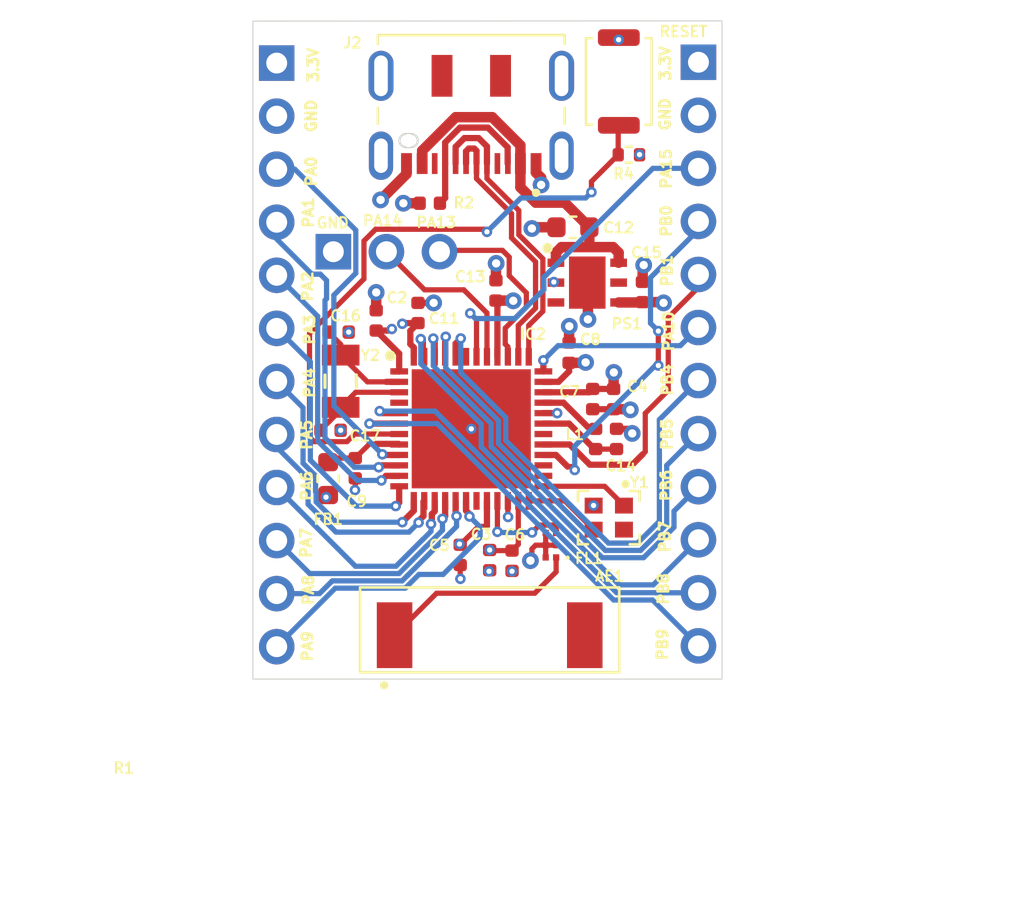
<source format=kicad_pcb>
(kicad_pcb (version 20171130) (host pcbnew 5.1.10)

  (general
    (thickness 1.6)
    (drawings 59)
    (tracks 454)
    (zones 0)
    (modules 30)
    (nets 55)
  )

  (page A4)
  (layers
    (0 F.Cu signal)
    (1 In1.Cu power)
    (2 In2.Cu power hide)
    (31 B.Cu signal)
    (32 B.Adhes user hide)
    (33 F.Adhes user hide)
    (34 B.Paste user hide)
    (35 F.Paste user hide)
    (36 B.SilkS user)
    (37 F.SilkS user)
    (38 B.Mask user)
    (39 F.Mask user)
    (40 Dwgs.User user hide)
    (41 Cmts.User user hide)
    (42 Eco1.User user hide)
    (43 Eco2.User user hide)
    (44 Edge.Cuts user)
    (45 Margin user hide)
    (46 B.CrtYd user)
    (47 F.CrtYd user)
    (48 B.Fab user hide)
    (49 F.Fab user hide)
  )

  (setup
    (last_trace_width 0.25)
    (user_trace_width 0.2)
    (user_trace_width 0.3)
    (user_trace_width 0.4)
    (user_trace_width 0.5)
    (user_trace_width 1)
    (trace_clearance 0.1)
    (zone_clearance 0.508)
    (zone_45_only no)
    (trace_min 0.15)
    (via_size 0.8)
    (via_drill 0.4)
    (via_min_size 0.4)
    (via_min_drill 0.2)
    (user_via 0.5 0.25)
    (uvia_size 0.3)
    (uvia_drill 0.1)
    (uvias_allowed no)
    (uvia_min_size 0.2)
    (uvia_min_drill 0.1)
    (edge_width 0.05)
    (segment_width 0.2)
    (pcb_text_width 0.3)
    (pcb_text_size 1.5 1.5)
    (mod_edge_width 0.12)
    (mod_text_size 0.5 0.5)
    (mod_text_width 0.1)
    (pad_size 1.524 1.524)
    (pad_drill 0.762)
    (pad_to_mask_clearance 0.05)
    (aux_axis_origin 0 0)
    (visible_elements FFFFFF7F)
    (pcbplotparams
      (layerselection 0x010fc_ffffffff)
      (usegerberextensions false)
      (usegerberattributes false)
      (usegerberadvancedattributes true)
      (creategerberjobfile false)
      (excludeedgelayer true)
      (linewidth 0.100000)
      (plotframeref false)
      (viasonmask false)
      (mode 1)
      (useauxorigin false)
      (hpglpennumber 1)
      (hpglpenspeed 20)
      (hpglpendiameter 15.000000)
      (psnegative false)
      (psa4output false)
      (plotreference true)
      (plotvalue true)
      (plotinvisibletext false)
      (padsonsilk false)
      (subtractmaskfromsilk false)
      (outputformat 1)
      (mirror false)
      (drillshape 0)
      (scaleselection 1)
      (outputdirectory "gerber/"))
  )

  (net 0 "")
  (net 1 "Net-(AE1-Pad1)")
  (net 2 /VBUS)
  (net 3 GND)
  (net 4 +3V3)
  (net 5 /VFBSMPS)
  (net 6 /RF1)
  (net 7 /D+)
  (net 8 /D-)
  (net 9 /VLXSMPS)
  (net 10 "Net-(IC2-Pad30)")
  (net 11 "Net-(IC2-Pad27)")
  (net 12 "Net-(IC2-Pad26)")
  (net 13 /BOOT0)
  (net 14 "Net-(PS1-Pad5)")
  (net 15 "Net-(PS1-Pad3)")
  (net 16 /VDDA)
  (net 17 /PB7)
  (net 18 /PB6)
  (net 19 /PB5)
  (net 20 /PB4)
  (net 21 /PB3)
  (net 22 /PA15)
  (net 23 /PA14)
  (net 24 /PA13)
  (net 25 /PA10)
  (net 26 /PB1)
  (net 27 /PB0)
  (net 28 /PB2)
  (net 29 /PA9)
  (net 30 /PA8)
  (net 31 /PA1)
  (net 32 /PA0)
  (net 33 /RESET)
  (net 34 /PB9)
  (net 35 /PB8)
  (net 36 /OSC32k_IN)
  (net 37 /OSC32k_OUT)
  (net 38 /OSC32M_IN)
  (net 39 /OSC32M_OUT)
  (net 40 /PA7)
  (net 41 /PA6)
  (net 42 /PA5)
  (net 43 /PA4)
  (net 44 /PA3)
  (net 45 /PA2)
  (net 46 "Net-(J2-PadS6)")
  (net 47 "Net-(J2-PadS5)")
  (net 48 "Net-(J2-PadS4)")
  (net 49 "Net-(J2-PadS3)")
  (net 50 "Net-(J2-PadS2)")
  (net 51 "Net-(J2-PadS1)")
  (net 52 "Net-(J2-Pad3)")
  (net 53 "Net-(J2-Pad4)")
  (net 54 "Net-(J2-Pad10)")

  (net_class Default "This is the default net class."
    (clearance 0.1)
    (trace_width 0.25)
    (via_dia 0.8)
    (via_drill 0.4)
    (uvia_dia 0.3)
    (uvia_drill 0.1)
    (add_net +3V3)
    (add_net /BOOT0)
    (add_net /D+)
    (add_net /D-)
    (add_net /OSC32M_IN)
    (add_net /OSC32M_OUT)
    (add_net /OSC32k_IN)
    (add_net /OSC32k_OUT)
    (add_net /PA0)
    (add_net /PA1)
    (add_net /PA10)
    (add_net /PA13)
    (add_net /PA14)
    (add_net /PA15)
    (add_net /PA2)
    (add_net /PA3)
    (add_net /PA4)
    (add_net /PA5)
    (add_net /PA6)
    (add_net /PA7)
    (add_net /PA8)
    (add_net /PA9)
    (add_net /PB0)
    (add_net /PB1)
    (add_net /PB2)
    (add_net /PB3)
    (add_net /PB4)
    (add_net /PB5)
    (add_net /PB6)
    (add_net /PB7)
    (add_net /PB8)
    (add_net /PB9)
    (add_net /RESET)
    (add_net /RF1)
    (add_net /VBUS)
    (add_net /VDDA)
    (add_net /VFBSMPS)
    (add_net /VLXSMPS)
    (add_net GND)
    (add_net "Net-(AE1-Pad1)")
    (add_net "Net-(IC2-Pad26)")
    (add_net "Net-(IC2-Pad27)")
    (add_net "Net-(IC2-Pad30)")
    (add_net "Net-(J2-Pad10)")
    (add_net "Net-(J2-Pad3)")
    (add_net "Net-(J2-Pad4)")
    (add_net "Net-(J2-PadS1)")
    (add_net "Net-(J2-PadS2)")
    (add_net "Net-(J2-PadS3)")
    (add_net "Net-(J2-PadS4)")
    (add_net "Net-(J2-PadS5)")
    (add_net "Net-(J2-PadS6)")
    (add_net "Net-(PS1-Pad3)")
    (add_net "Net-(PS1-Pad5)")
  )

  (module Connector_PinHeader_2.54mm:PinHeader_1x12_P2.54mm_Vertical (layer F.Cu) (tedit 611B1B1C) (tstamp 6117EC92)
    (at 175.92 64.48)
    (descr "Through hole straight pin header, 1x12, 2.54mm pitch, single row")
    (tags "Through hole pin header THT 1x12 2.54mm single row")
    (path /605A7973)
    (fp_text reference J3 (at 0 -2.33) (layer F.Fab)
      (effects (font (size 1 1) (thickness 0.15)))
    )
    (fp_text value "GPIO Header 2" (at 0 31.242) (layer F.Fab)
      (effects (font (size 1 1) (thickness 0.15)))
    )
    (fp_line (start -1.016 -1.016) (end -1.016 28.956) (layer F.CrtYd) (width 0.05))
    (fp_line (start -1.016 28.956) (end 1.016 28.956) (layer F.CrtYd) (width 0.05))
    (fp_line (start 1.016 28.956) (end 1.016 -1.016) (layer F.CrtYd) (width 0.05))
    (fp_line (start 1.016 -1.016) (end -1.016 -1.016) (layer F.CrtYd) (width 0.05))
    (fp_text user %R (at 0 13.97 90) (layer F.Fab)
      (effects (font (size 1 1) (thickness 0.15)))
    )
    (pad 1 thru_hole rect (at 0 0) (size 1.7 1.7) (drill 1) (layers *.Cu *.Mask)
      (net 4 +3V3))
    (pad 2 thru_hole oval (at 0 2.54) (size 1.7 1.7) (drill 1) (layers *.Cu *.Mask)
      (net 3 GND))
    (pad 3 thru_hole oval (at 0 5.08) (size 1.7 1.7) (drill 1) (layers *.Cu *.Mask)
      (net 22 /PA15))
    (pad 4 thru_hole oval (at 0 7.62) (size 1.7 1.7) (drill 1) (layers *.Cu *.Mask)
      (net 27 /PB0))
    (pad 5 thru_hole oval (at 0 10.16) (size 1.7 1.7) (drill 1) (layers *.Cu *.Mask)
      (net 26 /PB1))
    (pad 6 thru_hole oval (at 0 12.7) (size 1.7 1.7) (drill 1) (layers *.Cu *.Mask)
      (net 25 /PA10))
    (pad 7 thru_hole oval (at 0 15.24) (size 1.7 1.7) (drill 1) (layers *.Cu *.Mask)
      (net 20 /PB4))
    (pad 8 thru_hole oval (at 0 17.78) (size 1.7 1.7) (drill 1) (layers *.Cu *.Mask)
      (net 19 /PB5))
    (pad 9 thru_hole oval (at 0 20.32) (size 1.7 1.7) (drill 1) (layers *.Cu *.Mask)
      (net 18 /PB6))
    (pad 10 thru_hole oval (at 0 22.86) (size 1.7 1.7) (drill 1) (layers *.Cu *.Mask)
      (net 17 /PB7))
    (pad 11 thru_hole oval (at 0 25.4) (size 1.7 1.7) (drill 1) (layers *.Cu *.Mask)
      (net 35 /PB8))
    (pad 12 thru_hole oval (at 0 27.94) (size 1.7 1.7) (drill 1) (layers *.Cu *.Mask)
      (net 34 /PB9))
    (model ${KISYS3DMOD}/Connector_PinHeader_2.54mm.3dshapes/PinHeader_1x12_P2.54mm_Vertical.wrl
      (at (xyz 0 0 0))
      (scale (xyz 1 1 1))
      (rotate (xyz 0 0 0))
    )
  )

  (module Connector_PinHeader_2.54mm:PinHeader_1x12_P2.54mm_Vertical (layer F.Cu) (tedit 611B1A90) (tstamp 6117EFD2)
    (at 155.74 64.52)
    (descr "Through hole straight pin header, 1x12, 2.54mm pitch, single row")
    (tags "Through hole pin header THT 1x12 2.54mm single row")
    (path /605A4C18)
    (fp_text reference J1 (at 0 -2.33) (layer F.Fab)
      (effects (font (size 1 1) (thickness 0.15)))
    )
    (fp_text value "GPIO Header 1" (at -0.381 31.623) (layer F.Fab)
      (effects (font (size 1 1) (thickness 0.15)))
    )
    (fp_line (start -1.016 -1.016) (end -1.016 28.956) (layer F.CrtYd) (width 0.05))
    (fp_line (start -1.016 28.956) (end 1.016 28.956) (layer F.CrtYd) (width 0.05))
    (fp_line (start 1.016 28.956) (end 1.016 -1.016) (layer F.CrtYd) (width 0.05))
    (fp_line (start 1.016 -1.016) (end -1.016 -1.016) (layer F.CrtYd) (width 0.05))
    (fp_text user %R (at 0 13.97 90) (layer F.Fab)
      (effects (font (size 1 1) (thickness 0.15)))
    )
    (pad 1 thru_hole rect (at 0 0) (size 1.7 1.7) (drill 1) (layers *.Cu *.Mask)
      (net 4 +3V3))
    (pad 2 thru_hole oval (at 0 2.54) (size 1.7 1.7) (drill 1) (layers *.Cu *.Mask)
      (net 3 GND))
    (pad 3 thru_hole oval (at 0 5.08) (size 1.7 1.7) (drill 1) (layers *.Cu *.Mask)
      (net 32 /PA0))
    (pad 4 thru_hole oval (at 0 7.62) (size 1.7 1.7) (drill 1) (layers *.Cu *.Mask)
      (net 31 /PA1))
    (pad 5 thru_hole oval (at 0 10.16) (size 1.7 1.7) (drill 1) (layers *.Cu *.Mask)
      (net 45 /PA2))
    (pad 6 thru_hole oval (at 0 12.7) (size 1.7 1.7) (drill 1) (layers *.Cu *.Mask)
      (net 44 /PA3))
    (pad 7 thru_hole oval (at 0 15.24) (size 1.7 1.7) (drill 1) (layers *.Cu *.Mask)
      (net 43 /PA4))
    (pad 8 thru_hole oval (at 0 17.78) (size 1.7 1.7) (drill 1) (layers *.Cu *.Mask)
      (net 42 /PA5))
    (pad 9 thru_hole oval (at 0 20.32) (size 1.7 1.7) (drill 1) (layers *.Cu *.Mask)
      (net 41 /PA6))
    (pad 10 thru_hole oval (at 0 22.86) (size 1.7 1.7) (drill 1) (layers *.Cu *.Mask)
      (net 40 /PA7))
    (pad 11 thru_hole oval (at 0 25.4) (size 1.7 1.7) (drill 1) (layers *.Cu *.Mask)
      (net 30 /PA8))
    (pad 12 thru_hole oval (at 0 27.94) (size 1.7 1.7) (drill 1) (layers *.Cu *.Mask)
      (net 29 /PA9))
    (model ${KISYS3DMOD}/Connector_PinHeader_2.54mm.3dshapes/PinHeader_1x12_P2.54mm_Vertical.wrl
      (at (xyz 0 0 0))
      (scale (xyz 1 1 1))
      (rotate (xyz 0 0 0))
    )
  )

  (module Connector_PinHeader_2.54mm:PinHeader_1x03_P2.54mm_Vertical (layer F.Cu) (tedit 611B1A16) (tstamp 6117EC7C)
    (at 158.45 73.55 90)
    (descr "Through hole straight pin header, 1x03, 2.54mm pitch, single row")
    (tags "Through hole pin header THT 1x03 2.54mm single row")
    (path /606994EB)
    (fp_text reference J4 (at 0 -2.33 90) (layer F.Fab)
      (effects (font (size 1 1) (thickness 0.15)))
    )
    (fp_text value "SWD Header" (at 0 7.41 90) (layer F.Fab)
      (effects (font (size 1 1) (thickness 0.15)))
    )
    (fp_line (start -1.016 -1.016) (end -1.016 6.096) (layer F.CrtYd) (width 0.05))
    (fp_line (start -1.016 6.096) (end 1.016 6.096) (layer F.CrtYd) (width 0.05))
    (fp_line (start 1.016 6.096) (end 1.016 -1.016) (layer F.CrtYd) (width 0.05))
    (fp_line (start 1.016 -1.016) (end -1.016 -1.016) (layer F.CrtYd) (width 0.05))
    (fp_text user %R (at 0 2.54 180) (layer F.Fab)
      (effects (font (size 1 1) (thickness 0.15)))
    )
    (pad 1 thru_hole rect (at 0 0 90) (size 1.7 1.7) (drill 1) (layers *.Cu *.Mask)
      (net 3 GND))
    (pad 2 thru_hole oval (at 0 2.54 90) (size 1.7 1.7) (drill 1) (layers *.Cu *.Mask)
      (net 23 /PA14))
    (pad 3 thru_hole oval (at 0 5.08 90) (size 1.7 1.7) (drill 1) (layers *.Cu *.Mask)
      (net 24 /PA13))
    (model ${KISYS3DMOD}/Connector_PinHeader_2.54mm.3dshapes/PinHeader_1x03_P2.54mm_Vertical.wrl
      (at (xyz 0 0 0))
      (scale (xyz 1 1 1))
      (rotate (xyz 0 0 0))
    )
  )

  (module W3006:W3006 (layer F.Cu) (tedit 611807EC) (tstamp 6117EFA8)
    (at 165.93 91.91 90)
    (path /5F71BF0D)
    (attr smd)
    (fp_text reference AE1 (at 1.175745 -7.139555 90) (layer B.Fab)
      (effects (font (size 1.000638 1.000638) (thickness 0.015)))
    )
    (fp_text value Antenna (at 4.35555 7.12407 90) (layer F.Fab)
      (effects (font (size 1.001276 1.001276) (thickness 0.015)))
    )
    (fp_line (start -1.775 -6.2) (end 2.286 -6.2) (layer F.SilkS) (width 0.127))
    (fp_line (start 2.286 -6.2) (end 2.286 6.2) (layer F.SilkS) (width 0.127))
    (fp_line (start 2.286 6.2) (end -1.775 6.2) (layer F.SilkS) (width 0.127))
    (fp_line (start -1.775 6.2) (end -1.775 -6.2) (layer F.SilkS) (width 0.127))
    (fp_line (start -2 -6.45) (end 2.54 -6.45) (layer F.CrtYd) (width 0.05))
    (fp_line (start 2.54 -6.45) (end 2.54 6.45) (layer F.CrtYd) (width 0.05))
    (fp_line (start 2.54 6.45) (end -2 6.45) (layer F.CrtYd) (width 0.05))
    (fp_line (start -2 6.45) (end -2 -6.45) (layer F.CrtYd) (width 0.05))
    (fp_circle (center -2.4 -5.05) (end -2.3 -5.05) (layer F.SilkS) (width 0.2))
    (pad 2 smd rect (at 0 4.55 90) (size 3.15 1.7) (layers F.Cu F.Paste F.Mask))
    (pad 1 smd rect (at 0 -4.55 90) (size 3.15 1.7) (layers F.Cu F.Paste F.Mask)
      (net 1 "Net-(AE1-Pad1)"))
  )

  (module Resistor_SMD:R_0402_1005Metric (layer F.Cu) (tedit 5B301BBD) (tstamp 6117EFF1)
    (at 163.065 71.23)
    (descr "Resistor SMD 0402 (1005 Metric), square (rectangular) end terminal, IPC_7351 nominal, (Body size source: http://www.tortai-tech.com/upload/download/2011102023233369053.pdf), generated with kicad-footprint-generator")
    (tags resistor)
    (path /5F64AEA0)
    (attr smd)
    (fp_text reference R2 (at 0 -1.17) (layer F.Fab)
      (effects (font (size 1 1) (thickness 0.15)))
    )
    (fp_text value 5.1k (at 0 1.17) (layer F.Fab)
      (effects (font (size 1 1) (thickness 0.15)))
    )
    (fp_line (start 0.93 0.47) (end -0.93 0.47) (layer F.CrtYd) (width 0.05))
    (fp_line (start 0.93 -0.47) (end 0.93 0.47) (layer F.CrtYd) (width 0.05))
    (fp_line (start -0.93 -0.47) (end 0.93 -0.47) (layer F.CrtYd) (width 0.05))
    (fp_line (start -0.93 0.47) (end -0.93 -0.47) (layer F.CrtYd) (width 0.05))
    (fp_line (start 0.5 0.25) (end -0.5 0.25) (layer F.Fab) (width 0.1))
    (fp_line (start 0.5 -0.25) (end 0.5 0.25) (layer F.Fab) (width 0.1))
    (fp_line (start -0.5 -0.25) (end 0.5 -0.25) (layer F.Fab) (width 0.1))
    (fp_line (start -0.5 0.25) (end -0.5 -0.25) (layer F.Fab) (width 0.1))
    (fp_text user %R (at 0 0) (layer F.Fab)
      (effects (font (size 0.25 0.25) (thickness 0.04)))
    )
    (pad 1 smd roundrect (at -0.485 0) (size 0.59 0.64) (layers F.Cu F.Paste F.Mask) (roundrect_rratio 0.25)
      (net 3 GND))
    (pad 2 smd roundrect (at 0.485 0) (size 0.59 0.64) (layers F.Cu F.Paste F.Mask) (roundrect_rratio 0.25)
      (net 52 "Net-(J2-Pad3)"))
    (model ${KISYS3DMOD}/Resistor_SMD.3dshapes/R_0402_1005Metric.wrl
      (at (xyz 0 0 0))
      (scale (xyz 1 1 1))
      (rotate (xyz 0 0 0))
    )
  )

  (module Capacitor_SMD:C_0402_1005Metric (layer F.Cu) (tedit 5B301BBE) (tstamp 6117EFC4)
    (at 158.315 82.1)
    (descr "Capacitor SMD 0402 (1005 Metric), square (rectangular) end terminal, IPC_7351 nominal, (Body size source: http://www.tortai-tech.com/upload/download/2011102023233369053.pdf), generated with kicad-footprint-generator")
    (tags capacitor)
    (path /5F689DA2)
    (attr smd)
    (fp_text reference C17 (at 0 -1.17) (layer F.Fab)
      (effects (font (size 1 1) (thickness 0.15)))
    )
    (fp_text value 11p (at 0 1.17) (layer F.Fab)
      (effects (font (size 1 1) (thickness 0.15)))
    )
    (fp_line (start -0.5 0.25) (end -0.5 -0.25) (layer F.Fab) (width 0.1))
    (fp_line (start -0.5 -0.25) (end 0.5 -0.25) (layer F.Fab) (width 0.1))
    (fp_line (start 0.5 -0.25) (end 0.5 0.25) (layer F.Fab) (width 0.1))
    (fp_line (start 0.5 0.25) (end -0.5 0.25) (layer F.Fab) (width 0.1))
    (fp_line (start -0.93 0.47) (end -0.93 -0.47) (layer F.CrtYd) (width 0.05))
    (fp_line (start -0.93 -0.47) (end 0.93 -0.47) (layer F.CrtYd) (width 0.05))
    (fp_line (start 0.93 -0.47) (end 0.93 0.47) (layer F.CrtYd) (width 0.05))
    (fp_line (start 0.93 0.47) (end -0.93 0.47) (layer F.CrtYd) (width 0.05))
    (fp_text user %R (at 0 0) (layer F.Fab)
      (effects (font (size 0.25 0.25) (thickness 0.04)))
    )
    (pad 2 smd roundrect (at 0.485 0) (size 0.59 0.64) (layers F.Cu F.Paste F.Mask) (roundrect_rratio 0.25)
      (net 3 GND))
    (pad 1 smd roundrect (at -0.485 0) (size 0.59 0.64) (layers F.Cu F.Paste F.Mask) (roundrect_rratio 0.25)
      (net 37 /OSC32k_OUT))
    (model ${KISYS3DMOD}/Capacitor_SMD.3dshapes/C_0402_1005Metric.wrl
      (at (xyz 0 0 0))
      (scale (xyz 1 1 1))
      (rotate (xyz 0 0 0))
    )
  )

  (module Capacitor_SMD:C_0402_1005Metric (layer F.Cu) (tedit 5B301BBE) (tstamp 6117EFB6)
    (at 173.24 75.48 90)
    (descr "Capacitor SMD 0402 (1005 Metric), square (rectangular) end terminal, IPC_7351 nominal, (Body size source: http://www.tortai-tech.com/upload/download/2011102023233369053.pdf), generated with kicad-footprint-generator")
    (tags capacitor)
    (path /5F726F30)
    (attr smd)
    (fp_text reference C15 (at 0 -1.17 90) (layer F.Fab)
      (effects (font (size 1 1) (thickness 0.15)))
    )
    (fp_text value 1u (at 0 1.17 90) (layer F.Fab)
      (effects (font (size 1 1) (thickness 0.15)))
    )
    (fp_line (start 0.93 0.47) (end -0.93 0.47) (layer F.CrtYd) (width 0.05))
    (fp_line (start 0.93 -0.47) (end 0.93 0.47) (layer F.CrtYd) (width 0.05))
    (fp_line (start -0.93 -0.47) (end 0.93 -0.47) (layer F.CrtYd) (width 0.05))
    (fp_line (start -0.93 0.47) (end -0.93 -0.47) (layer F.CrtYd) (width 0.05))
    (fp_line (start 0.5 0.25) (end -0.5 0.25) (layer F.Fab) (width 0.1))
    (fp_line (start 0.5 -0.25) (end 0.5 0.25) (layer F.Fab) (width 0.1))
    (fp_line (start -0.5 -0.25) (end 0.5 -0.25) (layer F.Fab) (width 0.1))
    (fp_line (start -0.5 0.25) (end -0.5 -0.25) (layer F.Fab) (width 0.1))
    (fp_text user %R (at 0 0 90) (layer F.Fab)
      (effects (font (size 0.25 0.25) (thickness 0.04)))
    )
    (pad 1 smd roundrect (at -0.485 0 90) (size 0.59 0.64) (layers F.Cu F.Paste F.Mask) (roundrect_rratio 0.25)
      (net 4 +3V3))
    (pad 2 smd roundrect (at 0.485 0 90) (size 0.59 0.64) (layers F.Cu F.Paste F.Mask) (roundrect_rratio 0.25)
      (net 3 GND))
    (model ${KISYS3DMOD}/Capacitor_SMD.3dshapes/C_0402_1005Metric.wrl
      (at (xyz 0 0 0))
      (scale (xyz 1 1 1))
      (rotate (xyz 0 0 0))
    )
  )

  (module Capacitor_SMD:C_0402_1005Metric (layer F.Cu) (tedit 5B301BBE) (tstamp 6117EF5B)
    (at 167 88.345 270)
    (descr "Capacitor SMD 0402 (1005 Metric), square (rectangular) end terminal, IPC_7351 nominal, (Body size source: http://www.tortai-tech.com/upload/download/2011102023233369053.pdf), generated with kicad-footprint-generator")
    (tags capacitor)
    (path /5F598893)
    (attr smd)
    (fp_text reference C6 (at 0 -1.17 90) (layer F.Fab)
      (effects (font (size 1 1) (thickness 0.15)))
    )
    (fp_text value 100n (at 0 1.17 90) (layer F.Fab)
      (effects (font (size 1 1) (thickness 0.15)))
    )
    (fp_line (start -0.5 0.25) (end -0.5 -0.25) (layer F.Fab) (width 0.1))
    (fp_line (start -0.5 -0.25) (end 0.5 -0.25) (layer F.Fab) (width 0.1))
    (fp_line (start 0.5 -0.25) (end 0.5 0.25) (layer F.Fab) (width 0.1))
    (fp_line (start 0.5 0.25) (end -0.5 0.25) (layer F.Fab) (width 0.1))
    (fp_line (start -0.93 0.47) (end -0.93 -0.47) (layer F.CrtYd) (width 0.05))
    (fp_line (start -0.93 -0.47) (end 0.93 -0.47) (layer F.CrtYd) (width 0.05))
    (fp_line (start 0.93 -0.47) (end 0.93 0.47) (layer F.CrtYd) (width 0.05))
    (fp_line (start 0.93 0.47) (end -0.93 0.47) (layer F.CrtYd) (width 0.05))
    (fp_text user %R (at 0 0 90) (layer F.Fab)
      (effects (font (size 0.25 0.25) (thickness 0.04)))
    )
    (pad 1 smd roundrect (at -0.485 0 270) (size 0.59 0.64) (layers F.Cu F.Paste F.Mask) (roundrect_rratio 0.25)
      (net 4 +3V3))
    (pad 2 smd roundrect (at 0.485 0 270) (size 0.59 0.64) (layers F.Cu F.Paste F.Mask) (roundrect_rratio 0.25)
      (net 3 GND))
    (model ${KISYS3DMOD}/Capacitor_SMD.3dshapes/C_0402_1005Metric.wrl
      (at (xyz 0 0 0))
      (scale (xyz 1 1 1))
      (rotate (xyz 0 0 0))
    )
  )

  (module Capacitor_SMD:C_0402_1005Metric (layer F.Cu) (tedit 5B301BBE) (tstamp 6117EF49)
    (at 170.86 80.605 270)
    (descr "Capacitor SMD 0402 (1005 Metric), square (rectangular) end terminal, IPC_7351 nominal, (Body size source: http://www.tortai-tech.com/upload/download/2011102023233369053.pdf), generated with kicad-footprint-generator")
    (tags capacitor)
    (path /5F59889F)
    (attr smd)
    (fp_text reference C7 (at 0 -1.17 90) (layer F.Fab)
      (effects (font (size 1 1) (thickness 0.15)))
    )
    (fp_text value 4.7u (at 0 1.17 90) (layer F.Fab)
      (effects (font (size 1 1) (thickness 0.15)))
    )
    (fp_line (start 0.93 0.47) (end -0.93 0.47) (layer F.CrtYd) (width 0.05))
    (fp_line (start 0.93 -0.47) (end 0.93 0.47) (layer F.CrtYd) (width 0.05))
    (fp_line (start -0.93 -0.47) (end 0.93 -0.47) (layer F.CrtYd) (width 0.05))
    (fp_line (start -0.93 0.47) (end -0.93 -0.47) (layer F.CrtYd) (width 0.05))
    (fp_line (start 0.5 0.25) (end -0.5 0.25) (layer F.Fab) (width 0.1))
    (fp_line (start 0.5 -0.25) (end 0.5 0.25) (layer F.Fab) (width 0.1))
    (fp_line (start -0.5 -0.25) (end 0.5 -0.25) (layer F.Fab) (width 0.1))
    (fp_line (start -0.5 0.25) (end -0.5 -0.25) (layer F.Fab) (width 0.1))
    (fp_text user %R (at 0 0 90) (layer F.Fab)
      (effects (font (size 0.25 0.25) (thickness 0.04)))
    )
    (pad 1 smd roundrect (at -0.485 0 270) (size 0.59 0.64) (layers F.Cu F.Paste F.Mask) (roundrect_rratio 0.25)
      (net 4 +3V3))
    (pad 2 smd roundrect (at 0.485 0 270) (size 0.59 0.64) (layers F.Cu F.Paste F.Mask) (roundrect_rratio 0.25)
      (net 3 GND))
    (model ${KISYS3DMOD}/Capacitor_SMD.3dshapes/C_0402_1005Metric.wrl
      (at (xyz 0 0 0))
      (scale (xyz 1 1 1))
      (rotate (xyz 0 0 0))
    )
  )

  (module LD39050PU33R:SON95P300X300X100-7N-D (layer F.Cu) (tedit 0) (tstamp 6117EF34)
    (at 170.6 75.03)
    (descr "DFN6(3X3)")
    (tags "Power Supply")
    (path /5F5A4193)
    (attr smd)
    (fp_text reference PS1 (at 0 3) (layer F.Fab)
      (effects (font (size 1.27 1.27) (thickness 0.254)))
    )
    (fp_text value LD39050PU33R (at 0 0) (layer F.SilkS) hide
      (effects (font (size 1.27 1.27) (thickness 0.254)))
    )
    (fp_circle (center -1.9 -1.65) (end -1.9 -1.525) (layer F.SilkS) (width 0.25))
    (fp_line (start -1.5 -0.75) (end -0.75 -1.5) (layer F.Fab) (width 0.1))
    (fp_line (start -1.5 1.5) (end -1.5 -1.5) (layer F.Fab) (width 0.1))
    (fp_line (start 1.5 1.5) (end -1.5 1.5) (layer F.Fab) (width 0.1))
    (fp_line (start 1.5 -1.5) (end 1.5 1.5) (layer F.Fab) (width 0.1))
    (fp_line (start -1.5 -1.5) (end 1.5 -1.5) (layer F.Fab) (width 0.1))
    (fp_line (start -2.125 1.8) (end -2.125 -1.8) (layer F.CrtYd) (width 0.05))
    (fp_line (start 2.125 1.8) (end -2.125 1.8) (layer F.CrtYd) (width 0.05))
    (fp_line (start 2.125 -1.8) (end 2.125 1.8) (layer F.CrtYd) (width 0.05))
    (fp_line (start -2.125 -1.8) (end 2.125 -1.8) (layer F.CrtYd) (width 0.05))
    (fp_text user %R (at 0 0) (layer F.Fab)
      (effects (font (size 1.27 1.27) (thickness 0.254)))
    )
    (pad 1 smd rect (at -1.5 -0.95 90) (size 0.4 0.8) (layers F.Cu F.Paste F.Mask)
      (net 2 /VBUS))
    (pad 2 smd rect (at -1.5 0 90) (size 0.4 0.8) (layers F.Cu F.Paste F.Mask)
      (net 3 GND))
    (pad 3 smd rect (at -1.5 0.95 90) (size 0.4 0.8) (layers F.Cu F.Paste F.Mask)
      (net 15 "Net-(PS1-Pad3)"))
    (pad 4 smd rect (at 1.5 0.95 90) (size 0.4 0.8) (layers F.Cu F.Paste F.Mask)
      (net 4 +3V3))
    (pad 5 smd rect (at 1.5 0 90) (size 0.4 0.8) (layers F.Cu F.Paste F.Mask)
      (net 14 "Net-(PS1-Pad5)"))
    (pad 6 smd rect (at 1.5 -0.95 90) (size 0.4 0.8) (layers F.Cu F.Paste F.Mask)
      (net 2 /VBUS))
    (pad 7 smd rect (at 0 0) (size 1.75 2.5) (layers F.Cu F.Paste F.Mask)
      (net 3 GND))
    (model LD39050PU33R.stp
      (at (xyz 0 0 0))
      (scale (xyz 1 1 1))
      (rotate (xyz 0 0 0))
    )
  )

  (module STM32WB55CEU6:QFN50P700X700X65-49N-D (layer F.Cu) (tedit 0) (tstamp 6117EEF5)
    (at 165.05 82.03)
    (descr STM32WB55CEU6)
    (tags "Integrated Circuit")
    (path /5F745F14)
    (attr smd)
    (fp_text reference IC2 (at 0 0) (layer F.Fab)
      (effects (font (size 1.27 1.27) (thickness 0.254)))
    )
    (fp_text value STM32WB55CEU6 (at 0 0) (layer F.SilkS) hide
      (effects (font (size 1.27 1.27) (thickness 0.254)))
    )
    (fp_circle (center -3.875 -3.5) (end -3.875 -3.375) (layer F.SilkS) (width 0.25))
    (fp_line (start -3.5 -3) (end -3 -3.5) (layer F.Fab) (width 0.1))
    (fp_line (start -3.5 3.5) (end -3.5 -3.5) (layer F.Fab) (width 0.1))
    (fp_line (start 3.5 3.5) (end -3.5 3.5) (layer F.Fab) (width 0.1))
    (fp_line (start 3.5 -3.5) (end 3.5 3.5) (layer F.Fab) (width 0.1))
    (fp_line (start -3.5 -3.5) (end 3.5 -3.5) (layer F.Fab) (width 0.1))
    (fp_line (start -4.125 4.125) (end -4.125 -4.125) (layer F.CrtYd) (width 0.05))
    (fp_line (start 4.125 4.125) (end -4.125 4.125) (layer F.CrtYd) (width 0.05))
    (fp_line (start 4.125 -4.125) (end 4.125 4.125) (layer F.CrtYd) (width 0.05))
    (fp_line (start -4.125 -4.125) (end 4.125 -4.125) (layer F.CrtYd) (width 0.05))
    (fp_text user %R (at 0 0) (layer F.Fab)
      (effects (font (size 1.27 1.27) (thickness 0.254)))
    )
    (pad 1 smd rect (at -3.45 -2.75 90) (size 0.3 0.85) (layers F.Cu F.Paste F.Mask)
      (net 4 +3V3))
    (pad 2 smd rect (at -3.45 -2.25 90) (size 0.3 0.85) (layers F.Cu F.Paste F.Mask)
      (net 36 /OSC32k_IN))
    (pad 3 smd rect (at -3.45 -1.75 90) (size 0.3 0.85) (layers F.Cu F.Paste F.Mask)
      (net 37 /OSC32k_OUT))
    (pad 4 smd rect (at -3.45 -1.25 90) (size 0.3 0.85) (layers F.Cu F.Paste F.Mask)
      (net 13 /BOOT0))
    (pad 5 smd rect (at -3.45 -0.75 90) (size 0.3 0.85) (layers F.Cu F.Paste F.Mask)
      (net 35 /PB8))
    (pad 6 smd rect (at -3.45 -0.25 90) (size 0.3 0.85) (layers F.Cu F.Paste F.Mask)
      (net 34 /PB9))
    (pad 7 smd rect (at -3.45 0.25 90) (size 0.3 0.85) (layers F.Cu F.Paste F.Mask)
      (net 33 /RESET))
    (pad 8 smd rect (at -3.45 0.75 90) (size 0.3 0.85) (layers F.Cu F.Paste F.Mask)
      (net 16 /VDDA))
    (pad 9 smd rect (at -3.45 1.25 90) (size 0.3 0.85) (layers F.Cu F.Paste F.Mask)
      (net 32 /PA0))
    (pad 10 smd rect (at -3.45 1.75 90) (size 0.3 0.85) (layers F.Cu F.Paste F.Mask)
      (net 31 /PA1))
    (pad 11 smd rect (at -3.45 2.25 90) (size 0.3 0.85) (layers F.Cu F.Paste F.Mask)
      (net 45 /PA2))
    (pad 12 smd rect (at -3.45 2.75 90) (size 0.3 0.85) (layers F.Cu F.Paste F.Mask)
      (net 44 /PA3))
    (pad 13 smd rect (at -2.75 3.45) (size 0.3 0.85) (layers F.Cu F.Paste F.Mask)
      (net 43 /PA4))
    (pad 14 smd rect (at -2.25 3.45) (size 0.3 0.85) (layers F.Cu F.Paste F.Mask)
      (net 42 /PA5))
    (pad 15 smd rect (at -1.75 3.45) (size 0.3 0.85) (layers F.Cu F.Paste F.Mask)
      (net 41 /PA6))
    (pad 16 smd rect (at -1.25 3.45) (size 0.3 0.85) (layers F.Cu F.Paste F.Mask)
      (net 40 /PA7))
    (pad 17 smd rect (at -0.75 3.45) (size 0.3 0.85) (layers F.Cu F.Paste F.Mask)
      (net 30 /PA8))
    (pad 18 smd rect (at -0.25 3.45) (size 0.3 0.85) (layers F.Cu F.Paste F.Mask)
      (net 29 /PA9))
    (pad 19 smd rect (at 0.25 3.45) (size 0.3 0.85) (layers F.Cu F.Paste F.Mask)
      (net 28 /PB2))
    (pad 20 smd rect (at 0.75 3.45) (size 0.3 0.85) (layers F.Cu F.Paste F.Mask)
      (net 4 +3V3))
    (pad 21 smd rect (at 1.25 3.45) (size 0.3 0.85) (layers F.Cu F.Paste F.Mask)
      (net 6 /RF1))
    (pad 22 smd rect (at 1.75 3.45) (size 0.3 0.85) (layers F.Cu F.Paste F.Mask)
      (net 3 GND))
    (pad 23 smd rect (at 2.25 3.45) (size 0.3 0.85) (layers F.Cu F.Paste F.Mask)
      (net 4 +3V3))
    (pad 24 smd rect (at 2.75 3.45) (size 0.3 0.85) (layers F.Cu F.Paste F.Mask)
      (net 39 /OSC32M_OUT))
    (pad 25 smd rect (at 3.45 2.75 90) (size 0.3 0.85) (layers F.Cu F.Paste F.Mask)
      (net 38 /OSC32M_IN))
    (pad 26 smd rect (at 3.45 2.25 90) (size 0.3 0.85) (layers F.Cu F.Paste F.Mask)
      (net 12 "Net-(IC2-Pad26)"))
    (pad 27 smd rect (at 3.45 1.75 90) (size 0.3 0.85) (layers F.Cu F.Paste F.Mask)
      (net 11 "Net-(IC2-Pad27)"))
    (pad 28 smd rect (at 3.45 1.25 90) (size 0.3 0.85) (layers F.Cu F.Paste F.Mask)
      (net 27 /PB0))
    (pad 29 smd rect (at 3.45 0.75 90) (size 0.3 0.85) (layers F.Cu F.Paste F.Mask)
      (net 26 /PB1))
    (pad 30 smd rect (at 3.45 0.25 90) (size 0.3 0.85) (layers F.Cu F.Paste F.Mask)
      (net 10 "Net-(IC2-Pad30)"))
    (pad 31 smd rect (at 3.45 -0.25 90) (size 0.3 0.85) (layers F.Cu F.Paste F.Mask)
      (net 5 /VFBSMPS))
    (pad 32 smd rect (at 3.45 -0.75 90) (size 0.3 0.85) (layers F.Cu F.Paste F.Mask)
      (net 3 GND))
    (pad 33 smd rect (at 3.45 -1.25 90) (size 0.3 0.85) (layers F.Cu F.Paste F.Mask)
      (net 9 /VLXSMPS))
    (pad 34 smd rect (at 3.45 -1.75 90) (size 0.3 0.85) (layers F.Cu F.Paste F.Mask)
      (net 4 +3V3))
    (pad 35 smd rect (at 3.45 -2.25 90) (size 0.3 0.85) (layers F.Cu F.Paste F.Mask)
      (net 4 +3V3))
    (pad 36 smd rect (at 3.45 -2.75 90) (size 0.3 0.85) (layers F.Cu F.Paste F.Mask)
      (net 25 /PA10))
    (pad 37 smd rect (at 2.75 -3.45) (size 0.3 0.85) (layers F.Cu F.Paste F.Mask)
      (net 8 /D-))
    (pad 38 smd rect (at 2.25 -3.45) (size 0.3 0.85) (layers F.Cu F.Paste F.Mask)
      (net 7 /D+))
    (pad 39 smd rect (at 1.75 -3.45) (size 0.3 0.85) (layers F.Cu F.Paste F.Mask)
      (net 24 /PA13))
    (pad 40 smd rect (at 1.25 -3.45) (size 0.3 0.85) (layers F.Cu F.Paste F.Mask)
      (net 4 +3V3))
    (pad 41 smd rect (at 0.75 -3.45) (size 0.3 0.85) (layers F.Cu F.Paste F.Mask)
      (net 23 /PA14))
    (pad 42 smd rect (at 0.25 -3.45) (size 0.3 0.85) (layers F.Cu F.Paste F.Mask)
      (net 22 /PA15))
    (pad 43 smd rect (at -0.25 -3.45) (size 0.3 0.85) (layers F.Cu F.Paste F.Mask)
      (net 21 /PB3))
    (pad 44 smd rect (at -0.75 -3.45) (size 0.3 0.85) (layers F.Cu F.Paste F.Mask)
      (net 20 /PB4))
    (pad 45 smd rect (at -1.25 -3.45) (size 0.3 0.85) (layers F.Cu F.Paste F.Mask)
      (net 19 /PB5))
    (pad 46 smd rect (at -1.75 -3.45) (size 0.3 0.85) (layers F.Cu F.Paste F.Mask)
      (net 18 /PB6))
    (pad 47 smd rect (at -2.25 -3.45) (size 0.3 0.85) (layers F.Cu F.Paste F.Mask)
      (net 17 /PB7))
    (pad 48 smd rect (at -2.75 -3.45) (size 0.3 0.85) (layers F.Cu F.Paste F.Mask)
      (net 4 +3V3))
    (pad 49 smd rect (at 0 0) (size 5.7 5.7) (layers F.Cu F.Paste F.Mask)
      (net 3 GND))
    (model STM32WB55CEU6.stp
      (at (xyz 0 0 0))
      (scale (xyz 1 1 1))
      (rotate (xyz 0 0 0))
    )
  )

  (module NX3215SA-32.768K-STD-MUA-14:NX3215SA-32.768K-STD-MUA-14 (layer F.Cu) (tedit 5EF11129) (tstamp 6117EEE5)
    (at 158.8 79.75 270)
    (path /5F657A85)
    (attr smd)
    (fp_text reference Y2 (at 2.125 -0.075 90) (layer F.Fab)
      (effects (font (size 1 1) (thickness 0.15)) (justify right))
    )
    (fp_text value 32.768k (at 0 0 90) (layer F.Fab)
      (effects (font (size 1.27 1.27) (thickness 0.15)))
    )
    (fp_line (start 0.3 0.75) (end -0.3 0.75) (layer F.SilkS) (width 0.15))
    (fp_line (start 0.3 -0.75) (end -0.3 -0.75) (layer F.SilkS) (width 0.15))
    (fp_line (start 1.775 0.925) (end 1.775 -0.925) (layer F.CrtYd) (width 0.15))
    (fp_line (start -1.775 0.925) (end 1.775 0.925) (layer F.CrtYd) (width 0.15))
    (fp_line (start -1.775 -0.925) (end -1.775 0.925) (layer F.CrtYd) (width 0.15))
    (fp_line (start 1.775 -0.925) (end -1.775 -0.925) (layer F.CrtYd) (width 0.15))
    (fp_line (start 1.775 -0.925) (end 1.775 -0.925) (layer F.CrtYd) (width 0.15))
    (fp_line (start 1.6 0.75) (end -1.6 0.75) (layer F.Fab) (width 0.15))
    (fp_line (start 1.6 -0.75) (end 1.6 0.75) (layer F.Fab) (width 0.15))
    (fp_line (start -1.6 -0.75) (end 1.6 -0.75) (layer F.Fab) (width 0.15))
    (fp_line (start -1.6 0.75) (end -1.6 -0.75) (layer F.Fab) (width 0.15))
    (pad 1 smd rect (at -1.25 0 270) (size 1 1.8) (layers F.Cu F.Paste F.Mask)
      (net 36 /OSC32k_IN))
    (pad 2 smd rect (at 1.25 0 270) (size 1 1.8) (layers F.Cu F.Paste F.Mask)
      (net 37 /OSC32k_OUT))
  )

  (module Capacitor_SMD:C_0402_1005Metric (layer F.Cu) (tedit 5B301BBE) (tstamp 6117EEC5)
    (at 172 82.515 90)
    (descr "Capacitor SMD 0402 (1005 Metric), square (rectangular) end terminal, IPC_7351 nominal, (Body size source: http://www.tortai-tech.com/upload/download/2011102023233369053.pdf), generated with kicad-footprint-generator")
    (tags capacitor)
    (path /5F6BEABA)
    (attr smd)
    (fp_text reference C14 (at 0 -1.17 90) (layer F.Fab)
      (effects (font (size 1 1) (thickness 0.15)))
    )
    (fp_text value 4.7u (at 0 1.17 90) (layer F.Fab)
      (effects (font (size 1 1) (thickness 0.15)))
    )
    (fp_line (start -0.5 0.25) (end -0.5 -0.25) (layer F.Fab) (width 0.1))
    (fp_line (start -0.5 -0.25) (end 0.5 -0.25) (layer F.Fab) (width 0.1))
    (fp_line (start 0.5 -0.25) (end 0.5 0.25) (layer F.Fab) (width 0.1))
    (fp_line (start 0.5 0.25) (end -0.5 0.25) (layer F.Fab) (width 0.1))
    (fp_line (start -0.93 0.47) (end -0.93 -0.47) (layer F.CrtYd) (width 0.05))
    (fp_line (start -0.93 -0.47) (end 0.93 -0.47) (layer F.CrtYd) (width 0.05))
    (fp_line (start 0.93 -0.47) (end 0.93 0.47) (layer F.CrtYd) (width 0.05))
    (fp_line (start 0.93 0.47) (end -0.93 0.47) (layer F.CrtYd) (width 0.05))
    (fp_text user %R (at 0 0 90) (layer F.Fab)
      (effects (font (size 0.25 0.25) (thickness 0.04)))
    )
    (pad 2 smd roundrect (at 0.485 0 90) (size 0.59 0.64) (layers F.Cu F.Paste F.Mask) (roundrect_rratio 0.25)
      (net 3 GND))
    (pad 1 smd roundrect (at -0.485 0 90) (size 0.59 0.64) (layers F.Cu F.Paste F.Mask) (roundrect_rratio 0.25)
      (net 5 /VFBSMPS))
    (model ${KISYS3DMOD}/Capacitor_SMD.3dshapes/C_0402_1005Metric.wrl
      (at (xyz 0 0 0))
      (scale (xyz 1 1 1))
      (rotate (xyz 0 0 0))
    )
  )

  (module Capacitor_SMD:C_0402_1005Metric (layer F.Cu) (tedit 5B301BBE) (tstamp 6117EEA1)
    (at 158.7 77.4)
    (descr "Capacitor SMD 0402 (1005 Metric), square (rectangular) end terminal, IPC_7351 nominal, (Body size source: http://www.tortai-tech.com/upload/download/2011102023233369053.pdf), generated with kicad-footprint-generator")
    (tags capacitor)
    (path /5F689388)
    (attr smd)
    (fp_text reference C16 (at 0 -1.17) (layer F.Fab)
      (effects (font (size 1 1) (thickness 0.15)))
    )
    (fp_text value 11p (at 0 1.17) (layer F.Fab)
      (effects (font (size 1 1) (thickness 0.15)))
    )
    (fp_line (start 0.93 0.47) (end -0.93 0.47) (layer F.CrtYd) (width 0.05))
    (fp_line (start 0.93 -0.47) (end 0.93 0.47) (layer F.CrtYd) (width 0.05))
    (fp_line (start -0.93 -0.47) (end 0.93 -0.47) (layer F.CrtYd) (width 0.05))
    (fp_line (start -0.93 0.47) (end -0.93 -0.47) (layer F.CrtYd) (width 0.05))
    (fp_line (start 0.5 0.25) (end -0.5 0.25) (layer F.Fab) (width 0.1))
    (fp_line (start 0.5 -0.25) (end 0.5 0.25) (layer F.Fab) (width 0.1))
    (fp_line (start -0.5 -0.25) (end 0.5 -0.25) (layer F.Fab) (width 0.1))
    (fp_line (start -0.5 0.25) (end -0.5 -0.25) (layer F.Fab) (width 0.1))
    (fp_text user %R (at 0 0) (layer F.Fab)
      (effects (font (size 0.25 0.25) (thickness 0.04)))
    )
    (pad 2 smd roundrect (at 0.485 0) (size 0.59 0.64) (layers F.Cu F.Paste F.Mask) (roundrect_rratio 0.25)
      (net 3 GND))
    (pad 1 smd roundrect (at -0.485 0) (size 0.59 0.64) (layers F.Cu F.Paste F.Mask) (roundrect_rratio 0.25)
      (net 36 /OSC32k_IN))
    (model ${KISYS3DMOD}/Capacitor_SMD.3dshapes/C_0402_1005Metric.wrl
      (at (xyz 0 0 0))
      (scale (xyz 1 1 1))
      (rotate (xyz 0 0 0))
    )
  )

  (module Capacitor_SMD:C_0402_1005Metric (layer F.Cu) (tedit 5B301BBE) (tstamp 6117EE89)
    (at 164.52 88.065 270)
    (descr "Capacitor SMD 0402 (1005 Metric), square (rectangular) end terminal, IPC_7351 nominal, (Body size source: http://www.tortai-tech.com/upload/download/2011102023233369053.pdf), generated with kicad-footprint-generator")
    (tags capacitor)
    (path /5F591C8C)
    (attr smd)
    (fp_text reference C5 (at 0 -1.17 90) (layer F.Fab)
      (effects (font (size 1 1) (thickness 0.15)))
    )
    (fp_text value 100n (at 0 1.17 90) (layer F.Fab)
      (effects (font (size 1 1) (thickness 0.15)))
    )
    (fp_line (start -0.5 0.25) (end -0.5 -0.25) (layer F.Fab) (width 0.1))
    (fp_line (start -0.5 -0.25) (end 0.5 -0.25) (layer F.Fab) (width 0.1))
    (fp_line (start 0.5 -0.25) (end 0.5 0.25) (layer F.Fab) (width 0.1))
    (fp_line (start 0.5 0.25) (end -0.5 0.25) (layer F.Fab) (width 0.1))
    (fp_line (start -0.93 0.47) (end -0.93 -0.47) (layer F.CrtYd) (width 0.05))
    (fp_line (start -0.93 -0.47) (end 0.93 -0.47) (layer F.CrtYd) (width 0.05))
    (fp_line (start 0.93 -0.47) (end 0.93 0.47) (layer F.CrtYd) (width 0.05))
    (fp_line (start 0.93 0.47) (end -0.93 0.47) (layer F.CrtYd) (width 0.05))
    (fp_text user %R (at 0 0 90) (layer F.Fab)
      (effects (font (size 0.25 0.25) (thickness 0.04)))
    )
    (pad 1 smd roundrect (at -0.485 0 270) (size 0.59 0.64) (layers F.Cu F.Paste F.Mask) (roundrect_rratio 0.25)
      (net 4 +3V3))
    (pad 2 smd roundrect (at 0.485 0 270) (size 0.59 0.64) (layers F.Cu F.Paste F.Mask) (roundrect_rratio 0.25)
      (net 3 GND))
    (model ${KISYS3DMOD}/Capacitor_SMD.3dshapes/C_0402_1005Metric.wrl
      (at (xyz 0 0 0))
      (scale (xyz 1 1 1))
      (rotate (xyz 0 0 0))
    )
  )

  (module DX07S016JA1R1500:JAE_DX07S016JA1R1500 (layer F.Cu) (tedit 5F5D57DB) (tstamp 6117EE53)
    (at 165.05 68.23 180)
    (path /5F8D3EC4)
    (fp_text reference J2 (at -1.325 -3.385) (layer F.Fab)
      (effects (font (size 1 1) (thickness 0.015)))
    )
    (fp_text value DX07S016JA1R1500 (at 8.2 6.635) (layer F.Fab)
      (effects (font (size 1 1) (thickness 0.015)))
    )
    (fp_line (start 4.47 -1.35) (end 4.47 5.05) (layer F.Fab) (width 0.127))
    (fp_line (start 4.47 5.05) (end 4.47 5.55) (layer F.Fab) (width 0.127))
    (fp_line (start 4.47 5.55) (end -4.47 5.55) (layer F.Fab) (width 0.127))
    (fp_line (start -4.47 5.55) (end -4.47 5.05) (layer F.Fab) (width 0.127))
    (fp_line (start -4.47 5.05) (end -4.47 -1.35) (layer F.Fab) (width 0.127))
    (fp_line (start -4.47 -1.35) (end 4.47 -1.35) (layer F.Fab) (width 0.127))
    (fp_line (start 4.47 0.805) (end 4.47 1.57) (layer F.SilkS) (width 0.127))
    (fp_line (start 4.47 4.63) (end 4.47 5.05) (layer F.SilkS) (width 0.127))
    (fp_line (start 4.47 5.05) (end -4.47 5.05) (layer F.SilkS) (width 0.127))
    (fp_line (start -4.47 5.05) (end -4.47 4.63) (layer F.SilkS) (width 0.127))
    (fp_line (start -4.47 0.805) (end -4.47 1.57) (layer F.SilkS) (width 0.127))
    (fp_line (start 4.47 5.05) (end 9.75 5.05) (layer F.Fab) (width 0.127))
    (fp_line (start 4.47 5.05) (end -4.47 5.05) (layer F.Fab) (width 0.127))
    (fp_line (start -5.17 5.8) (end -5.17 -2.135) (layer F.CrtYd) (width 0.05))
    (fp_line (start -5.17 -2.135) (end 5.17 -2.135) (layer F.CrtYd) (width 0.05))
    (fp_line (start 5.17 -2.135) (end 5.17 5.8) (layer F.CrtYd) (width 0.05))
    (fp_line (start 5.17 5.8) (end -5.17 5.8) (layer F.CrtYd) (width 0.05))
    (fp_circle (center -3.1 -2.5) (end -3 -2.5) (layer F.Fab) (width 0.2))
    (fp_circle (center -3.1 -2.5) (end -3 -2.5) (layer F.SilkS) (width 0.2))
    (fp_line (start 2.875 -0.315) (end 3.125 -0.315) (layer Edge.Cuts) (width 0.1))
    (fp_line (start 3.125 0.315) (end 2.875 0.315) (layer Edge.Cuts) (width 0.1))
    (fp_arc (start 2.875 0) (end 2.875 -0.315) (angle -90) (layer Edge.Cuts) (width 0.1))
    (fp_arc (start 2.875 0) (end 2.56 0) (angle -90) (layer Edge.Cuts) (width 0.1))
    (fp_arc (start 3.125 0) (end 3.125 0.315) (angle -90) (layer Edge.Cuts) (width 0.1))
    (fp_arc (start 3.125 0) (end 3.44 0) (angle -90) (layer Edge.Cuts) (width 0.1))
    (fp_text user PCB~EDGE (at 5.5 4.75) (layer F.Fab)
      (effects (font (size 0.48 0.48) (thickness 0.015)))
    )
    (pad S6 thru_hole oval (at 4.32 3.1 180) (size 1.2 2.4) (drill oval 0.65 1.95) (layers *.Cu *.Mask)
      (net 46 "Net-(J2-PadS6)"))
    (pad S5 thru_hole oval (at -4.32 3.1 180) (size 1.2 2.4) (drill oval 0.65 1.95) (layers *.Cu *.Mask)
      (net 47 "Net-(J2-PadS5)"))
    (pad S4 thru_hole oval (at 4.32 -0.725 180) (size 1.158 2.316) (drill oval 0.65 1.65) (layers *.Cu *.Mask)
      (net 48 "Net-(J2-PadS4)"))
    (pad S3 thru_hole oval (at -4.32 -0.725 180) (size 1.158 2.316) (drill oval 0.65 1.65) (layers *.Cu *.Mask)
      (net 49 "Net-(J2-PadS3)"))
    (pad None np_thru_hole circle (at -3 0 180) (size 0.63 0.63) (drill 0.63) (layers *.Cu *.Mask))
    (pad S2 smd rect (at 1.4 3.1 180) (size 1 2) (layers F.Cu F.Paste F.Mask)
      (net 50 "Net-(J2-PadS2)"))
    (pad S1 smd rect (at -1.4 3.1 180) (size 1 2) (layers F.Cu F.Paste F.Mask)
      (net 51 "Net-(J2-PadS1)"))
    (pad None np_thru_hole circle (at 3 0 180) (size 0.63 0.63) (drill 0.63) (layers *.Cu *.Mask))
    (pad None np_thru_hole circle (at 3 0 180) (size 0.6 0.6) (drill 0.6) (layers *.Cu *.Mask))
    (pad 9 smd rect (at 1.25 -1.1 180) (size 0.27 1) (layers F.Cu F.Paste F.Mask)
      (net 52 "Net-(J2-Pad3)"))
    (pad 8 smd rect (at 0.75 -1.1 180) (size 0.27 1) (layers F.Cu F.Paste F.Mask)
      (net 8 /D-))
    (pad 7 smd rect (at 0.25 -1.1 180) (size 0.27 1) (layers F.Cu F.Paste F.Mask)
      (net 7 /D+))
    (pad 6 smd rect (at -0.25 -1.1 180) (size 0.27 1) (layers F.Cu F.Paste F.Mask)
      (net 7 /D+))
    (pad 5 smd rect (at -0.75 -1.1 180) (size 0.27 1) (layers F.Cu F.Paste F.Mask)
      (net 8 /D-))
    (pad 4 smd rect (at -1.25 -1.1 180) (size 0.27 1) (layers F.Cu F.Paste F.Mask)
      (net 53 "Net-(J2-Pad4)"))
    (pad 10 smd rect (at 1.75 -1.1 180) (size 0.27 1) (layers F.Cu F.Paste F.Mask)
      (net 54 "Net-(J2-Pad10)"))
    (pad 3 smd rect (at -1.75 -1.1 180) (size 0.27 1) (layers F.Cu F.Paste F.Mask)
      (net 52 "Net-(J2-Pad3)"))
    (pad 11 smd rect (at 2.35 -1.1 180) (size 0.52 1) (layers F.Cu F.Paste F.Mask)
      (net 2 /VBUS))
    (pad 2 smd rect (at -2.35 -1.1 180) (size 0.52 1) (layers F.Cu F.Paste F.Mask)
      (net 2 /VBUS))
    (pad 12 smd rect (at 3.1 -1.1 180) (size 0.52 1) (layers F.Cu F.Paste F.Mask)
      (net 3 GND))
    (pad 1 smd rect (at -3.1 -1.1 180) (size 0.52 1) (layers F.Cu F.Paste F.Mask)
      (net 3 GND))
  )

  (module STM32WB55CEU6:MLPFWB5501E3 (layer F.Cu) (tedit 0) (tstamp 6117EE3D)
    (at 168.86 87.6 180)
    (descr MLPF-WB55-01E3-2)
    (tags Filter)
    (path /5F70C213)
    (attr smd)
    (fp_text reference FL1 (at 2.2 0) (layer F.Fab)
      (effects (font (size 1.27 1.27) (thickness 0.254)))
    )
    (fp_text value MLPF-WB55-01E3 (at 0 0) (layer F.SilkS) hide
      (effects (font (size 1.27 1.27) (thickness 0.254)))
    )
    (fp_line (start -0.8 -0.55) (end -0.8 -0.55) (layer F.SilkS) (width 0.1))
    (fp_line (start -0.8 -0.65) (end -0.8 -0.65) (layer F.SilkS) (width 0.1))
    (fp_line (start -1 1.3) (end -1 -1.3) (layer F.CrtYd) (width 0.1))
    (fp_line (start 1 1.3) (end -1 1.3) (layer F.CrtYd) (width 0.1))
    (fp_line (start 1 -1.3) (end 1 1.3) (layer F.CrtYd) (width 0.1))
    (fp_line (start -1 -1.3) (end 1 -1.3) (layer F.CrtYd) (width 0.1))
    (fp_line (start -0.5 0.8) (end -0.5 -0.8) (layer F.Fab) (width 0.2))
    (fp_line (start 0.5 0.8) (end -0.5 0.8) (layer F.Fab) (width 0.2))
    (fp_line (start 0.5 -0.8) (end 0.5 0.8) (layer F.Fab) (width 0.2))
    (fp_line (start -0.5 -0.8) (end 0.5 -0.8) (layer F.Fab) (width 0.2))
    (fp_text user %R (at 0 0) (layer F.Fab)
      (effects (font (size 1.27 1.27) (thickness 0.254)))
    )
    (fp_arc (start -0.8 -0.6) (end -0.8 -0.65) (angle -180) (layer F.SilkS) (width 0.1))
    (fp_arc (start -0.8 -0.6) (end -0.8 -0.55) (angle -180) (layer F.SilkS) (width 0.1))
    (pad 1 smd rect (at -0.25 -0.587 270) (size 0.3 0.3) (layers F.Cu F.Paste F.Mask)
      (net 1 "Net-(AE1-Pad1)"))
    (pad 2 smd rect (at -0.25 0 270) (size 0.3 0.3) (layers F.Cu F.Paste F.Mask)
      (net 3 GND))
    (pad 3 smd rect (at -0.25 0.587 270) (size 0.3 0.3) (layers F.Cu F.Paste F.Mask)
      (net 6 /RF1))
    (pad 4 smd rect (at 0.25 0.587 270) (size 0.3 0.3) (layers F.Cu F.Paste F.Mask)
      (net 3 GND))
    (pad 5 smd rect (at 0.25 0 270) (size 0.3 0.3) (layers F.Cu F.Paste F.Mask)
      (net 3 GND))
    (pad 6 smd rect (at 0.25 -0.587 270) (size 0.3 0.3) (layers F.Cu F.Paste F.Mask)
      (net 3 GND))
    (model MLPF-WB55-01E3.stp
      (at (xyz 0 0 0))
      (scale (xyz 1 1 1))
      (rotate (xyz 0 0 0))
    )
  )

  (module Inductor_SMD:L_0603_1608Metric (layer F.Cu) (tedit 5B301BBE) (tstamp 6117EE2D)
    (at 158.2 84.4125 270)
    (descr "Inductor SMD 0603 (1608 Metric), square (rectangular) end terminal, IPC_7351 nominal, (Body size source: http://www.tortai-tech.com/upload/download/2011102023233369053.pdf), generated with kicad-footprint-generator")
    (tags inductor)
    (path /5F77ABED)
    (attr smd)
    (fp_text reference FB1 (at 0 -1.43 90) (layer F.Fab)
      (effects (font (size 1 1) (thickness 0.15)))
    )
    (fp_text value Ferrite_Bead_Small (at 0 1.43 90) (layer F.Fab)
      (effects (font (size 1 1) (thickness 0.15)))
    )
    (fp_line (start -0.8 0.4) (end -0.8 -0.4) (layer F.Fab) (width 0.1))
    (fp_line (start -0.8 -0.4) (end 0.8 -0.4) (layer F.Fab) (width 0.1))
    (fp_line (start 0.8 -0.4) (end 0.8 0.4) (layer F.Fab) (width 0.1))
    (fp_line (start 0.8 0.4) (end -0.8 0.4) (layer F.Fab) (width 0.1))
    (fp_line (start -0.162779 -0.51) (end 0.162779 -0.51) (layer F.SilkS) (width 0.12))
    (fp_line (start -0.162779 0.51) (end 0.162779 0.51) (layer F.SilkS) (width 0.12))
    (fp_line (start -1.48 0.73) (end -1.48 -0.73) (layer F.CrtYd) (width 0.05))
    (fp_line (start -1.48 -0.73) (end 1.48 -0.73) (layer F.CrtYd) (width 0.05))
    (fp_line (start 1.48 -0.73) (end 1.48 0.73) (layer F.CrtYd) (width 0.05))
    (fp_line (start 1.48 0.73) (end -1.48 0.73) (layer F.CrtYd) (width 0.05))
    (fp_text user %R (at 0 0 90) (layer F.Fab)
      (effects (font (size 0.4 0.4) (thickness 0.06)))
    )
    (pad 2 smd roundrect (at 0.7875 0 270) (size 0.875 0.95) (layers F.Cu F.Paste F.Mask) (roundrect_rratio 0.25)
      (net 4 +3V3))
    (pad 1 smd roundrect (at -0.7875 0 270) (size 0.875 0.95) (layers F.Cu F.Paste F.Mask) (roundrect_rratio 0.25)
      (net 16 /VDDA))
    (model ${KISYS3DMOD}/Inductor_SMD.3dshapes/L_0603_1608Metric.wrl
      (at (xyz 0 0 0))
      (scale (xyz 1 1 1))
      (rotate (xyz 0 0 0))
    )
  )

  (module Capacitor_SMD:C_0402_1005Metric (layer F.Cu) (tedit 5B301BBE) (tstamp 6117EE1F)
    (at 165.93 88.315 270)
    (descr "Capacitor SMD 0402 (1005 Metric), square (rectangular) end terminal, IPC_7351 nominal, (Body size source: http://www.tortai-tech.com/upload/download/2011102023233369053.pdf), generated with kicad-footprint-generator")
    (tags capacitor)
    (path /5F59888D)
    (attr smd)
    (fp_text reference C3 (at -0.085 -1.4 90) (layer F.Fab)
      (effects (font (size 1 1) (thickness 0.15)))
    )
    (fp_text value 100p (at 0 1.17 90) (layer F.Fab)
      (effects (font (size 1 1) (thickness 0.15)))
    )
    (fp_line (start -0.5 0.25) (end -0.5 -0.25) (layer F.Fab) (width 0.1))
    (fp_line (start -0.5 -0.25) (end 0.5 -0.25) (layer F.Fab) (width 0.1))
    (fp_line (start 0.5 -0.25) (end 0.5 0.25) (layer F.Fab) (width 0.1))
    (fp_line (start 0.5 0.25) (end -0.5 0.25) (layer F.Fab) (width 0.1))
    (fp_line (start -0.93 0.47) (end -0.93 -0.47) (layer F.CrtYd) (width 0.05))
    (fp_line (start -0.93 -0.47) (end 0.93 -0.47) (layer F.CrtYd) (width 0.05))
    (fp_line (start 0.93 -0.47) (end 0.93 0.47) (layer F.CrtYd) (width 0.05))
    (fp_line (start 0.93 0.47) (end -0.93 0.47) (layer F.CrtYd) (width 0.05))
    (fp_text user %R (at 0 0 90) (layer F.Fab)
      (effects (font (size 0.25 0.25) (thickness 0.04)))
    )
    (pad 2 smd roundrect (at 0.485 0 270) (size 0.59 0.64) (layers F.Cu F.Paste F.Mask) (roundrect_rratio 0.25)
      (net 3 GND))
    (pad 1 smd roundrect (at -0.485 0 270) (size 0.59 0.64) (layers F.Cu F.Paste F.Mask) (roundrect_rratio 0.25)
      (net 4 +3V3))
    (model ${KISYS3DMOD}/Capacitor_SMD.3dshapes/C_0402_1005Metric.wrl
      (at (xyz 0 0 0))
      (scale (xyz 1 1 1))
      (rotate (xyz 0 0 0))
    )
  )

  (module Capacitor_SMD:C_0402_1005Metric (layer F.Cu) (tedit 5B301BBE) (tstamp 6117EDFD)
    (at 169.73 78.385 90)
    (descr "Capacitor SMD 0402 (1005 Metric), square (rectangular) end terminal, IPC_7351 nominal, (Body size source: http://www.tortai-tech.com/upload/download/2011102023233369053.pdf), generated with kicad-footprint-generator")
    (tags capacitor)
    (path /5F59257B)
    (attr smd)
    (fp_text reference C8 (at 0 -1.17 90) (layer F.Fab)
      (effects (font (size 1 1) (thickness 0.15)))
    )
    (fp_text value 100n (at 0 1.17 90) (layer F.Fab)
      (effects (font (size 1 1) (thickness 0.15)))
    )
    (fp_line (start 0.93 0.47) (end -0.93 0.47) (layer F.CrtYd) (width 0.05))
    (fp_line (start 0.93 -0.47) (end 0.93 0.47) (layer F.CrtYd) (width 0.05))
    (fp_line (start -0.93 -0.47) (end 0.93 -0.47) (layer F.CrtYd) (width 0.05))
    (fp_line (start -0.93 0.47) (end -0.93 -0.47) (layer F.CrtYd) (width 0.05))
    (fp_line (start 0.5 0.25) (end -0.5 0.25) (layer F.Fab) (width 0.1))
    (fp_line (start 0.5 -0.25) (end 0.5 0.25) (layer F.Fab) (width 0.1))
    (fp_line (start -0.5 -0.25) (end 0.5 -0.25) (layer F.Fab) (width 0.1))
    (fp_line (start -0.5 0.25) (end -0.5 -0.25) (layer F.Fab) (width 0.1))
    (fp_text user %R (at 0 0 90) (layer F.Fab)
      (effects (font (size 0.25 0.25) (thickness 0.04)))
    )
    (pad 2 smd roundrect (at 0.485 0 90) (size 0.59 0.64) (layers F.Cu F.Paste F.Mask) (roundrect_rratio 0.25)
      (net 3 GND))
    (pad 1 smd roundrect (at -0.485 0 90) (size 0.59 0.64) (layers F.Cu F.Paste F.Mask) (roundrect_rratio 0.25)
      (net 4 +3V3))
    (model ${KISYS3DMOD}/Capacitor_SMD.3dshapes/C_0402_1005Metric.wrl
      (at (xyz 0 0 0))
      (scale (xyz 1 1 1))
      (rotate (xyz 0 0 0))
    )
  )

  (module Button_Switch_SMD:SW_Push_SPST_NO_Alps_SKRK (layer F.Cu) (tedit 5C2A8900) (tstamp 6117EDE0)
    (at 172.11 65.4 270)
    (descr http://www.alps.com/prod/info/E/HTML/Tact/SurfaceMount/SKRK/SKRKAHE020.html)
    (tags "SMD SMT button")
    (path /6071B86F)
    (attr smd)
    (fp_text reference SW2 (at 0 -2.25 90) (layer F.Fab)
      (effects (font (size 1 1) (thickness 0.15)))
    )
    (fp_text value SW_Push (at 0 2.5 90) (layer F.Fab)
      (effects (font (size 1 1) (thickness 0.15)))
    )
    (fp_line (start 2.07 -1.57) (end 2.07 -1.27) (layer F.SilkS) (width 0.12))
    (fp_line (start -2.07 1.57) (end -2.07 1.27) (layer F.SilkS) (width 0.12))
    (fp_line (start 1.95 -1.45) (end 1.95 1.45) (layer F.Fab) (width 0.1))
    (fp_line (start -1.95 -1.45) (end 1.95 -1.45) (layer F.Fab) (width 0.1))
    (fp_line (start -1.95 1.45) (end -1.95 -1.45) (layer F.Fab) (width 0.1))
    (fp_line (start 1.95 1.45) (end -1.95 1.45) (layer F.Fab) (width 0.1))
    (fp_line (start -2.75 1.7) (end -2.75 -1.7) (layer F.CrtYd) (width 0.05))
    (fp_line (start 2.75 1.7) (end -2.75 1.7) (layer F.CrtYd) (width 0.05))
    (fp_line (start 2.75 -1.7) (end 2.75 1.7) (layer F.CrtYd) (width 0.05))
    (fp_line (start -2.75 -1.7) (end 2.75 -1.7) (layer F.CrtYd) (width 0.05))
    (fp_circle (center 0 0) (end 1 0) (layer F.Fab) (width 0.1))
    (fp_line (start -2.07 -1.27) (end -2.07 -1.57) (layer F.SilkS) (width 0.12))
    (fp_line (start 2.07 1.57) (end -2.07 1.57) (layer F.SilkS) (width 0.12))
    (fp_line (start 2.07 1.27) (end 2.07 1.57) (layer F.SilkS) (width 0.12))
    (fp_line (start -2.07 -1.57) (end 2.07 -1.57) (layer F.SilkS) (width 0.12))
    (fp_text user %R (at 0 0 90) (layer F.Fab)
      (effects (font (size 1 1) (thickness 0.15)))
    )
    (pad 2 smd roundrect (at 2.1 0 270) (size 0.8 2) (layers F.Cu F.Paste F.Mask) (roundrect_rratio 0.25)
      (net 33 /RESET))
    (pad 1 smd roundrect (at -2.1 0 270) (size 0.8 2) (layers F.Cu F.Paste F.Mask) (roundrect_rratio 0.25)
      (net 3 GND))
    (model ${KISYS3DMOD}/Button_Switch_SMD.3dshapes/SW_Push_SPST_NO_Alps_SKRK.wrl
      (at (xyz 0 0 0))
      (scale (xyz 1 1 1))
      (rotate (xyz 0 0 0))
    )
  )

  (module Resistor_SMD:R_0402_1005Metric (layer F.Cu) (tedit 5F68FEEE) (tstamp 6117ED8F)
    (at 172.59 68.91)
    (descr "Resistor SMD 0402 (1005 Metric), square (rectangular) end terminal, IPC_7351 nominal, (Body size source: IPC-SM-782 page 72, https://www.pcb-3d.com/wordpress/wp-content/uploads/ipc-sm-782a_amendment_1_and_2.pdf), generated with kicad-footprint-generator")
    (tags resistor)
    (path /6071B865)
    (attr smd)
    (fp_text reference R4 (at 0 -1.17) (layer F.Fab)
      (effects (font (size 1 1) (thickness 0.15)))
    )
    (fp_text value 100k (at 0 1.17) (layer F.Fab)
      (effects (font (size 1 1) (thickness 0.15)))
    )
    (fp_line (start 0.93 0.47) (end -0.93 0.47) (layer F.CrtYd) (width 0.05))
    (fp_line (start 0.93 -0.47) (end 0.93 0.47) (layer F.CrtYd) (width 0.05))
    (fp_line (start -0.93 -0.47) (end 0.93 -0.47) (layer F.CrtYd) (width 0.05))
    (fp_line (start -0.93 0.47) (end -0.93 -0.47) (layer F.CrtYd) (width 0.05))
    (fp_line (start -0.153641 0.38) (end 0.153641 0.38) (layer F.SilkS) (width 0.12))
    (fp_line (start -0.153641 -0.38) (end 0.153641 -0.38) (layer F.SilkS) (width 0.12))
    (fp_line (start 0.525 0.27) (end -0.525 0.27) (layer F.Fab) (width 0.1))
    (fp_line (start 0.525 -0.27) (end 0.525 0.27) (layer F.Fab) (width 0.1))
    (fp_line (start -0.525 -0.27) (end 0.525 -0.27) (layer F.Fab) (width 0.1))
    (fp_line (start -0.525 0.27) (end -0.525 -0.27) (layer F.Fab) (width 0.1))
    (fp_text user %R (at 0 0) (layer F.Fab)
      (effects (font (size 0.26 0.26) (thickness 0.04)))
    )
    (pad 1 smd roundrect (at -0.51 0) (size 0.54 0.64) (layers F.Cu F.Paste F.Mask) (roundrect_rratio 0.25)
      (net 33 /RESET))
    (pad 2 smd roundrect (at 0.51 0) (size 0.54 0.64) (layers F.Cu F.Paste F.Mask) (roundrect_rratio 0.25)
      (net 4 +3V3))
    (model ${KISYS3DMOD}/Resistor_SMD.3dshapes/R_0402_1005Metric.wrl
      (at (xyz 0 0 0))
      (scale (xyz 1 1 1))
      (rotate (xyz 0 0 0))
    )
  )

  (module OSCCC200X160X50N:OSCCC200X160X50N (layer F.Cu) (tedit 5F61506F) (tstamp 6117ED6A)
    (at 171.63 86.28 270)
    (path /5F663859)
    (attr smd)
    (fp_text reference Y1 (at 0.127 -2.3114 90) (layer F.Fab)
      (effects (font (size 0.64 0.64) (thickness 0.015)))
    )
    (fp_text value 32M (at 4.5974 2.1336 90) (layer F.Fab)
      (effects (font (size 0.64 0.64) (thickness 0.015)))
    )
    (fp_line (start -1.205 -1.405) (end -1.205 1.405) (layer F.CrtYd) (width 0.05))
    (fp_line (start -1.205 1.405) (end 1.205 1.405) (layer F.CrtYd) (width 0.05))
    (fp_line (start 1.205 1.405) (end 1.205 -1.405) (layer F.CrtYd) (width 0.05))
    (fp_line (start 1.205 -1.405) (end -1.205 -1.405) (layer F.CrtYd) (width 0.05))
    (fp_circle (center -1.6 -0.8) (end -1.5 -0.8) (layer F.Fab) (width 0.2))
    (fp_line (start -0.85 -1.05) (end 0.85 -1.05) (layer F.Fab) (width 0.127))
    (fp_line (start 0.85 -1.05) (end 0.85 1.05) (layer F.Fab) (width 0.127))
    (fp_line (start 0.85 1.05) (end -0.85 1.05) (layer F.Fab) (width 0.127))
    (fp_line (start -0.85 1.05) (end -0.85 -1.05) (layer F.Fab) (width 0.127))
    (fp_line (start -1.275 -1) (end -1.275 -1.475) (layer F.SilkS) (width 0.127))
    (fp_line (start -1.275 -1.475) (end -0.8 -1.475) (layer F.SilkS) (width 0.127))
    (fp_line (start 1.275 -1.475) (end 0.8 -1.475) (layer F.SilkS) (width 0.127))
    (fp_line (start 1.275 -1) (end 1.275 -1.475) (layer F.SilkS) (width 0.127))
    (fp_line (start 1.275 1.475) (end 0.8 1.475) (layer F.SilkS) (width 0.127))
    (fp_line (start 1.275 1) (end 1.275 1.475) (layer F.SilkS) (width 0.127))
    (fp_line (start -1.275 1) (end -1.275 1.475) (layer F.SilkS) (width 0.127))
    (fp_line (start -1.275 1.475) (end -0.8 1.475) (layer F.SilkS) (width 0.127))
    (fp_circle (center -1.6 -0.8) (end -1.5 -0.8) (layer F.SilkS) (width 0.2))
    (pad 4 smd rect (at 0.575 -0.725 270) (size 0.76 0.86) (layers F.Cu F.Paste F.Mask))
    (pad 3 smd rect (at 0.575 0.725 270) (size 0.76 0.86) (layers F.Cu F.Paste F.Mask)
      (net 39 /OSC32M_OUT))
    (pad 2 smd rect (at -0.575 0.725 270) (size 0.76 0.86) (layers F.Cu F.Paste F.Mask)
      (net 3 GND))
    (pad 1 smd rect (at -0.575 -0.725 270) (size 0.76 0.86) (layers F.Cu F.Paste F.Mask)
      (net 38 /OSC32M_IN))
  )

  (module Capacitor_SMD:C_0402_1005Metric (layer F.Cu) (tedit 5B301BBE) (tstamp 6117ED4A)
    (at 166.23 75.405 90)
    (descr "Capacitor SMD 0402 (1005 Metric), square (rectangular) end terminal, IPC_7351 nominal, (Body size source: http://www.tortai-tech.com/upload/download/2011102023233369053.pdf), generated with kicad-footprint-generator")
    (tags capacitor)
    (path /5F593A46)
    (attr smd)
    (fp_text reference C13 (at 0 -1.17 90) (layer F.Fab)
      (effects (font (size 1 1) (thickness 0.15)))
    )
    (fp_text value 100n (at 0 1.17 90) (layer F.Fab)
      (effects (font (size 1 1) (thickness 0.15)))
    )
    (fp_line (start -0.5 0.25) (end -0.5 -0.25) (layer F.Fab) (width 0.1))
    (fp_line (start -0.5 -0.25) (end 0.5 -0.25) (layer F.Fab) (width 0.1))
    (fp_line (start 0.5 -0.25) (end 0.5 0.25) (layer F.Fab) (width 0.1))
    (fp_line (start 0.5 0.25) (end -0.5 0.25) (layer F.Fab) (width 0.1))
    (fp_line (start -0.93 0.47) (end -0.93 -0.47) (layer F.CrtYd) (width 0.05))
    (fp_line (start -0.93 -0.47) (end 0.93 -0.47) (layer F.CrtYd) (width 0.05))
    (fp_line (start 0.93 -0.47) (end 0.93 0.47) (layer F.CrtYd) (width 0.05))
    (fp_line (start 0.93 0.47) (end -0.93 0.47) (layer F.CrtYd) (width 0.05))
    (fp_text user %R (at 0 0 90) (layer F.Fab)
      (effects (font (size 0.25 0.25) (thickness 0.04)))
    )
    (pad 1 smd roundrect (at -0.485 0 90) (size 0.59 0.64) (layers F.Cu F.Paste F.Mask) (roundrect_rratio 0.25)
      (net 4 +3V3))
    (pad 2 smd roundrect (at 0.485 0 90) (size 0.59 0.64) (layers F.Cu F.Paste F.Mask) (roundrect_rratio 0.25)
      (net 3 GND))
    (model ${KISYS3DMOD}/Capacitor_SMD.3dshapes/C_0402_1005Metric.wrl
      (at (xyz 0 0 0))
      (scale (xyz 1 1 1))
      (rotate (xyz 0 0 0))
    )
  )

  (module Capacitor_SMD:C_0402_1005Metric (layer F.Cu) (tedit 5B301BBE) (tstamp 6117ED2F)
    (at 159.5 83.915 270)
    (descr "Capacitor SMD 0402 (1005 Metric), square (rectangular) end terminal, IPC_7351 nominal, (Body size source: http://www.tortai-tech.com/upload/download/2011102023233369053.pdf), generated with kicad-footprint-generator")
    (tags capacitor)
    (path /5F598887)
    (attr smd)
    (fp_text reference C9 (at 0 -1.17 90) (layer F.Fab)
      (effects (font (size 1 1) (thickness 0.15)))
    )
    (fp_text value 100n (at 0 1.17 90) (layer F.Fab)
      (effects (font (size 1 1) (thickness 0.15)))
    )
    (fp_line (start 0.93 0.47) (end -0.93 0.47) (layer F.CrtYd) (width 0.05))
    (fp_line (start 0.93 -0.47) (end 0.93 0.47) (layer F.CrtYd) (width 0.05))
    (fp_line (start -0.93 -0.47) (end 0.93 -0.47) (layer F.CrtYd) (width 0.05))
    (fp_line (start -0.93 0.47) (end -0.93 -0.47) (layer F.CrtYd) (width 0.05))
    (fp_line (start 0.5 0.25) (end -0.5 0.25) (layer F.Fab) (width 0.1))
    (fp_line (start 0.5 -0.25) (end 0.5 0.25) (layer F.Fab) (width 0.1))
    (fp_line (start -0.5 -0.25) (end 0.5 -0.25) (layer F.Fab) (width 0.1))
    (fp_line (start -0.5 0.25) (end -0.5 -0.25) (layer F.Fab) (width 0.1))
    (fp_text user %R (at 0 0 90) (layer F.Fab)
      (effects (font (size 0.25 0.25) (thickness 0.04)))
    )
    (pad 2 smd roundrect (at 0.485 0 270) (size 0.59 0.64) (layers F.Cu F.Paste F.Mask) (roundrect_rratio 0.25)
      (net 3 GND))
    (pad 1 smd roundrect (at -0.485 0 270) (size 0.59 0.64) (layers F.Cu F.Paste F.Mask) (roundrect_rratio 0.25)
      (net 16 /VDDA))
    (model ${KISYS3DMOD}/Capacitor_SMD.3dshapes/C_0402_1005Metric.wrl
      (at (xyz 0 0 0))
      (scale (xyz 1 1 1))
      (rotate (xyz 0 0 0))
    )
  )

  (module Capacitor_SMD:C_0402_1005Metric (layer F.Cu) (tedit 5B301BBE) (tstamp 6117ED21)
    (at 171.86 80.605 270)
    (descr "Capacitor SMD 0402 (1005 Metric), square (rectangular) end terminal, IPC_7351 nominal, (Body size source: http://www.tortai-tech.com/upload/download/2011102023233369053.pdf), generated with kicad-footprint-generator")
    (tags capacitor)
    (path /5F598899)
    (attr smd)
    (fp_text reference C4 (at 0 -1.17 90) (layer F.Fab)
      (effects (font (size 1 1) (thickness 0.15)))
    )
    (fp_text value 100n (at 0 1.17 90) (layer F.Fab)
      (effects (font (size 1 1) (thickness 0.15)))
    )
    (fp_line (start 0.93 0.47) (end -0.93 0.47) (layer F.CrtYd) (width 0.05))
    (fp_line (start 0.93 -0.47) (end 0.93 0.47) (layer F.CrtYd) (width 0.05))
    (fp_line (start -0.93 -0.47) (end 0.93 -0.47) (layer F.CrtYd) (width 0.05))
    (fp_line (start -0.93 0.47) (end -0.93 -0.47) (layer F.CrtYd) (width 0.05))
    (fp_line (start 0.5 0.25) (end -0.5 0.25) (layer F.Fab) (width 0.1))
    (fp_line (start 0.5 -0.25) (end 0.5 0.25) (layer F.Fab) (width 0.1))
    (fp_line (start -0.5 -0.25) (end 0.5 -0.25) (layer F.Fab) (width 0.1))
    (fp_line (start -0.5 0.25) (end -0.5 -0.25) (layer F.Fab) (width 0.1))
    (fp_text user %R (at 0 0 90) (layer F.Fab)
      (effects (font (size 0.25 0.25) (thickness 0.04)))
    )
    (pad 2 smd roundrect (at 0.485 0 270) (size 0.59 0.64) (layers F.Cu F.Paste F.Mask) (roundrect_rratio 0.25)
      (net 3 GND))
    (pad 1 smd roundrect (at -0.485 0 270) (size 0.59 0.64) (layers F.Cu F.Paste F.Mask) (roundrect_rratio 0.25)
      (net 4 +3V3))
    (model ${KISYS3DMOD}/Capacitor_SMD.3dshapes/C_0402_1005Metric.wrl
      (at (xyz 0 0 0))
      (scale (xyz 1 1 1))
      (rotate (xyz 0 0 0))
    )
  )

  (module Capacitor_SMD:C_0402_1005Metric (layer F.Cu) (tedit 5B301BBE) (tstamp 6117ED0B)
    (at 160.5 76.84 90)
    (descr "Capacitor SMD 0402 (1005 Metric), square (rectangular) end terminal, IPC_7351 nominal, (Body size source: http://www.tortai-tech.com/upload/download/2011102023233369053.pdf), generated with kicad-footprint-generator")
    (tags capacitor)
    (path /5F58CA2F)
    (attr smd)
    (fp_text reference C2 (at 0 -1.17 90) (layer F.Fab)
      (effects (font (size 1 1) (thickness 0.15)))
    )
    (fp_text value 100n (at 0 1.17 90) (layer F.Fab)
      (effects (font (size 1 1) (thickness 0.15)))
    )
    (fp_line (start 0.93 0.47) (end -0.93 0.47) (layer F.CrtYd) (width 0.05))
    (fp_line (start 0.93 -0.47) (end 0.93 0.47) (layer F.CrtYd) (width 0.05))
    (fp_line (start -0.93 -0.47) (end 0.93 -0.47) (layer F.CrtYd) (width 0.05))
    (fp_line (start -0.93 0.47) (end -0.93 -0.47) (layer F.CrtYd) (width 0.05))
    (fp_line (start 0.5 0.25) (end -0.5 0.25) (layer F.Fab) (width 0.1))
    (fp_line (start 0.5 -0.25) (end 0.5 0.25) (layer F.Fab) (width 0.1))
    (fp_line (start -0.5 -0.25) (end 0.5 -0.25) (layer F.Fab) (width 0.1))
    (fp_line (start -0.5 0.25) (end -0.5 -0.25) (layer F.Fab) (width 0.1))
    (fp_text user %R (at 0 0 90) (layer F.Fab)
      (effects (font (size 0.25 0.25) (thickness 0.04)))
    )
    (pad 2 smd roundrect (at 0.485 0 90) (size 0.59 0.64) (layers F.Cu F.Paste F.Mask) (roundrect_rratio 0.25)
      (net 3 GND))
    (pad 1 smd roundrect (at -0.485 0 90) (size 0.59 0.64) (layers F.Cu F.Paste F.Mask) (roundrect_rratio 0.25)
      (net 4 +3V3))
    (model ${KISYS3DMOD}/Capacitor_SMD.3dshapes/C_0402_1005Metric.wrl
      (at (xyz 0 0 0))
      (scale (xyz 1 1 1))
      (rotate (xyz 0 0 0))
    )
  )

  (module Inductor_SMD:L_0402_1005Metric (layer F.Cu) (tedit 5B301BBE) (tstamp 6117ECFC)
    (at 171 82.515 90)
    (descr "Inductor SMD 0402 (1005 Metric), square (rectangular) end terminal, IPC_7351 nominal, (Body size source: http://www.tortai-tech.com/upload/download/2011102023233369053.pdf), generated with kicad-footprint-generator")
    (tags inductor)
    (path /5F6B8B1F)
    (attr smd)
    (fp_text reference L1 (at 0 -1.17 90) (layer F.Fab)
      (effects (font (size 1 1) (thickness 0.15)))
    )
    (fp_text value 10n (at 0 1.17 90) (layer F.Fab)
      (effects (font (size 1 1) (thickness 0.15)))
    )
    (fp_line (start -0.5 0.25) (end -0.5 -0.25) (layer F.Fab) (width 0.1))
    (fp_line (start -0.5 -0.25) (end 0.5 -0.25) (layer F.Fab) (width 0.1))
    (fp_line (start 0.5 -0.25) (end 0.5 0.25) (layer F.Fab) (width 0.1))
    (fp_line (start 0.5 0.25) (end -0.5 0.25) (layer F.Fab) (width 0.1))
    (fp_line (start -0.93 0.47) (end -0.93 -0.47) (layer F.CrtYd) (width 0.05))
    (fp_line (start -0.93 -0.47) (end 0.93 -0.47) (layer F.CrtYd) (width 0.05))
    (fp_line (start 0.93 -0.47) (end 0.93 0.47) (layer F.CrtYd) (width 0.05))
    (fp_line (start 0.93 0.47) (end -0.93 0.47) (layer F.CrtYd) (width 0.05))
    (fp_text user %R (at 0 0 90) (layer F.Fab)
      (effects (font (size 0.25 0.25) (thickness 0.04)))
    )
    (pad 2 smd roundrect (at 0.485 0 90) (size 0.59 0.64) (layers F.Cu F.Paste F.Mask) (roundrect_rratio 0.25)
      (net 9 /VLXSMPS))
    (pad 1 smd roundrect (at -0.485 0 90) (size 0.59 0.64) (layers F.Cu F.Paste F.Mask) (roundrect_rratio 0.25)
      (net 5 /VFBSMPS))
    (model ${KISYS3DMOD}/Inductor_SMD.3dshapes/L_0402_1005Metric.wrl
      (at (xyz 0 0 0))
      (scale (xyz 1 1 1))
      (rotate (xyz 0 0 0))
    )
  )

  (module Capacitor_SMD:C_0402_1005Metric (layer F.Cu) (tedit 5B301BBE) (tstamp 6117ECE9)
    (at 162.5 76.485 90)
    (descr "Capacitor SMD 0402 (1005 Metric), square (rectangular) end terminal, IPC_7351 nominal, (Body size source: http://www.tortai-tech.com/upload/download/2011102023233369053.pdf), generated with kicad-footprint-generator")
    (tags capacitor)
    (path /5F592819)
    (attr smd)
    (fp_text reference C11 (at 0 -1.17 90) (layer F.Fab)
      (effects (font (size 1 1) (thickness 0.15)))
    )
    (fp_text value 100n (at 0 1.17 90) (layer F.Fab)
      (effects (font (size 1 1) (thickness 0.15)))
    )
    (fp_line (start 0.93 0.47) (end -0.93 0.47) (layer F.CrtYd) (width 0.05))
    (fp_line (start 0.93 -0.47) (end 0.93 0.47) (layer F.CrtYd) (width 0.05))
    (fp_line (start -0.93 -0.47) (end 0.93 -0.47) (layer F.CrtYd) (width 0.05))
    (fp_line (start -0.93 0.47) (end -0.93 -0.47) (layer F.CrtYd) (width 0.05))
    (fp_line (start 0.5 0.25) (end -0.5 0.25) (layer F.Fab) (width 0.1))
    (fp_line (start 0.5 -0.25) (end 0.5 0.25) (layer F.Fab) (width 0.1))
    (fp_line (start -0.5 -0.25) (end 0.5 -0.25) (layer F.Fab) (width 0.1))
    (fp_line (start -0.5 0.25) (end -0.5 -0.25) (layer F.Fab) (width 0.1))
    (fp_text user %R (at 0 0 90) (layer F.Fab)
      (effects (font (size 0.25 0.25) (thickness 0.04)))
    )
    (pad 2 smd roundrect (at 0.485 0 90) (size 0.59 0.64) (layers F.Cu F.Paste F.Mask) (roundrect_rratio 0.25)
      (net 3 GND))
    (pad 1 smd roundrect (at -0.485 0 90) (size 0.59 0.64) (layers F.Cu F.Paste F.Mask) (roundrect_rratio 0.25)
      (net 4 +3V3))
    (model ${KISYS3DMOD}/Capacitor_SMD.3dshapes/C_0402_1005Metric.wrl
      (at (xyz 0 0 0))
      (scale (xyz 1 1 1))
      (rotate (xyz 0 0 0))
    )
  )

  (module Capacitor_SMD:C_0603_1608Metric (layer F.Cu) (tedit 5B301BBE) (tstamp 6117ECD9)
    (at 169.9125 72.38 180)
    (descr "Capacitor SMD 0603 (1608 Metric), square (rectangular) end terminal, IPC_7351 nominal, (Body size source: http://www.tortai-tech.com/upload/download/2011102023233369053.pdf), generated with kicad-footprint-generator")
    (tags capacitor)
    (path /5F6C29EB)
    (attr smd)
    (fp_text reference C12 (at 0 -1.43) (layer F.Fab)
      (effects (font (size 1 1) (thickness 0.15)))
    )
    (fp_text value 1u (at 0 1.43) (layer F.Fab)
      (effects (font (size 1 1) (thickness 0.15)))
    )
    (fp_line (start -0.8 0.4) (end -0.8 -0.4) (layer F.Fab) (width 0.1))
    (fp_line (start -0.8 -0.4) (end 0.8 -0.4) (layer F.Fab) (width 0.1))
    (fp_line (start 0.8 -0.4) (end 0.8 0.4) (layer F.Fab) (width 0.1))
    (fp_line (start 0.8 0.4) (end -0.8 0.4) (layer F.Fab) (width 0.1))
    (fp_line (start -0.162779 -0.51) (end 0.162779 -0.51) (layer F.SilkS) (width 0.12))
    (fp_line (start -0.162779 0.51) (end 0.162779 0.51) (layer F.SilkS) (width 0.12))
    (fp_line (start -1.48 0.73) (end -1.48 -0.73) (layer F.CrtYd) (width 0.05))
    (fp_line (start -1.48 -0.73) (end 1.48 -0.73) (layer F.CrtYd) (width 0.05))
    (fp_line (start 1.48 -0.73) (end 1.48 0.73) (layer F.CrtYd) (width 0.05))
    (fp_line (start 1.48 0.73) (end -1.48 0.73) (layer F.CrtYd) (width 0.05))
    (fp_text user %R (at 0 0) (layer F.Fab)
      (effects (font (size 0.4 0.4) (thickness 0.06)))
    )
    (pad 2 smd roundrect (at 0.7875 0 180) (size 0.875 0.95) (layers F.Cu F.Paste F.Mask) (roundrect_rratio 0.25)
      (net 3 GND))
    (pad 1 smd roundrect (at -0.7875 0 180) (size 0.875 0.95) (layers F.Cu F.Paste F.Mask) (roundrect_rratio 0.25)
      (net 2 /VBUS))
    (model ${KISYS3DMOD}/Capacitor_SMD.3dshapes/C_0603_1608Metric.wrl
      (at (xyz 0 0 0))
      (scale (xyz 1 1 1))
      (rotate (xyz 0 0 0))
    )
  )

  (gr_line (start 177.05 62.5) (end 154.6 62.51) (layer Edge.Cuts) (width 0.05) (tstamp 6117EFA7))
  (gr_text PA0 (at 157.39 69.71 90) (layer F.SilkS) (tstamp 6117EDDF)
    (effects (font (size 0.5 0.5) (thickness 0.125)))
  )
  (gr_text PA1 (at 157.25 71.68 90) (layer F.SilkS) (tstamp 6117EDDE)
    (effects (font (size 0.5 0.5) (thickness 0.125)))
  )
  (gr_text PA2 (at 157.22 75.21 90) (layer F.SilkS) (tstamp 6117EDDD)
    (effects (font (size 0.5 0.5) (thickness 0.125)))
  )
  (gr_text PA3 (at 157.31 77.28 90) (layer F.SilkS) (tstamp 6117EDDC)
    (effects (font (size 0.5 0.5) (thickness 0.125)))
  )
  (gr_text PA4 (at 157.31 79.83 90) (layer F.SilkS) (tstamp 6117EDDB)
    (effects (font (size 0.5 0.5) (thickness 0.125)))
  )
  (gr_text PA5 (at 157.17 82.32 90) (layer F.SilkS) (tstamp 6117EDDA)
    (effects (font (size 0.5 0.5) (thickness 0.125)))
  )
  (gr_text PA6 (at 157.18 84.76 90) (layer F.SilkS) (tstamp 6117EDD9)
    (effects (font (size 0.5 0.5) (thickness 0.125)))
  )
  (gr_text PA7 (at 157.14 87.49 90) (layer F.SilkS) (tstamp 6117EDD8)
    (effects (font (size 0.5 0.5) (thickness 0.125)))
  )
  (gr_text PA8 (at 157.25 89.75 90) (layer F.SilkS) (tstamp 6117EDD7)
    (effects (font (size 0.5 0.5) (thickness 0.125)))
  )
  (gr_text PA9 (at 157.21 92.44 90) (layer F.SilkS) (tstamp 6117EDD6)
    (effects (font (size 0.5 0.5) (thickness 0.125)))
  )
  (gr_text PA15 (at 174.37 69.58 90) (layer F.SilkS) (tstamp 6117EDD5)
    (effects (font (size 0.5 0.5) (thickness 0.125)))
  )
  (gr_text PB0 (at 174.38 72.08 90) (layer F.SilkS) (tstamp 6117EDD4)
    (effects (font (size 0.5 0.5) (thickness 0.125)))
  )
  (gr_text PB1 (at 174.41 74.46 90) (layer F.SilkS) (tstamp 6117EDD3)
    (effects (font (size 0.5 0.5) (thickness 0.125)))
  )
  (gr_text PA10 (at 174.49 77.36 90) (layer F.SilkS) (tstamp 6117EDD2)
    (effects (font (size 0.5 0.5) (thickness 0.125)))
  )
  (gr_text PB4 (at 174.43 79.68 90) (layer F.SilkS) (tstamp 6117EDD1)
    (effects (font (size 0.5 0.5) (thickness 0.125)))
  )
  (gr_text PB5 (at 174.41 82.29 90) (layer F.SilkS) (tstamp 6117EDD0)
    (effects (font (size 0.5 0.5) (thickness 0.125)))
  )
  (gr_text PB6 (at 174.38 84.74 90) (layer F.SilkS) (tstamp 6117EDCF)
    (effects (font (size 0.5 0.5) (thickness 0.125)))
  )
  (gr_text PB7 (at 174.31 87.19 90) (layer F.SilkS) (tstamp 6117EDCE)
    (effects (font (size 0.5 0.5) (thickness 0.125)))
  )
  (gr_text PB8 (at 174.24 89.69 90) (layer F.SilkS) (tstamp 6117EDCD)
    (effects (font (size 0.5 0.5) (thickness 0.125)))
  )
  (gr_text PB9 (at 174.2 92.35 90) (layer F.SilkS) (tstamp 6117EDCC)
    (effects (font (size 0.5 0.5) (thickness 0.125)))
  )
  (gr_text GND (at 158.42 72.17) (layer F.SilkS) (tstamp 6117EDCB)
    (effects (font (size 0.5 0.5) (thickness 0.1)))
  )
  (gr_text PA14 (at 160.81 72.06) (layer F.SilkS) (tstamp 6117EDCA)
    (effects (font (size 0.5 0.5) (thickness 0.1)))
  )
  (gr_text PA13 (at 163.37 72.15) (layer F.SilkS) (tstamp 6117EDC9)
    (effects (font (size 0.5 0.5) (thickness 0.1)))
  )
  (gr_text RESET (at 175.2 63.01) (layer F.SilkS) (tstamp 6117EDC8)
    (effects (font (size 0.5 0.5) (thickness 0.1)))
  )
  (gr_text R1 (at 148.42 98.27) (layer F.SilkS) (tstamp 6117EDC7)
    (effects (font (size 0.5 0.5) (thickness 0.1)))
  )
  (gr_text C17 (at 159.96 82.37) (layer F.SilkS) (tstamp 6117EDC6)
    (effects (font (size 0.5 0.5) (thickness 0.1)))
  )
  (gr_text C16 (at 159.04 76.62) (layer F.SilkS) (tstamp 6117EDC5)
    (effects (font (size 0.5 0.5) (thickness 0.1)))
  )
  (gr_text C2 (at 161.5 75.75) (layer F.SilkS) (tstamp 6117EDC4)
    (effects (font (size 0.5 0.5) (thickness 0.1)))
  )
  (gr_text C11 (at 163.75 76.75) (layer F.SilkS) (tstamp 6117EDC3)
    (effects (font (size 0.5 0.5) (thickness 0.1)))
  )
  (gr_text Y2 (at 160.22 78.51) (layer F.SilkS) (tstamp 6117EDC2)
    (effects (font (size 0.5 0.5) (thickness 0.1)))
  )
  (gr_text C13 (at 165 74.75) (layer F.SilkS) (tstamp 6117EDC1)
    (effects (font (size 0.5 0.5) (thickness 0.1)))
  )
  (gr_text R2 (at 164.69 71.21) (layer F.SilkS) (tstamp 6117EDC0)
    (effects (font (size 0.5 0.5) (thickness 0.1)))
  )
  (gr_text IC2 (at 168 77.5) (layer F.SilkS) (tstamp 6117EDB4)
    (effects (font (size 0.5 0.5) (thickness 0.1)))
  )
  (gr_text C8 (at 170.75 77.75) (layer F.SilkS) (tstamp 6117EDB3)
    (effects (font (size 0.5 0.5) (thickness 0.1)))
  )
  (gr_text C7 (at 169.75 80.25) (layer F.SilkS) (tstamp 6117EDB2)
    (effects (font (size 0.5 0.5) (thickness 0.1)))
  )
  (gr_text C4 (at 173 80) (layer F.SilkS) (tstamp 6117EDB1)
    (effects (font (size 0.5 0.5) (thickness 0.1)))
  )
  (gr_text L1 (at 170 82.3) (layer F.SilkS) (tstamp 6117EDB0)
    (effects (font (size 0.5 0.5) (thickness 0.1)))
  )
  (gr_text C14 (at 172.2 83.8) (layer F.SilkS) (tstamp 6117EDAF)
    (effects (font (size 0.5 0.5) (thickness 0.1)))
  )
  (gr_text Y1 (at 173.1 84.6) (layer F.SilkS) (tstamp 6117EDAE)
    (effects (font (size 0.5 0.5) (thickness 0.1)))
  )
  (gr_text AE1 (at 171.66 89.08) (layer F.SilkS) (tstamp 6117EDAD)
    (effects (font (size 0.5 0.5) (thickness 0.1)))
  )
  (gr_text FL1 (at 170.67 88.23) (layer F.SilkS) (tstamp 6117EDAC)
    (effects (font (size 0.5 0.5) (thickness 0.1)))
  )
  (gr_text C6 (at 167.14 87.1) (layer F.SilkS) (tstamp 6117EDAB)
    (effects (font (size 0.5 0.5) (thickness 0.1)))
  )
  (gr_text C3 (at 165.52 87.08) (layer F.SilkS) (tstamp 6117EDAA)
    (effects (font (size 0.5 0.5) (thickness 0.1)))
  )
  (gr_text C5 (at 163.52 87.61) (layer F.SilkS) (tstamp 6117EDA9)
    (effects (font (size 0.5 0.5) (thickness 0.1)))
  )
  (gr_text R4 (at 172.33 69.83) (layer F.SilkS) (tstamp 6117EDA8)
    (effects (font (size 0.5 0.5) (thickness 0.1)))
  )
  (gr_text FB1 (at 158.2 86.36) (layer F.SilkS) (tstamp 6117EDA7)
    (effects (font (size 0.5 0.5) (thickness 0.1)))
  )
  (gr_text C9 (at 159.57 85.5) (layer F.SilkS) (tstamp 6117EDA6)
    (effects (font (size 0.5 0.5) (thickness 0.1)))
  )
  (gr_text PS1 (at 172.5 77) (layer F.SilkS) (tstamp 6117EDA5)
    (effects (font (size 0.5 0.5) (thickness 0.1)))
  )
  (gr_text C12 (at 172.1 72.4) (layer F.SilkS) (tstamp 6117EDA4)
    (effects (font (size 0.5 0.5) (thickness 0.1)))
  )
  (gr_text C15 (at 173.43 73.59) (layer F.SilkS) (tstamp 6117EDA3)
    (effects (font (size 0.5 0.5) (thickness 0.1)))
  )
  (gr_text J2 (at 159.36 63.55) (layer F.SilkS) (tstamp 6117ED9F)
    (effects (font (size 0.5 0.5) (thickness 0.1)))
  )
  (gr_line (start 154.6 62.51) (end 154.6 94.01) (layer Edge.Cuts) (width 0.05) (tstamp 611B1131))
  (gr_text GND (at 157.39 67.05 90) (layer F.SilkS) (tstamp 6117ECFA)
    (effects (font (size 0.5 0.5) (thickness 0.125)))
  )
  (gr_text GND (at 174.32 66.97 90) (layer F.SilkS) (tstamp 6117ECF9)
    (effects (font (size 0.5 0.5) (thickness 0.125)))
  )
  (gr_text 3.3V (at 174.34 64.54 90) (layer F.SilkS) (tstamp 6117ECF8)
    (effects (font (size 0.5 0.5) (thickness 0.125)))
  )
  (gr_text 3.3V (at 157.49 64.62 90) (layer F.SilkS) (tstamp 6117ECF7)
    (effects (font (size 0.5 0.5) (thickness 0.125)))
  )
  (gr_line (start 177.05 94.01) (end 177.05 62.5) (layer Edge.Cuts) (width 0.05) (tstamp 6117ECD7))
  (gr_line (start 154.6 94.01) (end 177.05 94.01) (layer Edge.Cuts) (width 0.05) (tstamp 6117ECD6))

  (segment (start 169.11 88.187) (end 169.11 88.877) (width 0.25) (layer F.Cu) (net 1))
  (segment (start 169.11 88.877) (end 168.087 89.9) (width 0.25) (layer F.Cu) (net 1))
  (segment (start 163.39 89.9) (end 161.38 91.91) (width 0.25) (layer F.Cu) (net 1))
  (segment (start 168.087 89.9) (end 163.39 89.9) (width 0.25) (layer F.Cu) (net 1))
  (segment (start 172.1 73.594998) (end 172.1 74.08) (width 0.5) (layer F.Cu) (net 2) (tstamp 6117F0B9))
  (segment (start 169.1 73.594998) (end 169.364999 73.329999) (width 0.5) (layer F.Cu) (net 2) (tstamp 6117F0BA))
  (segment (start 171.835001 73.329999) (end 172.1 73.594998) (width 0.5) (layer F.Cu) (net 2) (tstamp 6117F0BB))
  (segment (start 169.1 74.08) (end 169.1 73.594998) (width 0.5) (layer F.Cu) (net 2) (tstamp 6117F0BC))
  (segment (start 170.7 73.3) (end 170.670001 73.329999) (width 0.5) (layer F.Cu) (net 2) (tstamp 6117F0BD))
  (segment (start 170.7 72.38) (end 170.7 73.3) (width 0.5) (layer F.Cu) (net 2) (tstamp 6117F0BE))
  (segment (start 170.670001 73.329999) (end 171.835001 73.329999) (width 0.5) (layer F.Cu) (net 2) (tstamp 6117F0BF))
  (segment (start 169.364999 73.329999) (end 170.670001 73.329999) (width 0.5) (layer F.Cu) (net 2) (tstamp 6117F0C0))
  (segment (start 162.7 69.33) (end 162.7 69.08) (width 0.5) (layer F.Cu) (net 2) (tstamp 6117F0D2))
  (segment (start 170.75 72.33) (end 170.7 72.38) (width 0.5) (layer F.Cu) (net 2) (tstamp 6117F0D5))
  (segment (start 169.521385 71.201385) (end 170.7 72.38) (width 0.5) (layer F.Cu) (net 2))
  (segment (start 167.4 68.457878) (end 167.4 69.33) (width 0.5) (layer F.Cu) (net 2))
  (segment (start 166.052102 67.10998) (end 167.4 68.457878) (width 0.5) (layer F.Cu) (net 2))
  (segment (start 164.30578 67.10998) (end 166.052102 67.10998) (width 0.5) (layer F.Cu) (net 2))
  (segment (start 162.7 68.71576) (end 164.30578 67.10998) (width 0.5) (layer F.Cu) (net 2))
  (segment (start 162.7 69.33) (end 162.7 68.71576) (width 0.5) (layer F.Cu) (net 2))
  (segment (start 168.131345 71.201385) (end 169.521385 71.201385) (width 0.5) (layer F.Cu) (net 2))
  (segment (start 167.4 70.47004) (end 168.131345 71.201385) (width 0.5) (layer F.Cu) (net 2))
  (segment (start 167.4 69.33) (end 167.4 70.47004) (width 0.5) (layer F.Cu) (net 2))
  (segment (start 171.86 81.09) (end 172.63 81.09) (width 0.5) (layer F.Cu) (net 3) (tstamp 6117ED0A))
  (segment (start 170.86 81.09) (end 171.86 81.09) (width 0.3) (layer F.Cu) (net 3) (tstamp 6117ED41))
  (via (at 166.24 74.11) (size 0.8) (drill 0.4) (layers F.Cu B.Cu) (net 3) (tstamp 6117ED42))
  (segment (start 172.53 82.03) (end 172.75 82.25) (width 0.3) (layer F.Cu) (net 3) (tstamp 6117ED62))
  (segment (start 172 82.03) (end 172.53 82.03) (width 0.3) (layer F.Cu) (net 3) (tstamp 6117ED63))
  (via (at 169.160005 81.28) (size 0.5) (drill 0.25) (layers F.Cu B.Cu) (net 3) (tstamp 6117ED64))
  (segment (start 168.5 81.28) (end 169.160005 81.28) (width 0.3) (layer F.Cu) (net 3) (tstamp 6117ED65))
  (via (at 165.05 82.03) (size 0.5) (drill 0.25) (layers F.Cu B.Cu) (net 3) (tstamp 6117ED66))
  (via (at 160.71 71.07) (size 0.8) (drill 0.4) (layers F.Cu B.Cu) (net 3) (tstamp 6117ED89))
  (via (at 161.8 71.23) (size 0.8) (drill 0.4) (layers F.Cu B.Cu) (net 3) (tstamp 6117ED8A))
  (segment (start 162.58 71.23) (end 161.8 71.23) (width 0.5) (layer F.Cu) (net 3) (tstamp 6117ED8B))
  (via (at 170.63 76.79) (size 0.8) (drill 0.4) (layers F.Cu B.Cu) (net 3) (tstamp 6117EDB9))
  (segment (start 170.63 75.06) (end 170.6 75.03) (width 0.5) (layer F.Cu) (net 3) (tstamp 6117EDBA))
  (segment (start 170.63 76.79) (end 170.63 75.06) (width 0.5) (layer F.Cu) (net 3) (tstamp 6117EDBB))
  (segment (start 161.95 69.83) (end 160.71 71.07) (width 0.5) (layer F.Cu) (net 3) (tstamp 6117EDBF))
  (via (at 160.5 75.5) (size 0.8) (drill 0.4) (layers F.Cu B.Cu) (net 3) (tstamp 6117EDF7))
  (segment (start 160.5 76.355) (end 160.5 75.5) (width 0.5) (layer F.Cu) (net 3) (tstamp 6117EDF8))
  (segment (start 168.01 72.38) (end 167.95 72.44) (width 0.5) (layer F.Cu) (net 3) (tstamp 6117EE86))
  (segment (start 169.125 72.38) (end 168.01 72.38) (width 0.5) (layer F.Cu) (net 3) (tstamp 6117EE87))
  (segment (start 165.05 82.03) (end 165.05 82.13) (width 0.5) (layer F.Cu) (net 3) (tstamp 6117EE88))
  (via (at 169.74 77.12) (size 0.8) (drill 0.4) (layers F.Cu B.Cu) (net 3) (tstamp 6117EE97))
  (via (at 172.66 81.12) (size 0.8) (drill 0.4) (layers F.Cu B.Cu) (net 3) (tstamp 6117EE98))
  (via (at 173.3 74.19) (size 0.8) (drill 0.4) (layers F.Cu B.Cu) (net 3) (tstamp 6117EE9A))
  (via (at 167.95 72.44) (size 0.8) (drill 0.4) (layers F.Cu B.Cu) (net 3) (tstamp 6117EE9B))
  (segment (start 166.23 74.12) (end 166.24 74.11) (width 0.5) (layer F.Cu) (net 3) (tstamp 6117EE9C))
  (segment (start 166.23 74.92) (end 166.23 74.12) (width 0.5) (layer F.Cu) (net 3) (tstamp 6117EE9D))
  (segment (start 169.73 77.13) (end 169.74 77.12) (width 0.5) (layer F.Cu) (net 3) (tstamp 6117EE9E))
  (segment (start 169.73 77.9) (end 169.73 77.13) (width 0.5) (layer F.Cu) (net 3) (tstamp 6117EE9F))
  (segment (start 172.63 81.09) (end 172.66 81.12) (width 0.5) (layer F.Cu) (net 3) (tstamp 6117EEA0))
  (segment (start 161.95 69.33) (end 161.95 69.83) (width 0.5) (layer F.Cu) (net 3) (tstamp 6117EEAF))
  (segment (start 168.391345 70.010584) (end 168.391345 70.351383) (width 0.5) (layer F.Cu) (net 3) (tstamp 6117EEB0))
  (via (at 168.391345 70.351383) (size 0.8) (drill 0.4) (layers F.Cu B.Cu) (net 3) (tstamp 6117EEB1))
  (segment (start 168.15 69.769239) (end 168.391345 70.010584) (width 0.5) (layer F.Cu) (net 3) (tstamp 6117EEB2))
  (segment (start 168.15 69.33) (end 168.15 69.769239) (width 0.5) (layer F.Cu) (net 3) (tstamp 6117EEB3))
  (via (at 172.75 82.25) (size 0.8) (drill 0.4) (layers F.Cu B.Cu) (net 3) (tstamp 6117EEBA))
  (via (at 163.25 76) (size 0.8) (drill 0.4) (layers F.Cu B.Cu) (net 3) (tstamp 6117EEC0))
  (segment (start 162.5 76) (end 163.25 76) (width 0.3) (layer F.Cu) (net 3) (tstamp 6117EEC1))
  (segment (start 173.25 74.24) (end 173.3 74.19) (width 0.5) (layer F.Cu) (net 3) (tstamp 6117EF57))
  (segment (start 173.25 74.995) (end 173.25 74.24) (width 0.5) (layer F.Cu) (net 3) (tstamp 6117EF58))
  (via (at 169 75) (size 0.5) (drill 0.25) (layers F.Cu B.Cu) (net 3))
  (segment (start 169.03 75.03) (end 169 75) (width 0.25) (layer F.Cu) (net 3))
  (segment (start 169.1 75.03) (end 169.03 75.03) (width 0.25) (layer F.Cu) (net 3))
  (via (at 165.9 88.85) (size 0.5) (drill 0.25) (layers F.Cu B.Cu) (net 3))
  (segment (start 165.93 88.82) (end 165.9 88.85) (width 0.25) (layer F.Cu) (net 3))
  (segment (start 165.93 88.8) (end 165.93 88.82) (width 0.25) (layer F.Cu) (net 3))
  (segment (start 166.84 88.83) (end 166.83 88.82) (width 0.25) (layer F.Cu) (net 3))
  (segment (start 166.86 88.83) (end 166.84 88.83) (width 0.25) (layer F.Cu) (net 3))
  (via (at 164.53 89.21) (size 0.5) (drill 0.25) (layers F.Cu B.Cu) (net 3))
  (segment (start 164.52 89.2) (end 164.53 89.21) (width 0.25) (layer F.Cu) (net 3))
  (segment (start 164.52 88.55) (end 164.52 89.2) (width 0.25) (layer F.Cu) (net 3))
  (via (at 167 88.85) (size 0.5) (drill 0.25) (layers F.Cu B.Cu) (net 3))
  (segment (start 167 88.83) (end 167 88.85) (width 0.25) (layer F.Cu) (net 3))
  (segment (start 168.61 87.013) (end 168.61 87.6) (width 0.25) (layer F.Cu) (net 3))
  (segment (start 169.11 87.6) (end 168.61 87.6) (width 0.25) (layer F.Cu) (net 3))
  (segment (start 168.61 87.6) (end 168.61 88.187) (width 0.25) (layer F.Cu) (net 3))
  (segment (start 168.13 87.6) (end 167.95 87.78) (width 0.25) (layer F.Cu) (net 3))
  (segment (start 168.61 87.6) (end 168.13 87.6) (width 0.25) (layer F.Cu) (net 3))
  (via (at 167.88 88.34) (size 0.8) (drill 0.4) (layers F.Cu B.Cu) (net 3))
  (segment (start 167.95 88.27) (end 167.88 88.34) (width 0.25) (layer F.Cu) (net 3))
  (segment (start 167.95 87.78) (end 167.95 88.27) (width 0.25) (layer F.Cu) (net 3))
  (via (at 166.81 86.25) (size 0.5) (drill 0.25) (layers F.Cu B.Cu) (net 3))
  (segment (start 166.8 86.24) (end 166.81 86.25) (width 0.25) (layer F.Cu) (net 3))
  (segment (start 166.8 85.48) (end 166.8 86.24) (width 0.25) (layer F.Cu) (net 3))
  (segment (start 159.185 77.4) (end 159.2 77.4) (width 0.25) (layer F.Cu) (net 3))
  (via (at 172.1 63.4) (size 0.5) (drill 0.25) (layers F.Cu B.Cu) (net 3))
  (segment (start 172.11 63.39) (end 172.1 63.4) (width 0.25) (layer F.Cu) (net 3))
  (segment (start 172.11 63.3) (end 172.11 63.39) (width 0.25) (layer F.Cu) (net 3))
  (via (at 159.185 77.4) (size 0.5) (drill 0.25) (layers F.Cu B.Cu) (net 3))
  (via (at 158.8 82.1) (size 0.5) (drill 0.25) (layers F.Cu B.Cu) (net 3))
  (via (at 159.485464 84.962744) (size 0.5) (drill 0.25) (layers F.Cu B.Cu) (net 3))
  (segment (start 159.5 84.948208) (end 159.485464 84.962744) (width 0.25) (layer F.Cu) (net 3))
  (segment (start 159.5 84.4) (end 159.5 84.948208) (width 0.25) (layer F.Cu) (net 3))
  (via (at 170.9 85.7) (size 0.5) (drill 0.25) (layers F.Cu B.Cu) (net 3))
  (segment (start 170.905 85.705) (end 170.9 85.7) (width 0.25) (layer F.Cu) (net 3))
  (segment (start 161.6 79.28) (end 161.33 79.28) (width 0.3) (layer F.Cu) (net 4) (tstamp 6117ED67))
  (segment (start 170.86 80.12) (end 171.86 80.12) (width 0.3) (layer F.Cu) (net 4) (tstamp 6117ED68))
  (segment (start 173.235 75.98) (end 173.235 75.98) (width 0.5) (layer F.Cu) (net 4) (tstamp 6117ED69))
  (segment (start 162.133919 77.336081) (end 162.5 76.97) (width 0.3) (layer F.Cu) (net 4) (tstamp 6117EE0B))
  (segment (start 162.3 78.139696) (end 162.133919 77.973615) (width 0.3) (layer F.Cu) (net 4) (tstamp 6117EE0C))
  (segment (start 162.3 78.58) (end 162.3 78.139696) (width 0.3) (layer F.Cu) (net 4) (tstamp 6117EE0D))
  (segment (start 161.6 78.425) (end 160.5 77.325) (width 0.3) (layer F.Cu) (net 4) (tstamp 6117EE0E))
  (segment (start 161.6 79.28) (end 161.6 78.425) (width 0.3) (layer F.Cu) (net 4) (tstamp 6117EE0F))
  (segment (start 165.8 85.48) (end 165.8 86.7) (width 0.3) (layer F.Cu) (net 4) (tstamp 6117EE11))
  (via (at 161.75 77) (size 0.5) (drill 0.25) (layers F.Cu B.Cu) (net 4) (tstamp 6117EE12))
  (segment (start 161.78 76.97) (end 161.75 77) (width 0.3) (layer F.Cu) (net 4) (tstamp 6117EE13))
  (segment (start 162.5 76.97) (end 161.78 76.97) (width 0.3) (layer F.Cu) (net 4) (tstamp 6117EE14))
  (segment (start 170.7 80.28) (end 170.86 80.12) (width 0.3) (layer F.Cu) (net 4) (tstamp 6117EED4))
  (segment (start 168.5 80.28) (end 170.7 80.28) (width 0.3) (layer F.Cu) (net 4) (tstamp 6117EED5))
  (segment (start 169.73 79.275) (end 169.73 78.87) (width 0.3) (layer F.Cu) (net 4) (tstamp 6117EED6))
  (segment (start 169.225 79.78) (end 169.73 79.275) (width 0.3) (layer F.Cu) (net 4) (tstamp 6117EED7))
  (segment (start 168.5 79.78) (end 169.225 79.78) (width 0.3) (layer F.Cu) (net 4) (tstamp 6117EED8))
  (segment (start 166.3 75.96) (end 166.23 75.89) (width 0.3) (layer F.Cu) (net 4) (tstamp 6117EEDA))
  (segment (start 166.3 78.58) (end 166.3 75.96) (width 0.3) (layer F.Cu) (net 4) (tstamp 6117EEDB))
  (via (at 174.25 76) (size 0.8) (drill 0.4) (layers F.Cu B.Cu) (net 4) (tstamp 6117EEDD))
  (via (at 161.25 77.25) (size 0.5) (drill 0.25) (layers F.Cu B.Cu) (net 4) (tstamp 6117EEE1))
  (segment (start 161.175 77.325) (end 161.25 77.25) (width 0.3) (layer F.Cu) (net 4) (tstamp 6117EEE2))
  (segment (start 160.5 77.325) (end 161.175 77.325) (width 0.3) (layer F.Cu) (net 4) (tstamp 6117EEE3))
  (segment (start 162.133919 77.973615) (end 162.133919 77.336081) (width 0.3) (layer F.Cu) (net 4) (tstamp 6117EEE4))
  (segment (start 172.1 75.98) (end 173.235 75.98) (width 0.5) (layer F.Cu) (net 4) (tstamp 6117F0C3))
  (segment (start 173.235 75.98) (end 173.25 75.965) (width 0.5) (layer F.Cu) (net 4) (tstamp 6117F0C4))
  (segment (start 174.045 75.965) (end 174.05 75.97) (width 0.5) (layer F.Cu) (net 4) (tstamp 6117F0C6))
  (segment (start 173.25 75.965) (end 174.045 75.965) (width 0.5) (layer F.Cu) (net 4) (tstamp 6117F0C7))
  (via (at 170.52 78.85) (size 0.8) (drill 0.4) (layers F.Cu B.Cu) (net 4) (tstamp 6117F0C8))
  (via (at 171.87 79.33) (size 0.8) (drill 0.4) (layers F.Cu B.Cu) (net 4) (tstamp 6117F0C9))
  (segment (start 170.5 78.87) (end 170.52 78.85) (width 0.5) (layer F.Cu) (net 4) (tstamp 6117F0CA))
  (segment (start 169.73 78.87) (end 170.5 78.87) (width 0.5) (layer F.Cu) (net 4) (tstamp 6117F0CB))
  (segment (start 171.86 79.34) (end 171.87 79.33) (width 0.5) (layer F.Cu) (net 4) (tstamp 6117F0CC))
  (segment (start 171.86 80.12) (end 171.86 79.34) (width 0.5) (layer F.Cu) (net 4) (tstamp 6117F0CD))
  (via (at 167.06 75.9) (size 0.8) (drill 0.4) (layers F.Cu B.Cu) (net 4) (tstamp 6117F0CE))
  (segment (start 167.05 75.89) (end 167.06 75.9) (width 0.5) (layer F.Cu) (net 4) (tstamp 6117F0CF))
  (segment (start 166.23 75.89) (end 167.05 75.89) (width 0.5) (layer F.Cu) (net 4) (tstamp 6117F0D0))
  (segment (start 165.4 86.7) (end 164.52 87.58) (width 0.25) (layer F.Cu) (net 4))
  (segment (start 165.8 86.7) (end 165.4 86.7) (width 0.25) (layer F.Cu) (net 4))
  (via (at 164.485618 87.545618) (size 0.5) (drill 0.25) (layers F.Cu B.Cu) (net 4))
  (segment (start 164.52 87.58) (end 164.485618 87.545618) (width 0.25) (layer F.Cu) (net 4))
  (segment (start 167.3 87.56) (end 167 87.86) (width 0.25) (layer F.Cu) (net 4))
  (segment (start 167.3 85.48) (end 167.3 87.56) (width 0.25) (layer F.Cu) (net 4))
  (via (at 165.93 87.83) (size 0.5) (drill 0.25) (layers F.Cu B.Cu) (net 4))
  (segment (start 165.96 87.86) (end 165.93 87.83) (width 0.25) (layer F.Cu) (net 4))
  (segment (start 167 87.86) (end 165.96 87.86) (width 0.25) (layer F.Cu) (net 4))
  (via (at 173.1 68.9) (size 0.5) (drill 0.25) (layers F.Cu B.Cu) (net 4))
  (segment (start 173.1 68.91) (end 173.1 68.9) (width 0.25) (layer F.Cu) (net 4))
  (via (at 158.1 85.3) (size 0.5) (drill 0.25) (layers F.Cu B.Cu) (net 4))
  (segment (start 158.2 85.2) (end 158.1 85.3) (width 0.25) (layer F.Cu) (net 4))
  (segment (start 171 83) (end 172 83) (width 0.25) (layer F.Cu) (net 5) (tstamp 6117EE1D))
  (segment (start 170.946414 83) (end 171 83) (width 0.3) (layer F.Cu) (net 5) (tstamp 6117EE1E))
  (segment (start 168.5 81.78) (end 169.726414 81.78) (width 0.3) (layer F.Cu) (net 5) (tstamp 6117EF69))
  (segment (start 169.726414 81.78) (end 170.946414 83) (width 0.3) (layer F.Cu) (net 5) (tstamp 6117EF6A))
  (via (at 166.3 86.96) (size 0.5) (drill 0.25) (layers F.Cu B.Cu) (net 6))
  (segment (start 166.3 85.48) (end 166.3 86.96) (width 0.25) (layer F.Cu) (net 6))
  (via (at 167.957103 86.992897) (size 0.5) (drill 0.25) (layers F.Cu B.Cu) (net 6))
  (segment (start 166.332897 86.992897) (end 167.957103 86.992897) (width 0.25) (layer B.Cu) (net 6))
  (segment (start 166.3 86.96) (end 166.332897 86.992897) (width 0.25) (layer B.Cu) (net 6))
  (segment (start 169.11 86.807998) (end 169.11 87.013) (width 0.25) (layer F.Cu) (net 6))
  (segment (start 168.940001 86.637999) (end 169.11 86.807998) (width 0.25) (layer F.Cu) (net 6))
  (segment (start 168.312001 86.637999) (end 168.940001 86.637999) (width 0.25) (layer F.Cu) (net 6))
  (segment (start 167.957103 86.992897) (end 168.312001 86.637999) (width 0.25) (layer F.Cu) (net 6))
  (segment (start 164.8 68.74) (end 164.92999 68.61001) (width 0.3) (layer F.Cu) (net 7) (tstamp 6117EF73))
  (segment (start 164.8 69.33) (end 164.8 68.74) (width 0.3) (layer F.Cu) (net 7) (tstamp 6117EF74))
  (segment (start 165.3 68.72) (end 165.3 69.33) (width 0.3) (layer F.Cu) (net 7) (tstamp 6117EF75))
  (segment (start 165.19001 68.61001) (end 165.3 68.72) (width 0.3) (layer F.Cu) (net 7) (tstamp 6117EF76))
  (segment (start 164.92999 68.61001) (end 165.19001 68.61001) (width 0.3) (layer F.Cu) (net 7) (tstamp 6117EF77))
  (segment (start 165.3 70.05) (end 166.974989 71.724989) (width 0.25) (layer F.Cu) (net 7))
  (segment (start 165.3 69.33) (end 165.3 70.05) (width 0.25) (layer F.Cu) (net 7))
  (segment (start 166.974989 71.724989) (end 166.974989 72.884979) (width 0.25) (layer F.Cu) (net 7))
  (segment (start 166.974989 72.884979) (end 168.124989 74.034979) (width 0.25) (layer F.Cu) (net 7))
  (segment (start 167.3 77.07999) (end 167.3 78.58) (width 0.25) (layer F.Cu) (net 7))
  (segment (start 168.124989 76.255001) (end 167.3 77.07999) (width 0.25) (layer F.Cu) (net 7))
  (segment (start 168.124989 74.034979) (end 168.124989 76.255001) (width 0.25) (layer F.Cu) (net 7))
  (segment (start 164.3 68.53) (end 164.72 68.11) (width 0.3) (layer F.Cu) (net 8) (tstamp 6117EF7E))
  (segment (start 164.3 69.33) (end 164.3 68.53) (width 0.3) (layer F.Cu) (net 8) (tstamp 6117EF7F))
  (segment (start 164.72 68.11) (end 165.4 68.11) (width 0.3) (layer F.Cu) (net 8) (tstamp 6117EF80))
  (segment (start 165.8 68.51) (end 165.8 69.33) (width 0.3) (layer F.Cu) (net 8) (tstamp 6117EF81))
  (segment (start 165.4 68.11) (end 165.8 68.51) (width 0.3) (layer F.Cu) (net 8) (tstamp 6117EF82))
  (segment (start 165.8 69.33) (end 165.8 70.05) (width 0.25) (layer F.Cu) (net 8))
  (segment (start 165.8 70.05) (end 167.324999 71.574999) (width 0.25) (layer F.Cu) (net 8))
  (segment (start 167.324999 72.740001) (end 168.474999 73.890001) (width 0.25) (layer F.Cu) (net 8))
  (segment (start 167.324999 71.574999) (end 167.324999 72.740001) (width 0.25) (layer F.Cu) (net 8))
  (segment (start 167.8 78.399998) (end 167.8 78.58) (width 0.25) (layer F.Cu) (net 8))
  (segment (start 167.8 77.074978) (end 167.8 78.58) (width 0.25) (layer F.Cu) (net 8))
  (segment (start 168.474999 76.399979) (end 167.8 77.074978) (width 0.25) (layer F.Cu) (net 8))
  (segment (start 168.474999 73.890001) (end 168.474999 76.399979) (width 0.25) (layer F.Cu) (net 8))
  (segment (start 170.71288 82.03) (end 171 82.03) (width 0.3) (layer F.Cu) (net 9) (tstamp 6117EF8C))
  (segment (start 169.46288 80.78) (end 170.71288 82.03) (width 0.3) (layer F.Cu) (net 9) (tstamp 6117EF8D))
  (segment (start 168.5 80.78) (end 169.46288 80.78) (width 0.3) (layer F.Cu) (net 9) (tstamp 6117EF8E))
  (segment (start 160.483447 82.75) (end 161.57 82.75) (width 0.3) (layer F.Cu) (net 16) (tstamp 6117EF96))
  (segment (start 161.57 82.75) (end 161.6 82.78) (width 0.3) (layer F.Cu) (net 16) (tstamp 6117EF97))
  (segment (start 160.18 82.75) (end 159.5 83.43) (width 0.25) (layer F.Cu) (net 16))
  (segment (start 160.483447 82.75) (end 160.18 82.75) (width 0.25) (layer F.Cu) (net 16))
  (segment (start 158.395 83.43) (end 158.2 83.625) (width 0.25) (layer F.Cu) (net 16))
  (segment (start 159.5 83.43) (end 158.395 83.43) (width 0.25) (layer F.Cu) (net 16))
  (segment (start 162.8 78.58) (end 162.733454 78.513454) (width 0.3) (layer F.Cu) (net 17) (tstamp 6117EF9B))
  (via (at 162.63392 77.733614) (size 0.5) (drill 0.25) (layers F.Cu B.Cu) (net 17) (tstamp 6117EF9F))
  (segment (start 162.733454 77.833148) (end 162.63392 77.733614) (width 0.3) (layer F.Cu) (net 17) (tstamp 6117EFA1))
  (segment (start 162.733454 78.513454) (end 162.733454 77.833148) (width 0.3) (layer F.Cu) (net 17) (tstamp 6117EFA4))
  (segment (start 165.525001 81.801999) (end 165.525001 82.899067) (width 0.25) (layer B.Cu) (net 17))
  (segment (start 165.525001 82.899067) (end 172.125934 89.5) (width 0.25) (layer B.Cu) (net 17))
  (segment (start 162.63392 78.910918) (end 165.525001 81.801999) (width 0.25) (layer B.Cu) (net 17))
  (segment (start 162.63392 77.733614) (end 162.63392 78.910918) (width 0.25) (layer B.Cu) (net 17))
  (segment (start 173.76 89.5) (end 175.92 87.34) (width 0.25) (layer B.Cu) (net 17))
  (segment (start 172.125934 89.5) (end 173.76 89.5) (width 0.25) (layer B.Cu) (net 17))
  (segment (start 163.3 78.58) (end 163.3 78.78712) (width 0.3) (layer F.Cu) (net 18) (tstamp 6117EFFF))
  (segment (start 163.3 77.776275) (end 163.233456 77.709731) (width 0.3) (layer F.Cu) (net 18) (tstamp 6117F001))
  (segment (start 163.3 78.58) (end 163.3 77.776275) (width 0.3) (layer F.Cu) (net 18) (tstamp 6117F003))
  (via (at 163.233456 77.709731) (size 0.5) (drill 0.25) (layers F.Cu B.Cu) (net 18) (tstamp 6117F004))
  (segment (start 163.233456 77.709731) (end 163.233456 77.732157) (width 0.25) (layer B.Cu) (net 18))
  (segment (start 163.233456 77.709731) (end 163.233456 79.015466) (width 0.25) (layer B.Cu) (net 18))
  (segment (start 166 81.78201) (end 166 82.879078) (width 0.25) (layer B.Cu) (net 18))
  (segment (start 163.233456 79.015466) (end 166 81.78201) (width 0.25) (layer B.Cu) (net 18))
  (segment (start 166 82.879078) (end 166.560461 83.439539) (width 0.25) (layer B.Cu) (net 18))
  (segment (start 166.060461 82.939539) (end 166.560461 83.439539) (width 0.25) (layer B.Cu) (net 18))
  (segment (start 166.560461 83.439539) (end 171.32094 88.200018) (width 0.25) (layer B.Cu) (net 18))
  (segment (start 173.29497 88.200018) (end 174.75001 86.744978) (width 0.25) (layer B.Cu) (net 18))
  (segment (start 171.32094 88.200018) (end 173.29497 88.200018) (width 0.25) (layer B.Cu) (net 18))
  (segment (start 174.75001 85.96999) (end 175.92 84.8) (width 0.25) (layer B.Cu) (net 18))
  (segment (start 174.75001 86.744978) (end 174.75001 85.96999) (width 0.25) (layer B.Cu) (net 18))
  (via (at 163.827143 77.622842) (size 0.5) (drill 0.25) (layers F.Cu B.Cu) (net 19) (tstamp 6117F009))
  (segment (start 163.8 77.649985) (end 163.827143 77.622842) (width 0.3) (layer F.Cu) (net 19) (tstamp 6117F00B))
  (segment (start 163.8 78.58) (end 163.8 77.649985) (width 0.3) (layer F.Cu) (net 19) (tstamp 6117F00D))
  (segment (start 166.35001 81.637032) (end 166.35001 82.7341) (width 0.25) (layer B.Cu) (net 19))
  (segment (start 163.827143 79.114165) (end 166.35001 81.637032) (width 0.25) (layer B.Cu) (net 19))
  (segment (start 163.827143 77.622842) (end 163.827143 79.114165) (width 0.25) (layer B.Cu) (net 19))
  (segment (start 171.465918 87.850008) (end 173.149992 87.850008) (width 0.25) (layer B.Cu) (net 19))
  (segment (start 166.35001 82.7341) (end 171.465918 87.850008) (width 0.25) (layer B.Cu) (net 19))
  (segment (start 173.149992 87.850008) (end 174.4 86.6) (width 0.25) (layer B.Cu) (net 19))
  (segment (start 174.4 83.78) (end 175.92 82.26) (width 0.25) (layer B.Cu) (net 19))
  (segment (start 174.4 86.6) (end 174.4 83.78) (width 0.25) (layer B.Cu) (net 19))
  (segment (start 164.3 77.95001) (end 164.546156 77.703854) (width 0.3) (layer F.Cu) (net 20) (tstamp 6117F011))
  (via (at 164.546156 77.703854) (size 0.5) (drill 0.25) (layers F.Cu B.Cu) (net 20) (tstamp 6117F013))
  (segment (start 164.3 78.58) (end 164.3 77.95001) (width 0.3) (layer F.Cu) (net 20) (tstamp 6117F014))
  (segment (start 166.70002 82.589122) (end 171.610898 87.5) (width 0.25) (layer B.Cu) (net 20))
  (segment (start 166.70002 81.492054) (end 166.70002 82.589122) (width 0.25) (layer B.Cu) (net 20))
  (segment (start 164.546156 79.33819) (end 166.70002 81.492054) (width 0.25) (layer B.Cu) (net 20))
  (segment (start 164.546156 77.703854) (end 164.546156 79.33819) (width 0.25) (layer B.Cu) (net 20))
  (segment (start 171.610898 87.5) (end 173.005012 87.5) (width 0.25) (layer B.Cu) (net 20))
  (segment (start 174.04999 81.59001) (end 175.92 79.72) (width 0.25) (layer B.Cu) (net 20))
  (segment (start 174.04999 86.455022) (end 174.04999 81.59001) (width 0.25) (layer B.Cu) (net 20))
  (segment (start 173.005012 87.5) (end 174.04999 86.455022) (width 0.25) (layer B.Cu) (net 20))
  (via (at 165 76.5) (size 0.5) (drill 0.25) (layers F.Cu B.Cu) (net 22))
  (segment (start 165.3 76.8) (end 165 76.5) (width 0.25) (layer F.Cu) (net 22))
  (segment (start 165.3 78.58) (end 165.3 76.8) (width 0.25) (layer F.Cu) (net 22))
  (segment (start 173.736998 69.56) (end 175.92 69.56) (width 0.25) (layer B.Cu) (net 22))
  (segment (start 168.524999 74.771999) (end 173.736998 69.56) (width 0.25) (layer B.Cu) (net 22))
  (segment (start 168.524999 75.360003) (end 168.524999 74.771999) (width 0.25) (layer B.Cu) (net 22))
  (segment (start 167.135003 76.749999) (end 168.524999 75.360003) (width 0.25) (layer B.Cu) (net 22))
  (segment (start 165.249999 76.749999) (end 167.135003 76.749999) (width 0.25) (layer B.Cu) (net 22))
  (segment (start 165 76.5) (end 165.249999 76.749999) (width 0.25) (layer B.Cu) (net 22))
  (segment (start 162.814999 75.374999) (end 160.99 73.55) (width 0.25) (layer F.Cu) (net 23))
  (segment (start 164.691413 75.374999) (end 162.814999 75.374999) (width 0.25) (layer F.Cu) (net 23))
  (segment (start 165.8 76.483586) (end 164.691413 75.374999) (width 0.25) (layer F.Cu) (net 23))
  (segment (start 165.8 78.58) (end 165.8 76.483586) (width 0.25) (layer F.Cu) (net 23))
  (segment (start 167.685001 75.520003) (end 166.865001 74.700003) (width 0.25) (layer F.Cu) (net 24))
  (segment (start 167.685001 76.200001) (end 167.685001 75.520003) (width 0.25) (layer F.Cu) (net 24))
  (segment (start 166.865001 74.700003) (end 166.865001 73.809999) (width 0.25) (layer F.Cu) (net 24))
  (segment (start 166.8 78.099998) (end 166.67501 77.975008) (width 0.25) (layer F.Cu) (net 24))
  (segment (start 166.8 78.58) (end 166.8 78.099998) (width 0.25) (layer F.Cu) (net 24))
  (segment (start 166.67501 77.209992) (end 167.685001 76.200001) (width 0.25) (layer F.Cu) (net 24))
  (segment (start 166.67501 77.975008) (end 166.67501 77.209992) (width 0.25) (layer F.Cu) (net 24))
  (segment (start 163.595001 73.484999) (end 163.53 73.55) (width 0.25) (layer F.Cu) (net 24))
  (segment (start 166.540001 73.484999) (end 163.595001 73.484999) (width 0.25) (layer F.Cu) (net 24))
  (segment (start 166.865001 73.809999) (end 166.540001 73.484999) (width 0.25) (layer F.Cu) (net 24))
  (via (at 168.5 78.75) (size 0.5) (drill 0.25) (layers F.Cu B.Cu) (net 25) (tstamp 6117ED88))
  (segment (start 168.5 79.28) (end 168.5 78.75) (width 0.3) (layer F.Cu) (net 25) (tstamp 6117F02B))
  (segment (start 169.200001 78.049999) (end 168.5 78.75) (width 0.25) (layer B.Cu) (net 25))
  (segment (start 175.050001 78.049999) (end 175.92 77.18) (width 0.25) (layer B.Cu) (net 25))
  (segment (start 169.200001 78.049999) (end 175.050001 78.049999) (width 0.25) (layer B.Cu) (net 25))
  (segment (start 170.723806 83.747392) (end 172.752608 83.747392) (width 0.3) (layer F.Cu) (net 26) (tstamp 6117F036))
  (segment (start 169.756414 82.78) (end 170.723806 83.747392) (width 0.3) (layer F.Cu) (net 26) (tstamp 6117F037))
  (segment (start 168.5 82.78) (end 169.756414 82.78) (width 0.3) (layer F.Cu) (net 26) (tstamp 6117F038))
  (segment (start 172.752608 83.747392) (end 173.25 83.25) (width 0.3) (layer F.Cu) (net 26) (tstamp 6117F03A))
  (segment (start 173.375001 83.124999) (end 173.375001 81.284999) (width 0.25) (layer F.Cu) (net 26))
  (segment (start 173.25 83.25) (end 173.375001 83.124999) (width 0.25) (layer F.Cu) (net 26))
  (segment (start 175.92 75.255002) (end 175.92 74.64) (width 0.25) (layer F.Cu) (net 26))
  (segment (start 174.475001 76.700001) (end 175.92 75.255002) (width 0.25) (layer F.Cu) (net 26))
  (segment (start 174.475001 80.184999) (end 174.475001 76.700001) (width 0.25) (layer F.Cu) (net 26))
  (segment (start 173.375001 81.284999) (end 174.475001 80.184999) (width 0.25) (layer F.Cu) (net 26))
  (segment (start 168.5 83.28) (end 169.10001 83.28) (width 0.3) (layer F.Cu) (net 27) (tstamp 6117F03C))
  (segment (start 169.10001 83.28) (end 169.660005 83.839995) (width 0.3) (layer F.Cu) (net 27) (tstamp 6117F03E))
  (via (at 170 84) (size 0.5) (drill 0.25) (layers F.Cu B.Cu) (net 27))
  (segment (start 169.839995 83.839995) (end 170 84) (width 0.25) (layer F.Cu) (net 27))
  (segment (start 169.660005 83.839995) (end 169.839995 83.839995) (width 0.25) (layer F.Cu) (net 27))
  (via (at 174 79) (size 0.5) (drill 0.25) (layers F.Cu B.Cu) (net 27))
  (segment (start 173.854998 79) (end 174 79) (width 0.25) (layer B.Cu) (net 27))
  (segment (start 170 82.854998) (end 173.854998 79) (width 0.25) (layer B.Cu) (net 27))
  (segment (start 170 84) (end 170 82.854998) (width 0.25) (layer B.Cu) (net 27))
  (segment (start 174 79) (end 174 78.12) (width 0.25) (layer F.Cu) (net 27))
  (via (at 174 77.35) (size 0.5) (drill 0.25) (layers F.Cu B.Cu) (net 27))
  (segment (start 174 78.12) (end 174 77.35) (width 0.25) (layer F.Cu) (net 27))
  (segment (start 175.92 72.495002) (end 175.92 72.1) (width 0.25) (layer B.Cu) (net 27))
  (segment (start 173.624999 76.974999) (end 173.624999 74.790003) (width 0.25) (layer B.Cu) (net 27))
  (segment (start 173.624999 74.790003) (end 175.92 72.495002) (width 0.25) (layer B.Cu) (net 27))
  (segment (start 174 77.35) (end 173.624999 76.974999) (width 0.25) (layer B.Cu) (net 27))
  (segment (start 164.963226 86.296772) (end 164.963226 86.222957) (width 0.3) (layer B.Cu) (net 29) (tstamp 6117ED45))
  (segment (start 164.8 85.946457) (end 164.963226 86.109683) (width 0.3) (layer F.Cu) (net 29) (tstamp 6117ED46))
  (segment (start 164.963226 86.109683) (end 164.963226 86.222957) (width 0.3) (layer F.Cu) (net 29) (tstamp 6117ED47))
  (via (at 164.963226 86.222957) (size 0.5) (drill 0.25) (layers F.Cu B.Cu) (net 29) (tstamp 6117F041))
  (segment (start 164.8 85.48) (end 164.8 85.946457) (width 0.3) (layer F.Cu) (net 29) (tstamp 6117F043))
  (segment (start 162.545849 89) (end 161.887473 89.658376) (width 0.25) (layer B.Cu) (net 29))
  (segment (start 163.702988 89) (end 162.545849 89) (width 0.25) (layer B.Cu) (net 29))
  (segment (start 165.475001 87.227987) (end 163.702988 89) (width 0.25) (layer B.Cu) (net 29))
  (segment (start 165.475001 86.734732) (end 165.475001 87.227987) (width 0.25) (layer B.Cu) (net 29))
  (segment (start 164.963226 86.222957) (end 165.475001 86.734732) (width 0.25) (layer B.Cu) (net 29))
  (segment (start 158.541624 89.658376) (end 155.74 92.46) (width 0.25) (layer B.Cu) (net 29))
  (segment (start 161.887473 89.658376) (end 158.541624 89.658376) (width 0.25) (layer B.Cu) (net 29))
  (segment (start 164.3 85.48) (end 164.3 86.162924) (width 0.3) (layer F.Cu) (net 30) (tstamp 6117F044))
  (segment (start 164.3 86.162924) (end 164.344976 86.2079) (width 0.3) (layer F.Cu) (net 30) (tstamp 6117F047))
  (segment (start 164.344976 86.349321) (end 164.344976 86.2079) (width 0.3) (layer B.Cu) (net 30) (tstamp 6117F048))
  (via (at 164.344976 86.2079) (size 0.5) (drill 0.25) (layers F.Cu B.Cu) (net 30) (tstamp 6117F04A))
  (segment (start 164.344976 86.705885) (end 162.00086 89.050001) (width 0.25) (layer B.Cu) (net 30))
  (segment (start 164.344976 86.2079) (end 164.344976 86.705885) (width 0.25) (layer B.Cu) (net 30))
  (segment (start 161.999999 89.050001) (end 161.741634 89.308366) (width 0.25) (layer B.Cu) (net 30))
  (segment (start 162.00086 89.050001) (end 161.999999 89.050001) (width 0.25) (layer B.Cu) (net 30))
  (segment (start 157.785012 89.92) (end 155.74 89.92) (width 0.25) (layer B.Cu) (net 30))
  (segment (start 158.396646 89.308366) (end 157.785012 89.92) (width 0.25) (layer B.Cu) (net 30))
  (segment (start 161.741634 89.308366) (end 158.396646 89.308366) (width 0.25) (layer B.Cu) (net 30))
  (segment (start 160.710002 83.78) (end 160.620006 83.869996) (width 0.3) (layer F.Cu) (net 31) (tstamp 6117F050))
  (segment (start 161.6 83.78) (end 160.710002 83.78) (width 0.3) (layer F.Cu) (net 31) (tstamp 6117F051))
  (via (at 160.620006 83.869996) (size 0.5) (drill 0.25) (layers F.Cu B.Cu) (net 31) (tstamp 6117F052))
  (segment (start 160.620006 83.869996) (end 159.457655 83.869996) (width 0.25) (layer B.Cu) (net 31))
  (segment (start 159.457655 83.869996) (end 158.050028 82.462369) (width 0.25) (layer B.Cu) (net 31))
  (segment (start 157.419999 74.625001) (end 155.74 72.945002) (width 0.25) (layer B.Cu) (net 31))
  (segment (start 158.125001 74.925001) (end 157.825001 74.625001) (width 0.25) (layer B.Cu) (net 31))
  (segment (start 155.74 72.945002) (end 155.74 72.14) (width 0.25) (layer B.Cu) (net 31))
  (segment (start 157.825001 74.625001) (end 157.419999 74.625001) (width 0.25) (layer B.Cu) (net 31))
  (segment (start 158.050028 75.874974) (end 158.125001 75.800001) (width 0.25) (layer B.Cu) (net 31))
  (segment (start 158.125001 75.800001) (end 158.125001 74.925001) (width 0.25) (layer B.Cu) (net 31))
  (segment (start 158.050028 82.462369) (end 158.050028 75.874974) (width 0.25) (layer B.Cu) (net 31))
  (via (at 160.793315 83.25001) (size 0.5) (drill 0.25) (layers F.Cu B.Cu) (net 32) (tstamp 6117F054))
  (segment (start 161.6 83.28) (end 160.823305 83.28) (width 0.3) (layer F.Cu) (net 32) (tstamp 6117F055))
  (segment (start 160.823305 83.28) (end 160.793315 83.25001) (width 0.3) (layer F.Cu) (net 32) (tstamp 6117F056))
  (segment (start 159.525001 72.519999) (end 156.605002 69.6) (width 0.25) (layer B.Cu) (net 32))
  (segment (start 159.525001 74.580001) (end 159.525001 72.519999) (width 0.25) (layer B.Cu) (net 32))
  (segment (start 158.475011 75.629991) (end 159.525001 74.580001) (width 0.25) (layer B.Cu) (net 32))
  (segment (start 156.605002 69.6) (end 155.74 69.6) (width 0.25) (layer B.Cu) (net 32))
  (segment (start 158.475011 80.931706) (end 158.475011 75.629991) (width 0.25) (layer B.Cu) (net 32))
  (segment (start 160.793315 83.25001) (end 158.475011 80.931706) (width 0.25) (layer B.Cu) (net 32))
  (via (at 165.8 72.6) (size 0.5) (drill 0.25) (layers F.Cu B.Cu) (net 33))
  (segment (start 159.914999 73.033999) (end 160.473999 72.474999) (width 0.25) (layer F.Cu) (net 33))
  (segment (start 159.914999 74.853191) (end 159.914999 73.033999) (width 0.25) (layer F.Cu) (net 33))
  (segment (start 157.30999 82.4268) (end 157.30999 77.4582) (width 0.25) (layer F.Cu) (net 33))
  (segment (start 157.5282 82.64501) (end 157.30999 82.4268) (width 0.25) (layer F.Cu) (net 33))
  (segment (start 165.674999 72.474999) (end 165.8 72.6) (width 0.25) (layer F.Cu) (net 33))
  (segment (start 159.1018 82.64501) (end 157.5282 82.64501) (width 0.25) (layer F.Cu) (net 33))
  (segment (start 157.30999 77.4582) (end 159.914999 74.853191) (width 0.25) (layer F.Cu) (net 33))
  (segment (start 159.46681 82.28) (end 159.1018 82.64501) (width 0.25) (layer F.Cu) (net 33))
  (segment (start 160.473999 72.474999) (end 165.674999 72.474999) (width 0.25) (layer F.Cu) (net 33))
  (segment (start 161.6 82.28) (end 159.46681 82.28) (width 0.25) (layer F.Cu) (net 33))
  (via (at 170.8 70.7) (size 0.5) (drill 0.25) (layers F.Cu B.Cu) (net 33))
  (segment (start 170.523616 70.976384) (end 170.8 70.7) (width 0.25) (layer B.Cu) (net 33))
  (segment (start 167.423616 70.976384) (end 170.523616 70.976384) (width 0.25) (layer B.Cu) (net 33))
  (segment (start 165.8 72.6) (end 167.423616 70.976384) (width 0.25) (layer B.Cu) (net 33))
  (segment (start 170.8 70.19) (end 172.08 68.91) (width 0.25) (layer F.Cu) (net 33))
  (segment (start 170.8 70.7) (end 170.8 70.19) (width 0.25) (layer F.Cu) (net 33))
  (segment (start 172.08 67.53) (end 172.11 67.5) (width 0.25) (layer F.Cu) (net 33))
  (segment (start 172.08 68.91) (end 172.08 67.53) (width 0.25) (layer F.Cu) (net 33))
  (segment (start 161.6 81.78) (end 160.180002 81.78) (width 0.3) (layer F.Cu) (net 34))
  (segment (start 171.860967 90.225009) (end 163.415958 81.78) (width 0.25) (layer B.Cu) (net 34))
  (via (at 160.180002 81.78) (size 0.5) (drill 0.25) (layers F.Cu B.Cu) (net 34))
  (segment (start 163.415958 81.78) (end 160.180002 81.78) (width 0.25) (layer B.Cu) (net 34))
  (segment (start 173.725009 90.225009) (end 175.92 92.42) (width 0.25) (layer B.Cu) (net 34))
  (segment (start 171.860967 90.225009) (end 173.725009 90.225009) (width 0.25) (layer B.Cu) (net 34))
  (segment (start 172.005945 89.874999) (end 163.3128 81.181854) (width 0.25) (layer B.Cu) (net 35))
  (segment (start 163.3128 81.181854) (end 160.667281 81.181854) (width 0.25) (layer B.Cu) (net 35))
  (via (at 160.667281 81.181854) (size 0.5) (drill 0.25) (layers F.Cu B.Cu) (net 35))
  (segment (start 160.765427 81.28) (end 160.667281 81.181854) (width 0.3) (layer F.Cu) (net 35))
  (segment (start 161.6 81.28) (end 160.765427 81.28) (width 0.3) (layer F.Cu) (net 35))
  (segment (start 173.869987 89.874999) (end 173.874988 89.88) (width 0.25) (layer B.Cu) (net 35))
  (segment (start 173.874988 89.88) (end 175.92 89.88) (width 0.25) (layer B.Cu) (net 35))
  (segment (start 172.005945 89.874999) (end 173.869987 89.874999) (width 0.25) (layer B.Cu) (net 35))
  (segment (start 161.6 79.78) (end 160.98 79.78) (width 0.3) (layer F.Cu) (net 36) (tstamp 6117F079))
  (segment (start 160.08 79.78) (end 158.8 78.5) (width 0.25) (layer F.Cu) (net 36))
  (segment (start 160.98 79.78) (end 160.08 79.78) (width 0.25) (layer F.Cu) (net 36))
  (segment (start 158.8 77.985) (end 158.215 77.4) (width 0.25) (layer F.Cu) (net 36))
  (segment (start 158.8 78.5) (end 158.8 77.985) (width 0.25) (layer F.Cu) (net 36))
  (segment (start 159.52 80.28) (end 158.8 81) (width 0.25) (layer F.Cu) (net 37))
  (segment (start 161.6 80.28) (end 159.52 80.28) (width 0.25) (layer F.Cu) (net 37))
  (segment (start 158.8 81.13) (end 157.83 82.1) (width 0.25) (layer F.Cu) (net 37))
  (segment (start 158.8 81) (end 158.8 81.13) (width 0.25) (layer F.Cu) (net 37))
  (segment (start 171.43 84.78) (end 172.355 85.705) (width 0.25) (layer F.Cu) (net 38))
  (segment (start 168.5 84.78) (end 171.43 84.78) (width 0.25) (layer F.Cu) (net 38))
  (segment (start 169.53 85.48) (end 170.905 86.855) (width 0.25) (layer F.Cu) (net 39))
  (segment (start 167.8 85.48) (end 169.53 85.48) (width 0.25) (layer F.Cu) (net 39))
  (segment (start 163.8 86.208139) (end 163.671457 86.336682) (width 0.3) (layer F.Cu) (net 40) (tstamp 6117F086))
  (via (at 163.671457 86.336682) (size 0.5) (drill 0.25) (layers F.Cu B.Cu) (net 40) (tstamp 6117F087))
  (segment (start 163.8 85.48) (end 163.8 86.208139) (width 0.3) (layer F.Cu) (net 40) (tstamp 6117F089))
  (segment (start 163.671457 86.884416) (end 162.880852 87.675021) (width 0.25) (layer B.Cu) (net 40))
  (segment (start 163.671457 86.336682) (end 163.671457 86.884416) (width 0.25) (layer B.Cu) (net 40))
  (segment (start 162.874979 87.675021) (end 161.591644 88.958356) (width 0.25) (layer B.Cu) (net 40))
  (segment (start 162.880852 87.675021) (end 162.874979 87.675021) (width 0.25) (layer B.Cu) (net 40))
  (segment (start 157.318356 88.958356) (end 155.74 87.38) (width 0.25) (layer B.Cu) (net 40))
  (segment (start 161.591644 88.958356) (end 157.318356 88.958356) (width 0.25) (layer B.Cu) (net 40))
  (segment (start 155.78 84.95) (end 155.79 84.96) (width 0.5) (layer F.Cu) (net 41) (tstamp 6117F0D1))
  (via (at 163.124335 86.582997) (size 0.5) (drill 0.25) (layers F.Cu B.Cu) (net 41) (tstamp 6117F08C))
  (segment (start 163.162089 86.112946) (end 163.162089 86.545243) (width 0.3) (layer F.Cu) (net 41) (tstamp 6117F08D))
  (segment (start 163.3 85.48) (end 163.3 85.975035) (width 0.3) (layer F.Cu) (net 41) (tstamp 6117F08E))
  (segment (start 163.124335 86.670667) (end 163.124335 86.582997) (width 0.3) (layer B.Cu) (net 41) (tstamp 6117F090))
  (segment (start 163.162089 86.545243) (end 163.124335 86.582997) (width 0.3) (layer F.Cu) (net 41) (tstamp 6117F091))
  (segment (start 163.3 85.975035) (end 163.162089 86.112946) (width 0.3) (layer F.Cu) (net 41) (tstamp 6117F093))
  (segment (start 163.124335 86.93655) (end 162.735874 87.325011) (width 0.25) (layer B.Cu) (net 41))
  (segment (start 163.124335 86.582997) (end 163.124335 86.93655) (width 0.25) (layer B.Cu) (net 41))
  (segment (start 162.730001 87.325011) (end 161.446666 88.608346) (width 0.25) (layer B.Cu) (net 41))
  (segment (start 162.735874 87.325011) (end 162.730001 87.325011) (width 0.25) (layer B.Cu) (net 41))
  (segment (start 159.508346 88.608346) (end 155.74 84.84) (width 0.25) (layer B.Cu) (net 41))
  (segment (start 161.446666 88.608346) (end 159.508346 88.608346) (width 0.25) (layer B.Cu) (net 41))
  (segment (start 156.025 82.17) (end 155.78 82.415) (width 0.3) (layer F.Cu) (net 42) (tstamp 6117EF94))
  (segment (start 155.442436 81.64999) (end 155.07999 82.012436) (width 0.25) (layer F.Cu) (net 42))
  (segment (start 162.527921 86.439407) (end 162.527921 86.517385) (width 0.3) (layer F.Cu) (net 42) (tstamp 6117F095))
  (segment (start 162.762078 85.517922) (end 162.762078 86.20525) (width 0.3) (layer F.Cu) (net 42) (tstamp 6117F099))
  (segment (start 162.762078 86.20525) (end 162.527921 86.439407) (width 0.3) (layer F.Cu) (net 42) (tstamp 6117F09A))
  (via (at 162.527921 86.517385) (size 0.5) (drill 0.25) (layers F.Cu B.Cu) (net 42) (tstamp 6117F09B))
  (segment (start 162.8 85.48) (end 162.762078 85.517922) (width 0.3) (layer F.Cu) (net 42) (tstamp 6117F09C))
  (segment (start 155.850014 82.3) (end 155.74 82.3) (width 0.25) (layer B.Cu) (net 42))
  (segment (start 157.239866 84.410124) (end 155.74 82.910258) (width 0.25) (layer B.Cu) (net 42))
  (segment (start 157.239866 85.637856) (end 157.239866 84.410124) (width 0.25) (layer B.Cu) (net 42))
  (segment (start 158.577011 86.975001) (end 157.239866 85.637856) (width 0.25) (layer B.Cu) (net 42))
  (segment (start 162.070305 86.975001) (end 158.577011 86.975001) (width 0.25) (layer B.Cu) (net 42))
  (segment (start 155.74 82.910258) (end 155.74 82.3) (width 0.25) (layer B.Cu) (net 42))
  (segment (start 162.527921 86.517385) (end 162.070305 86.975001) (width 0.25) (layer B.Cu) (net 42))
  (segment (start 162.3 85.48) (end 162.3 85.75) (width 0.25) (layer F.Cu) (net 43) (tstamp 6117F09D))
  (segment (start 162.3 85.48) (end 162.3 85.95) (width 0.3) (layer F.Cu) (net 43) (tstamp 6117F09E))
  (segment (start 162.3 85.95) (end 161.75 86.5) (width 0.3) (layer F.Cu) (net 43) (tstamp 6117F0A2))
  (via (at 161.75 86.5) (size 0.5) (drill 0.25) (layers F.Cu B.Cu) (net 43) (tstamp 6117F0A3))
  (segment (start 157 83.67527) (end 157 81.02) (width 0.25) (layer B.Cu) (net 43))
  (segment (start 157.6 84.27527) (end 157 83.67527) (width 0.25) (layer B.Cu) (net 43))
  (segment (start 157.6 85.047) (end 157.6 84.27527) (width 0.25) (layer B.Cu) (net 43))
  (segment (start 157.624999 85.071999) (end 157.6 85.047) (width 0.25) (layer B.Cu) (net 43))
  (segment (start 157.624999 85.528001) (end 157.624999 85.071999) (width 0.25) (layer B.Cu) (net 43))
  (segment (start 157 81.02) (end 155.74 79.76) (width 0.25) (layer B.Cu) (net 43))
  (segment (start 158.596998 86.5) (end 157.624999 85.528001) (width 0.25) (layer B.Cu) (net 43))
  (segment (start 161.75 86.5) (end 158.596998 86.5) (width 0.25) (layer B.Cu) (net 43))
  (via (at 161.434517 85.728421) (size 0.5) (drill 0.25) (layers F.Cu B.Cu) (net 44) (tstamp 6117F0A5))
  (segment (start 161.6 84.78) (end 161.6 85.562938) (width 0.3) (layer F.Cu) (net 44) (tstamp 6117F0A7))
  (segment (start 161.6 85.562938) (end 161.434517 85.728421) (width 0.3) (layer F.Cu) (net 44) (tstamp 6117F0A9))
  (segment (start 157.350008 78.830008) (end 155.74 77.22) (width 0.25) (layer B.Cu) (net 44))
  (segment (start 157.350008 83.53029) (end 157.350008 78.830008) (width 0.25) (layer B.Cu) (net 44))
  (segment (start 159.548139 85.728421) (end 157.350008 83.53029) (width 0.25) (layer B.Cu) (net 44))
  (segment (start 161.434517 85.728421) (end 159.548139 85.728421) (width 0.25) (layer B.Cu) (net 44))
  (segment (start 160.97 84.28) (end 160.75 84.5) (width 0.3) (layer F.Cu) (net 45) (tstamp 6117F0AF))
  (segment (start 161.6 84.28) (end 160.97 84.28) (width 0.3) (layer F.Cu) (net 45) (tstamp 6117F0B0))
  (via (at 160.75 84.5) (size 0.5) (drill 0.25) (layers F.Cu B.Cu) (net 45) (tstamp 6117F0B1))
  (segment (start 157.700018 76.640018) (end 155.74 74.68) (width 0.25) (layer B.Cu) (net 45))
  (segment (start 157.700018 82.607347) (end 157.700018 76.640018) (width 0.25) (layer B.Cu) (net 45))
  (segment (start 159.592671 84.5) (end 157.700018 82.607347) (width 0.25) (layer B.Cu) (net 45))
  (segment (start 160.75 84.5) (end 159.592671 84.5) (width 0.25) (layer B.Cu) (net 45))
  (segment (start 163.8 70.98) (end 163.55 71.23) (width 0.3) (layer F.Cu) (net 52) (tstamp 6117F0B2))
  (segment (start 163.8 69.33) (end 163.8 70.98) (width 0.3) (layer F.Cu) (net 52) (tstamp 6117F0B3))
  (segment (start 166.789999 68.554997) (end 166.789999 69.33) (width 0.3) (layer F.Cu) (net 52) (tstamp 6117F0B4))
  (segment (start 165.844992 67.60999) (end 166.789999 68.554997) (width 0.3) (layer F.Cu) (net 52) (tstamp 6117F0B5))
  (segment (start 164.51289 67.60999) (end 165.844992 67.60999) (width 0.3) (layer F.Cu) (net 52) (tstamp 6117F0B6))
  (segment (start 163.8 68.32288) (end 164.51289 67.60999) (width 0.3) (layer F.Cu) (net 52) (tstamp 6117F0B7))
  (segment (start 163.8 69.33) (end 163.8 68.32288) (width 0.3) (layer F.Cu) (net 52) (tstamp 6117F0B8))

  (zone (net 3) (net_name GND) (layer In2.Cu) (tstamp 6117ECD8) (hatch edge 0.508)
    (connect_pads (clearance 0.508))
    (min_thickness 0.254)
    (fill yes (arc_segments 32) (thermal_gap 0.508) (thermal_bridge_width 0.508))
    (polygon
      (pts
        (xy 191.5 105.5) (xy 142.5 105.5) (xy 142.5 61.5) (xy 191.5 61.5)
      )
    )
    (filled_polygon
      (pts
        (xy 174.618815 63.178815) (xy 174.539463 63.275506) (xy 174.480498 63.38582) (xy 174.444188 63.505518) (xy 174.431928 63.63)
        (xy 174.431928 65.33) (xy 174.444188 65.454482) (xy 174.480498 65.57418) (xy 174.539463 65.684494) (xy 174.618815 65.781185)
        (xy 174.715506 65.860537) (xy 174.82582 65.919502) (xy 174.906466 65.943966) (xy 174.822412 66.019731) (xy 174.648359 66.25308)
        (xy 174.523175 66.515901) (xy 174.478524 66.66311) (xy 174.599845 66.893) (xy 175.793 66.893) (xy 175.793 66.873)
        (xy 176.047 66.873) (xy 176.047 66.893) (xy 176.067 66.893) (xy 176.067 67.147) (xy 176.047 67.147)
        (xy 176.047 67.167) (xy 175.793 67.167) (xy 175.793 67.147) (xy 174.599845 67.147) (xy 174.478524 67.37689)
        (xy 174.523175 67.524099) (xy 174.648359 67.78692) (xy 174.822412 68.020269) (xy 175.038645 68.215178) (xy 175.155534 68.284805)
        (xy 174.973368 68.406525) (xy 174.766525 68.613368) (xy 174.60401 68.856589) (xy 174.492068 69.126842) (xy 174.435 69.41374)
        (xy 174.435 69.70626) (xy 174.492068 69.993158) (xy 174.60401 70.263411) (xy 174.766525 70.506632) (xy 174.973368 70.713475)
        (xy 175.14776 70.83) (xy 174.973368 70.946525) (xy 174.766525 71.153368) (xy 174.60401 71.396589) (xy 174.492068 71.666842)
        (xy 174.435 71.95374) (xy 174.435 72.24626) (xy 174.492068 72.533158) (xy 174.60401 72.803411) (xy 174.766525 73.046632)
        (xy 174.973368 73.253475) (xy 175.14776 73.37) (xy 174.973368 73.486525) (xy 174.766525 73.693368) (xy 174.60401 73.936589)
        (xy 174.492068 74.206842) (xy 174.435 74.49374) (xy 174.435 74.78626) (xy 174.47544 74.989566) (xy 174.351939 74.965)
        (xy 174.148061 74.965) (xy 173.948102 75.004774) (xy 173.759744 75.082795) (xy 173.590226 75.196063) (xy 173.446063 75.340226)
        (xy 173.332795 75.509744) (xy 173.254774 75.698102) (xy 173.215 75.898061) (xy 173.215 76.101939) (xy 173.254774 76.301898)
        (xy 173.332795 76.490256) (xy 173.444203 76.656991) (xy 173.435845 76.662576) (xy 173.312576 76.785845) (xy 173.215723 76.930795)
        (xy 173.14901 77.091855) (xy 173.115 77.262835) (xy 173.115 77.437165) (xy 173.14901 77.608145) (xy 173.215723 77.769205)
        (xy 173.312576 77.914155) (xy 173.435845 78.037424) (xy 173.580795 78.134277) (xy 173.679109 78.175) (xy 173.580795 78.215723)
        (xy 173.435845 78.312576) (xy 173.312576 78.435845) (xy 173.215723 78.580795) (xy 173.14901 78.741855) (xy 173.115 78.912835)
        (xy 173.115 79.087165) (xy 173.14901 79.258145) (xy 173.215723 79.419205) (xy 173.312576 79.564155) (xy 173.435845 79.687424)
        (xy 173.580795 79.784277) (xy 173.741855 79.85099) (xy 173.912835 79.885) (xy 174.087165 79.885) (xy 174.258145 79.85099)
        (xy 174.419205 79.784277) (xy 174.435 79.773723) (xy 174.435 79.86626) (xy 174.492068 80.153158) (xy 174.60401 80.423411)
        (xy 174.766525 80.666632) (xy 174.973368 80.873475) (xy 175.14776 80.99) (xy 174.973368 81.106525) (xy 174.766525 81.313368)
        (xy 174.60401 81.556589) (xy 174.492068 81.826842) (xy 174.435 82.11374) (xy 174.435 82.40626) (xy 174.492068 82.693158)
        (xy 174.60401 82.963411) (xy 174.766525 83.206632) (xy 174.973368 83.413475) (xy 175.14776 83.53) (xy 174.973368 83.646525)
        (xy 174.766525 83.853368) (xy 174.60401 84.096589) (xy 174.492068 84.366842) (xy 174.435 84.65374) (xy 174.435 84.94626)
        (xy 174.492068 85.233158) (xy 174.60401 85.503411) (xy 174.766525 85.746632) (xy 174.973368 85.953475) (xy 175.14776 86.07)
        (xy 174.973368 86.186525) (xy 174.766525 86.393368) (xy 174.60401 86.636589) (xy 174.492068 86.906842) (xy 174.435 87.19374)
        (xy 174.435 87.48626) (xy 174.492068 87.773158) (xy 174.60401 88.043411) (xy 174.766525 88.286632) (xy 174.973368 88.493475)
        (xy 175.14776 88.61) (xy 174.973368 88.726525) (xy 174.766525 88.933368) (xy 174.60401 89.176589) (xy 174.492068 89.446842)
        (xy 174.435 89.73374) (xy 174.435 90.02626) (xy 174.492068 90.313158) (xy 174.60401 90.583411) (xy 174.766525 90.826632)
        (xy 174.973368 91.033475) (xy 175.14776 91.15) (xy 174.973368 91.266525) (xy 174.766525 91.473368) (xy 174.60401 91.716589)
        (xy 174.492068 91.986842) (xy 174.435 92.27374) (xy 174.435 92.56626) (xy 174.492068 92.853158) (xy 174.60401 93.123411)
        (xy 174.749619 93.341331) (xy 156.932204 93.348669) (xy 157.05599 93.163411) (xy 157.167932 92.893158) (xy 157.225 92.60626)
        (xy 157.225 92.31374) (xy 157.167932 92.026842) (xy 157.05599 91.756589) (xy 156.893475 91.513368) (xy 156.686632 91.306525)
        (xy 156.51224 91.19) (xy 156.686632 91.073475) (xy 156.893475 90.866632) (xy 157.05599 90.623411) (xy 157.167932 90.353158)
        (xy 157.225 90.06626) (xy 157.225 89.77374) (xy 157.167932 89.486842) (xy 157.05599 89.216589) (xy 156.893475 88.973368)
        (xy 156.686632 88.766525) (xy 156.51224 88.65) (xy 156.686632 88.533475) (xy 156.893475 88.326632) (xy 157.05599 88.083411)
        (xy 157.167932 87.813158) (xy 157.225 87.52626) (xy 157.225 87.23374) (xy 157.167932 86.946842) (xy 157.05599 86.676589)
        (xy 156.893475 86.433368) (xy 156.686632 86.226525) (xy 156.51224 86.11) (xy 156.686632 85.993475) (xy 156.893475 85.786632)
        (xy 157.05599 85.543411) (xy 157.167932 85.273158) (xy 157.179931 85.212835) (xy 157.215 85.212835) (xy 157.215 85.387165)
        (xy 157.24901 85.558145) (xy 157.315723 85.719205) (xy 157.412576 85.864155) (xy 157.535845 85.987424) (xy 157.680795 86.084277)
        (xy 157.841855 86.15099) (xy 158.012835 86.185) (xy 158.187165 86.185) (xy 158.358145 86.15099) (xy 158.519205 86.084277)
        (xy 158.664155 85.987424) (xy 158.787424 85.864155) (xy 158.884277 85.719205) (xy 158.95099 85.558145) (xy 158.985 85.387165)
        (xy 158.985 85.212835) (xy 158.95099 85.041855) (xy 158.884277 84.880795) (xy 158.787424 84.735845) (xy 158.664155 84.612576)
        (xy 158.519205 84.515723) (xy 158.358145 84.44901) (xy 158.187165 84.415) (xy 158.012835 84.415) (xy 157.841855 84.44901)
        (xy 157.680795 84.515723) (xy 157.535845 84.612576) (xy 157.412576 84.735845) (xy 157.315723 84.880795) (xy 157.24901 85.041855)
        (xy 157.215 85.212835) (xy 157.179931 85.212835) (xy 157.225 84.98626) (xy 157.225 84.69374) (xy 157.167932 84.406842)
        (xy 157.05599 84.136589) (xy 156.893475 83.893368) (xy 156.686632 83.686525) (xy 156.51224 83.57) (xy 156.686632 83.453475)
        (xy 156.893475 83.246632) (xy 157.05599 83.003411) (xy 157.167932 82.733158) (xy 157.225 82.44626) (xy 157.225 82.15374)
        (xy 157.167932 81.866842) (xy 157.095857 81.692835) (xy 159.295002 81.692835) (xy 159.295002 81.867165) (xy 159.329012 82.038145)
        (xy 159.395725 82.199205) (xy 159.492578 82.344155) (xy 159.615847 82.467424) (xy 159.760797 82.564277) (xy 159.921857 82.63099)
        (xy 160.092837 82.665) (xy 160.126746 82.665) (xy 160.105891 82.685855) (xy 160.009038 82.830805) (xy 159.942325 82.991865)
        (xy 159.908315 83.162845) (xy 159.908315 83.337175) (xy 159.909079 83.341016) (xy 159.835729 83.450791) (xy 159.769016 83.611851)
        (xy 159.735006 83.782831) (xy 159.735006 83.957161) (xy 159.769016 84.128141) (xy 159.835729 84.289201) (xy 159.877236 84.35132)
        (xy 159.865 84.412835) (xy 159.865 84.587165) (xy 159.89901 84.758145) (xy 159.965723 84.919205) (xy 160.062576 85.064155)
        (xy 160.185845 85.187424) (xy 160.330795 85.284277) (xy 160.491855 85.35099) (xy 160.622198 85.376917) (xy 160.583527 85.470276)
        (xy 160.549517 85.641256) (xy 160.549517 85.815586) (xy 160.583527 85.986566) (xy 160.65024 86.147626) (xy 160.747093 86.292576)
        (xy 160.86539 86.410873) (xy 160.865 86.412835) (xy 160.865 86.587165) (xy 160.89901 86.758145) (xy 160.965723 86.919205)
        (xy 161.062576 87.064155) (xy 161.185845 87.187424) (xy 161.330795 87.284277) (xy 161.491855 87.35099) (xy 161.662835 87.385)
        (xy 161.837165 87.385) (xy 162.008145 87.35099) (xy 162.117975 87.305497) (xy 162.269776 87.368375) (xy 162.440756 87.402385)
        (xy 162.615086 87.402385) (xy 162.733183 87.378894) (xy 162.86619 87.433987) (xy 163.03717 87.467997) (xy 163.2115 87.467997)
        (xy 163.38248 87.433987) (xy 163.54354 87.367274) (xy 163.630284 87.309313) (xy 163.600618 87.458453) (xy 163.600618 87.632783)
        (xy 163.634628 87.803763) (xy 163.701341 87.964823) (xy 163.798194 88.109773) (xy 163.921463 88.233042) (xy 164.066413 88.329895)
        (xy 164.227473 88.396608) (xy 164.398453 88.430618) (xy 164.572783 88.430618) (xy 164.743763 88.396608) (xy 164.904823 88.329895)
        (xy 165.049773 88.233042) (xy 165.112886 88.169929) (xy 165.145723 88.249205) (xy 165.242576 88.394155) (xy 165.365845 88.517424)
        (xy 165.510795 88.614277) (xy 165.671855 88.68099) (xy 165.842835 88.715) (xy 166.017165 88.715) (xy 166.188145 88.68099)
        (xy 166.349205 88.614277) (xy 166.494155 88.517424) (xy 166.617424 88.394155) (xy 166.714277 88.249205) (xy 166.78099 88.088145)
        (xy 166.815 87.917165) (xy 166.815 87.742835) (xy 166.804015 87.687609) (xy 166.864155 87.647424) (xy 166.987424 87.524155)
        (xy 167.084277 87.379205) (xy 167.121738 87.288765) (xy 167.172826 87.412102) (xy 167.269679 87.557052) (xy 167.392948 87.680321)
        (xy 167.537898 87.777174) (xy 167.698958 87.843887) (xy 167.869938 87.877897) (xy 168.044268 87.877897) (xy 168.215248 87.843887)
        (xy 168.376308 87.777174) (xy 168.521258 87.680321) (xy 168.644527 87.557052) (xy 168.74138 87.412102) (xy 168.808093 87.251042)
        (xy 168.842103 87.080062) (xy 168.842103 86.905732) (xy 168.808093 86.734752) (xy 168.74138 86.573692) (xy 168.644527 86.428742)
        (xy 168.521258 86.305473) (xy 168.376308 86.20862) (xy 168.215248 86.141907) (xy 168.044268 86.107897) (xy 167.869938 86.107897)
        (xy 167.698958 86.141907) (xy 167.537898 86.20862) (xy 167.392948 86.305473) (xy 167.269679 86.428742) (xy 167.172826 86.573692)
        (xy 167.135365 86.664132) (xy 167.084277 86.540795) (xy 166.987424 86.395845) (xy 166.864155 86.272576) (xy 166.719205 86.175723)
        (xy 166.558145 86.10901) (xy 166.387165 86.075) (xy 166.212835 86.075) (xy 166.041855 86.10901) (xy 165.880795 86.175723)
        (xy 165.848226 86.197485) (xy 165.848226 86.135792) (xy 165.814216 85.964812) (xy 165.747503 85.803752) (xy 165.65065 85.658802)
        (xy 165.527381 85.535533) (xy 165.382431 85.43868) (xy 165.221371 85.371967) (xy 165.050391 85.337957) (xy 164.876061 85.337957)
        (xy 164.705081 85.371967) (xy 164.672276 85.385555) (xy 164.603121 85.35691) (xy 164.432141 85.3229) (xy 164.257811 85.3229)
        (xy 164.086831 85.35691) (xy 163.925771 85.423623) (xy 163.855067 85.470866) (xy 163.758622 85.451682) (xy 163.584292 85.451682)
        (xy 163.413312 85.485692) (xy 163.252252 85.552405) (xy 163.107302 85.649258) (xy 163.058563 85.697997) (xy 163.03717 85.697997)
        (xy 162.919073 85.721488) (xy 162.786066 85.666395) (xy 162.615086 85.632385) (xy 162.440756 85.632385) (xy 162.319517 85.656501)
        (xy 162.319517 85.641256) (xy 162.285507 85.470276) (xy 162.218794 85.309216) (xy 162.121941 85.164266) (xy 161.998672 85.040997)
        (xy 161.853722 84.944144) (xy 161.692662 84.877431) (xy 161.562319 84.851504) (xy 161.60099 84.758145) (xy 161.635 84.587165)
        (xy 161.635 84.412835) (xy 161.60099 84.241855) (xy 161.534277 84.080795) (xy 161.49277 84.018676) (xy 161.505006 83.957161)
        (xy 161.505006 83.912835) (xy 169.115 83.912835) (xy 169.115 84.087165) (xy 169.14901 84.258145) (xy 169.215723 84.419205)
        (xy 169.312576 84.564155) (xy 169.435845 84.687424) (xy 169.580795 84.784277) (xy 169.741855 84.85099) (xy 169.912835 84.885)
        (xy 170.087165 84.885) (xy 170.258145 84.85099) (xy 170.419205 84.784277) (xy 170.564155 84.687424) (xy 170.687424 84.564155)
        (xy 170.784277 84.419205) (xy 170.85099 84.258145) (xy 170.885 84.087165) (xy 170.885 83.912835) (xy 170.85099 83.741855)
        (xy 170.784277 83.580795) (xy 170.687424 83.435845) (xy 170.564155 83.312576) (xy 170.419205 83.215723) (xy 170.258145 83.14901)
        (xy 170.087165 83.115) (xy 169.912835 83.115) (xy 169.741855 83.14901) (xy 169.580795 83.215723) (xy 169.435845 83.312576)
        (xy 169.312576 83.435845) (xy 169.215723 83.580795) (xy 169.14901 83.741855) (xy 169.115 83.912835) (xy 161.505006 83.912835)
        (xy 161.505006 83.782831) (xy 161.504242 83.77899) (xy 161.577592 83.669215) (xy 161.644305 83.508155) (xy 161.678315 83.337175)
        (xy 161.678315 83.162845) (xy 161.644305 82.991865) (xy 161.577592 82.830805) (xy 161.480739 82.685855) (xy 161.35747 82.562586)
        (xy 161.21252 82.465733) (xy 161.05146 82.39902) (xy 160.88048 82.36501) (xy 160.846571 82.36501) (xy 160.867426 82.344155)
        (xy 160.964279 82.199205) (xy 161.030992 82.038145) (xy 161.04162 81.984715) (xy 161.086486 81.966131) (xy 161.231436 81.869278)
        (xy 161.354705 81.746009) (xy 161.451558 81.601059) (xy 161.518271 81.439999) (xy 161.552281 81.269019) (xy 161.552281 81.094689)
        (xy 161.518271 80.923709) (xy 161.451558 80.762649) (xy 161.354705 80.617699) (xy 161.231436 80.49443) (xy 161.086486 80.397577)
        (xy 160.925426 80.330864) (xy 160.754446 80.296854) (xy 160.580116 80.296854) (xy 160.409136 80.330864) (xy 160.248076 80.397577)
        (xy 160.103126 80.49443) (xy 159.979857 80.617699) (xy 159.883004 80.762649) (xy 159.816291 80.923709) (xy 159.805663 80.977139)
        (xy 159.760797 80.995723) (xy 159.615847 81.092576) (xy 159.492578 81.215845) (xy 159.395725 81.360795) (xy 159.329012 81.521855)
        (xy 159.295002 81.692835) (xy 157.095857 81.692835) (xy 157.05599 81.596589) (xy 156.893475 81.353368) (xy 156.686632 81.146525)
        (xy 156.51224 81.03) (xy 156.686632 80.913475) (xy 156.893475 80.706632) (xy 157.05599 80.463411) (xy 157.167932 80.193158)
        (xy 157.225 79.90626) (xy 157.225 79.61374) (xy 157.167932 79.326842) (xy 157.05599 79.056589) (xy 156.893475 78.813368)
        (xy 156.742942 78.662835) (xy 167.615 78.662835) (xy 167.615 78.837165) (xy 167.64901 79.008145) (xy 167.715723 79.169205)
        (xy 167.812576 79.314155) (xy 167.935845 79.437424) (xy 168.080795 79.534277) (xy 168.241855 79.60099) (xy 168.412835 79.635)
        (xy 168.587165 79.635) (xy 168.758145 79.60099) (xy 168.919205 79.534277) (xy 169.064155 79.437424) (xy 169.187424 79.314155)
        (xy 169.284277 79.169205) (xy 169.35099 79.008145) (xy 169.385 78.837165) (xy 169.385 78.748061) (xy 169.485 78.748061)
        (xy 169.485 78.951939) (xy 169.524774 79.151898) (xy 169.602795 79.340256) (xy 169.716063 79.509774) (xy 169.860226 79.653937)
        (xy 170.029744 79.767205) (xy 170.218102 79.845226) (xy 170.418061 79.885) (xy 170.621939 79.885) (xy 170.821898 79.845226)
        (xy 170.942454 79.79529) (xy 170.952795 79.820256) (xy 171.066063 79.989774) (xy 171.210226 80.133937) (xy 171.379744 80.247205)
        (xy 171.568102 80.325226) (xy 171.768061 80.365) (xy 171.971939 80.365) (xy 172.171898 80.325226) (xy 172.360256 80.247205)
        (xy 172.529774 80.133937) (xy 172.673937 79.989774) (xy 172.787205 79.820256) (xy 172.865226 79.631898) (xy 172.905 79.431939)
        (xy 172.905 79.228061) (xy 172.865226 79.028102) (xy 172.787205 78.839744) (xy 172.673937 78.670226) (xy 172.529774 78.526063)
        (xy 172.360256 78.412795) (xy 172.171898 78.334774) (xy 171.971939 78.295) (xy 171.768061 78.295) (xy 171.568102 78.334774)
        (xy 171.447546 78.38471) (xy 171.437205 78.359744) (xy 171.323937 78.190226) (xy 171.179774 78.046063) (xy 171.010256 77.932795)
        (xy 170.821898 77.854774) (xy 170.621939 77.815) (xy 170.418061 77.815) (xy 170.218102 77.854774) (xy 170.029744 77.932795)
        (xy 169.860226 78.046063) (xy 169.716063 78.190226) (xy 169.602795 78.359744) (xy 169.524774 78.548102) (xy 169.485 78.748061)
        (xy 169.385 78.748061) (xy 169.385 78.662835) (xy 169.35099 78.491855) (xy 169.284277 78.330795) (xy 169.187424 78.185845)
        (xy 169.064155 78.062576) (xy 168.919205 77.965723) (xy 168.758145 77.89901) (xy 168.587165 77.865) (xy 168.412835 77.865)
        (xy 168.241855 77.89901) (xy 168.080795 77.965723) (xy 167.935845 78.062576) (xy 167.812576 78.185845) (xy 167.715723 78.330795)
        (xy 167.64901 78.491855) (xy 167.615 78.662835) (xy 156.742942 78.662835) (xy 156.686632 78.606525) (xy 156.51224 78.49)
        (xy 156.686632 78.373475) (xy 156.893475 78.166632) (xy 157.05599 77.923411) (xy 157.167932 77.653158) (xy 157.225 77.36626)
        (xy 157.225 77.162835) (xy 160.365 77.162835) (xy 160.365 77.337165) (xy 160.39901 77.508145) (xy 160.465723 77.669205)
        (xy 160.562576 77.814155) (xy 160.685845 77.937424) (xy 160.830795 78.034277) (xy 160.991855 78.10099) (xy 161.162835 78.135)
        (xy 161.337165 78.135) (xy 161.508145 78.10099) (xy 161.669205 78.034277) (xy 161.777053 77.962215) (xy 161.78293 77.991759)
        (xy 161.849643 78.152819) (xy 161.946496 78.297769) (xy 162.069765 78.421038) (xy 162.214715 78.517891) (xy 162.375775 78.584604)
        (xy 162.546755 78.618614) (xy 162.721085 78.618614) (xy 162.892065 78.584604) (xy 162.962517 78.555422) (xy 162.975311 78.560721)
        (xy 163.146291 78.594731) (xy 163.320621 78.594731) (xy 163.491601 78.560721) (xy 163.652661 78.494008) (xy 163.656737 78.491284)
        (xy 163.739978 78.507842) (xy 163.914308 78.507842) (xy 164.085288 78.473832) (xy 164.097797 78.468651) (xy 164.126951 78.488131)
        (xy 164.288011 78.554844) (xy 164.458991 78.588854) (xy 164.633321 78.588854) (xy 164.804301 78.554844) (xy 164.965361 78.488131)
        (xy 165.110311 78.391278) (xy 165.23358 78.268009) (xy 165.330433 78.123059) (xy 165.397146 77.961999) (xy 165.431156 77.791019)
        (xy 165.431156 77.616689) (xy 165.397146 77.445709) (xy 165.343302 77.315717) (xy 165.419205 77.284277) (xy 165.564155 77.187424)
        (xy 165.687424 77.064155) (xy 165.784277 76.919205) (xy 165.85099 76.758145) (xy 165.885 76.587165) (xy 165.885 76.412835)
        (xy 165.85099 76.241855) (xy 165.784277 76.080795) (xy 165.687424 75.935845) (xy 165.564155 75.812576) (xy 165.542432 75.798061)
        (xy 166.025 75.798061) (xy 166.025 76.001939) (xy 166.064774 76.201898) (xy 166.142795 76.390256) (xy 166.256063 76.559774)
        (xy 166.400226 76.703937) (xy 166.569744 76.817205) (xy 166.758102 76.895226) (xy 166.958061 76.935) (xy 167.161939 76.935)
        (xy 167.361898 76.895226) (xy 167.550256 76.817205) (xy 167.719774 76.703937) (xy 167.863937 76.559774) (xy 167.977205 76.390256)
        (xy 168.055226 76.201898) (xy 168.095 76.001939) (xy 168.095 75.798061) (xy 168.055226 75.598102) (xy 167.977205 75.409744)
        (xy 167.863937 75.240226) (xy 167.719774 75.096063) (xy 167.550256 74.982795) (xy 167.361898 74.904774) (xy 167.161939 74.865)
        (xy 166.958061 74.865) (xy 166.758102 74.904774) (xy 166.569744 74.982795) (xy 166.400226 75.096063) (xy 166.256063 75.240226)
        (xy 166.142795 75.409744) (xy 166.064774 75.598102) (xy 166.025 75.798061) (xy 165.542432 75.798061) (xy 165.419205 75.715723)
        (xy 165.258145 75.64901) (xy 165.087165 75.615) (xy 164.912835 75.615) (xy 164.741855 75.64901) (xy 164.580795 75.715723)
        (xy 164.435845 75.812576) (xy 164.312576 75.935845) (xy 164.215723 76.080795) (xy 164.14901 76.241855) (xy 164.115 76.412835)
        (xy 164.115 76.587165) (xy 164.14901 76.758145) (xy 164.169061 76.806552) (xy 164.085288 76.771852) (xy 163.914308 76.737842)
        (xy 163.739978 76.737842) (xy 163.568998 76.771852) (xy 163.407938 76.838565) (xy 163.403862 76.841289) (xy 163.320621 76.824731)
        (xy 163.146291 76.824731) (xy 162.975311 76.858741) (xy 162.904859 76.887923) (xy 162.892065 76.882624) (xy 162.721085 76.848614)
        (xy 162.622226 76.848614) (xy 162.60099 76.741855) (xy 162.534277 76.580795) (xy 162.437424 76.435845) (xy 162.314155 76.312576)
        (xy 162.169205 76.215723) (xy 162.008145 76.14901) (xy 161.837165 76.115) (xy 161.662835 76.115) (xy 161.491855 76.14901)
        (xy 161.330795 76.215723) (xy 161.185845 76.312576) (xy 161.126117 76.372304) (xy 160.991855 76.39901) (xy 160.830795 76.465723)
        (xy 160.685845 76.562576) (xy 160.562576 76.685845) (xy 160.465723 76.830795) (xy 160.39901 76.991855) (xy 160.365 77.162835)
        (xy 157.225 77.162835) (xy 157.225 77.07374) (xy 157.167932 76.786842) (xy 157.05599 76.516589) (xy 156.893475 76.273368)
        (xy 156.686632 76.066525) (xy 156.51224 75.95) (xy 156.686632 75.833475) (xy 156.893475 75.626632) (xy 157.05599 75.383411)
        (xy 157.167932 75.113158) (xy 157.210046 74.901436) (xy 157.245506 74.930537) (xy 157.35582 74.989502) (xy 157.475518 75.025812)
        (xy 157.6 75.038072) (xy 158.16425 75.035) (xy 158.323 74.87625) (xy 158.323 73.677) (xy 157.12375 73.677)
        (xy 156.965 73.83575) (xy 156.964975 73.840375) (xy 156.893475 73.733368) (xy 156.686632 73.526525) (xy 156.51224 73.41)
        (xy 156.686632 73.293475) (xy 156.893475 73.086632) (xy 156.963463 72.981888) (xy 156.965 73.26425) (xy 157.12375 73.423)
        (xy 158.323 73.423) (xy 158.323 72.22375) (xy 158.577 72.22375) (xy 158.577 73.423) (xy 158.597 73.423)
        (xy 158.597 73.677) (xy 158.577 73.677) (xy 158.577 74.87625) (xy 158.73575 75.035) (xy 159.3 75.038072)
        (xy 159.424482 75.025812) (xy 159.54418 74.989502) (xy 159.654494 74.930537) (xy 159.751185 74.851185) (xy 159.830537 74.754494)
        (xy 159.889502 74.64418) (xy 159.911513 74.57162) (xy 160.043368 74.703475) (xy 160.286589 74.86599) (xy 160.556842 74.977932)
        (xy 160.84374 75.035) (xy 161.13626 75.035) (xy 161.423158 74.977932) (xy 161.693411 74.86599) (xy 161.936632 74.703475)
        (xy 162.143475 74.496632) (xy 162.26 74.32224) (xy 162.376525 74.496632) (xy 162.583368 74.703475) (xy 162.826589 74.86599)
        (xy 163.096842 74.977932) (xy 163.38374 75.035) (xy 163.67626 75.035) (xy 163.963158 74.977932) (xy 164.233411 74.86599)
        (xy 164.476632 74.703475) (xy 164.683475 74.496632) (xy 164.84599 74.253411) (xy 164.957932 73.983158) (xy 165.015 73.69626)
        (xy 165.015 73.40374) (xy 164.957932 73.116842) (xy 164.84599 72.846589) (xy 164.683475 72.603368) (xy 164.592942 72.512835)
        (xy 164.915 72.512835) (xy 164.915 72.687165) (xy 164.94901 72.858145) (xy 165.015723 73.019205) (xy 165.112576 73.164155)
        (xy 165.235845 73.287424) (xy 165.380795 73.384277) (xy 165.541855 73.45099) (xy 165.712835 73.485) (xy 165.887165 73.485)
        (xy 166.058145 73.45099) (xy 166.219205 73.384277) (xy 166.364155 73.287424) (xy 166.487424 73.164155) (xy 166.584277 73.019205)
        (xy 166.65099 72.858145) (xy 166.685 72.687165) (xy 166.685 72.512835) (xy 166.65099 72.341855) (xy 166.584277 72.180795)
        (xy 166.487424 72.035845) (xy 166.364155 71.912576) (xy 166.219205 71.815723) (xy 166.058145 71.74901) (xy 165.887165 71.715)
        (xy 165.712835 71.715) (xy 165.541855 71.74901) (xy 165.380795 71.815723) (xy 165.235845 71.912576) (xy 165.112576 72.035845)
        (xy 165.015723 72.180795) (xy 164.94901 72.341855) (xy 164.915 72.512835) (xy 164.592942 72.512835) (xy 164.476632 72.396525)
        (xy 164.233411 72.23401) (xy 163.963158 72.122068) (xy 163.67626 72.065) (xy 163.38374 72.065) (xy 163.096842 72.122068)
        (xy 162.826589 72.23401) (xy 162.583368 72.396525) (xy 162.376525 72.603368) (xy 162.26 72.77776) (xy 162.143475 72.603368)
        (xy 161.936632 72.396525) (xy 161.693411 72.23401) (xy 161.423158 72.122068) (xy 161.13626 72.065) (xy 160.84374 72.065)
        (xy 160.556842 72.122068) (xy 160.286589 72.23401) (xy 160.043368 72.396525) (xy 159.911513 72.52838) (xy 159.889502 72.45582)
        (xy 159.830537 72.345506) (xy 159.751185 72.248815) (xy 159.654494 72.169463) (xy 159.54418 72.110498) (xy 159.424482 72.074188)
        (xy 159.3 72.061928) (xy 158.73575 72.065) (xy 158.577 72.22375) (xy 158.323 72.22375) (xy 158.16425 72.065)
        (xy 157.6 72.061928) (xy 157.475518 72.074188) (xy 157.35582 72.110498) (xy 157.245506 72.169463) (xy 157.225 72.186292)
        (xy 157.225 71.99374) (xy 157.167932 71.706842) (xy 157.05599 71.436589) (xy 156.893475 71.193368) (xy 156.686632 70.986525)
        (xy 156.51224 70.87) (xy 156.686632 70.753475) (xy 156.893475 70.546632) (xy 157.05599 70.303411) (xy 157.167932 70.033158)
        (xy 157.225 69.74626) (xy 157.225 69.45374) (xy 157.167932 69.166842) (xy 157.05599 68.896589) (xy 156.893475 68.653368)
        (xy 156.686632 68.446525) (xy 156.504466 68.324805) (xy 156.518641 68.316361) (xy 159.516 68.316361) (xy 159.516 69.593638)
        (xy 159.533566 69.771985) (xy 159.602983 70.000825) (xy 159.715712 70.211725) (xy 159.867419 70.396581) (xy 160.052274 70.548288)
        (xy 160.263174 70.661017) (xy 160.492014 70.730434) (xy 160.73 70.753874) (xy 160.967985 70.730434) (xy 161.196825 70.661017)
        (xy 161.407725 70.548288) (xy 161.592581 70.396581) (xy 161.744288 70.211726) (xy 161.857017 70.000826) (xy 161.926434 69.771986)
        (xy 161.944 69.593639) (xy 161.944 69.23) (xy 162.208647 69.23) (xy 162.237477 69.22716) (xy 162.23928 69.227173)
        (xy 162.248799 69.22624) (xy 162.278267 69.223143) (xy 162.309283 69.220088) (xy 162.310702 69.219658) (xy 162.370777 69.207326)
        (xy 162.431743 69.195696) (xy 162.4409 69.192932) (xy 162.499626 69.174753) (xy 162.55686 69.150694) (xy 162.614421 69.127438)
        (xy 162.622866 69.122948) (xy 162.676945 69.093708) (xy 162.728416 69.058991) (xy 162.780369 69.024994) (xy 162.787781 69.018949)
        (xy 162.83515 68.979762) (xy 162.878904 68.935701) (xy 162.92326 68.892264) (xy 162.929357 68.884894) (xy 162.968211 68.837253)
        (xy 163.002558 68.785555) (xy 163.037639 68.734321) (xy 163.042188 68.725908) (xy 163.07105 68.671628) (xy 163.094704 68.614239)
        (xy 163.119167 68.557163) (xy 163.121995 68.548026) (xy 163.139764 68.489173) (xy 163.151819 68.42829) (xy 163.164732 68.367539)
        (xy 163.165732 68.358027) (xy 163.171731 68.296843) (xy 163.171731 68.266868) (xy 163.174963 68.237072) (xy 163.174995 68.227508)
        (xy 163.174987 68.225309) (xy 163.171964 68.195593) (xy 163.172173 68.16572) (xy 163.17124 68.156201) (xy 163.169163 68.136433)
        (xy 167.1 68.136433) (xy 167.1 68.323567) (xy 167.136508 68.507105) (xy 167.208121 68.679994) (xy 167.312087 68.83559)
        (xy 167.44441 68.967913) (xy 167.600006 69.071879) (xy 167.772895 69.143492) (xy 167.956433 69.18) (xy 168.143567 69.18)
        (xy 168.156 69.177527) (xy 168.156 69.593638) (xy 168.173566 69.771985) (xy 168.242983 70.000825) (xy 168.355712 70.211725)
        (xy 168.507419 70.396581) (xy 168.692274 70.548288) (xy 168.903174 70.661017) (xy 169.132014 70.730434) (xy 169.37 70.753874)
        (xy 169.607985 70.730434) (xy 169.836825 70.661017) (xy 169.915 70.619231) (xy 169.915 70.787165) (xy 169.94901 70.958145)
        (xy 170.015723 71.119205) (xy 170.112576 71.264155) (xy 170.235845 71.387424) (xy 170.380795 71.484277) (xy 170.541855 71.55099)
        (xy 170.712835 71.585) (xy 170.887165 71.585) (xy 171.058145 71.55099) (xy 171.219205 71.484277) (xy 171.364155 71.387424)
        (xy 171.487424 71.264155) (xy 171.584277 71.119205) (xy 171.65099 70.958145) (xy 171.685 70.787165) (xy 171.685 70.612835)
        (xy 171.65099 70.441855) (xy 171.584277 70.280795) (xy 171.487424 70.135845) (xy 171.364155 70.012576) (xy 171.219205 69.915723)
        (xy 171.058145 69.84901) (xy 170.887165 69.815) (xy 170.712835 69.815) (xy 170.543147 69.848753) (xy 170.566434 69.771986)
        (xy 170.584 69.593639) (xy 170.584 68.812835) (xy 172.215 68.812835) (xy 172.215 68.987165) (xy 172.24901 69.158145)
        (xy 172.315723 69.319205) (xy 172.412576 69.464155) (xy 172.535845 69.587424) (xy 172.680795 69.684277) (xy 172.841855 69.75099)
        (xy 173.012835 69.785) (xy 173.187165 69.785) (xy 173.358145 69.75099) (xy 173.519205 69.684277) (xy 173.664155 69.587424)
        (xy 173.787424 69.464155) (xy 173.884277 69.319205) (xy 173.95099 69.158145) (xy 173.985 68.987165) (xy 173.985 68.812835)
        (xy 173.95099 68.641855) (xy 173.884277 68.480795) (xy 173.787424 68.335845) (xy 173.664155 68.212576) (xy 173.519205 68.115723)
        (xy 173.358145 68.04901) (xy 173.187165 68.015) (xy 173.012835 68.015) (xy 172.841855 68.04901) (xy 172.680795 68.115723)
        (xy 172.535845 68.212576) (xy 172.412576 68.335845) (xy 172.315723 68.480795) (xy 172.24901 68.641855) (xy 172.215 68.812835)
        (xy 170.584 68.812835) (xy 170.584 68.316361) (xy 170.566434 68.138014) (xy 170.497017 67.909174) (xy 170.384288 67.698274)
        (xy 170.232581 67.513419) (xy 170.047726 67.361712) (xy 169.836826 67.248983) (xy 169.607986 67.179566) (xy 169.37 67.156126)
        (xy 169.132015 67.179566) (xy 168.903175 67.248983) (xy 168.692275 67.361712) (xy 168.588244 67.447088) (xy 168.499994 67.388121)
        (xy 168.327105 67.316508) (xy 168.143567 67.28) (xy 167.956433 67.28) (xy 167.772895 67.316508) (xy 167.600006 67.388121)
        (xy 167.44441 67.492087) (xy 167.312087 67.62441) (xy 167.208121 67.780006) (xy 167.136508 67.952895) (xy 167.1 68.136433)
        (xy 163.169163 68.136433) (xy 163.164814 68.09506) (xy 163.152329 68.034236) (xy 163.140696 67.973256) (xy 163.137932 67.9641)
        (xy 163.119753 67.905373) (xy 163.095678 67.848102) (xy 163.072438 67.790579) (xy 163.067948 67.782134) (xy 163.038708 67.728055)
        (xy 163.003973 67.676558) (xy 162.969993 67.624631) (xy 162.963949 67.617219) (xy 162.924762 67.56985) (xy 162.880682 67.526077)
        (xy 162.837263 67.48174) (xy 162.829894 67.475643) (xy 162.782252 67.436788) (xy 162.730524 67.402421) (xy 162.679321 67.367361)
        (xy 162.670908 67.362812) (xy 162.616627 67.33395) (xy 162.559252 67.310302) (xy 162.502163 67.285833) (xy 162.493026 67.283005)
        (xy 162.434173 67.265236) (xy 162.373282 67.253179) (xy 162.312538 67.240268) (xy 162.309353 67.239933) (xy 162.309283 67.239912)
        (xy 162.307204 67.239707) (xy 162.303026 67.239268) (xy 162.241843 67.233269) (xy 162.241837 67.233269) (xy 162.208647 67.23)
        (xy 161.891353 67.23) (xy 161.862523 67.23284) (xy 161.86072 67.232827) (xy 161.851201 67.23376) (xy 161.821733 67.236857)
        (xy 161.790717 67.239912) (xy 161.789298 67.240342) (xy 161.729236 67.252671) (xy 161.668256 67.264304) (xy 161.6591 67.267068)
        (xy 161.600373 67.285247) (xy 161.543102 67.309322) (xy 161.485579 67.332562) (xy 161.477134 67.337052) (xy 161.423055 67.366292)
        (xy 161.417704 67.369901) (xy 161.407726 67.361712) (xy 161.196826 67.248983) (xy 160.967986 67.179566) (xy 160.73 67.156126)
        (xy 160.492015 67.179566) (xy 160.263175 67.248983) (xy 160.052275 67.361712) (xy 159.86742 67.513419) (xy 159.715713 67.698274)
        (xy 159.602983 67.909174) (xy 159.533566 68.138014) (xy 159.516 68.316361) (xy 156.518641 68.316361) (xy 156.621355 68.255178)
        (xy 156.837588 68.060269) (xy 157.011641 67.82692) (xy 157.136825 67.564099) (xy 157.181476 67.41689) (xy 157.060155 67.187)
        (xy 155.867 67.187) (xy 155.867 67.207) (xy 155.613 67.207) (xy 155.613 67.187) (xy 155.593 67.187)
        (xy 155.593 66.933) (xy 155.613 66.933) (xy 155.613 66.913) (xy 155.867 66.913) (xy 155.867 66.933)
        (xy 157.060155 66.933) (xy 157.181476 66.70311) (xy 157.136825 66.555901) (xy 157.011641 66.29308) (xy 156.837588 66.059731)
        (xy 156.753534 65.983966) (xy 156.83418 65.959502) (xy 156.944494 65.900537) (xy 157.041185 65.821185) (xy 157.120537 65.724494)
        (xy 157.179502 65.61418) (xy 157.215812 65.494482) (xy 157.228072 65.37) (xy 157.228072 64.469335) (xy 159.495 64.469335)
        (xy 159.495 65.790664) (xy 159.51287 65.972101) (xy 159.583489 66.2049) (xy 159.698167 66.419448) (xy 159.852498 66.607502)
        (xy 160.040551 66.761833) (xy 160.255099 66.876511) (xy 160.487898 66.94713) (xy 160.73 66.970975) (xy 160.972101 66.94713)
        (xy 161.2049 66.876511) (xy 161.419448 66.761833) (xy 161.607502 66.607502) (xy 161.761833 66.419449) (xy 161.876511 66.204901)
        (xy 161.94713 65.972102) (xy 161.965 65.790665) (xy 161.965 64.469335) (xy 168.135 64.469335) (xy 168.135 65.790664)
        (xy 168.15287 65.972101) (xy 168.223489 66.2049) (xy 168.338167 66.419448) (xy 168.492498 66.607502) (xy 168.680551 66.761833)
        (xy 168.895099 66.876511) (xy 169.127898 66.94713) (xy 169.37 66.970975) (xy 169.612101 66.94713) (xy 169.8449 66.876511)
        (xy 170.059448 66.761833) (xy 170.247502 66.607502) (xy 170.401833 66.419449) (xy 170.516511 66.204901) (xy 170.58713 65.972102)
        (xy 170.605 65.790665) (xy 170.605 64.469335) (xy 170.58713 64.287898) (xy 170.516511 64.055099) (xy 170.401833 63.840551)
        (xy 170.247502 63.652498) (xy 170.059449 63.498167) (xy 169.844901 63.383489) (xy 169.612102 63.31287) (xy 169.37 63.289025)
        (xy 169.127899 63.31287) (xy 168.8951 63.383489) (xy 168.680552 63.498167) (xy 168.492499 63.652498) (xy 168.338168 63.840551)
        (xy 168.223489 64.055099) (xy 168.15287 64.287898) (xy 168.135 64.469335) (xy 161.965 64.469335) (xy 161.94713 64.287898)
        (xy 161.876511 64.055099) (xy 161.761833 63.840551) (xy 161.607502 63.652498) (xy 161.419449 63.498167) (xy 161.204901 63.383489)
        (xy 160.972102 63.31287) (xy 160.73 63.289025) (xy 160.487899 63.31287) (xy 160.2551 63.383489) (xy 160.040552 63.498167)
        (xy 159.852499 63.652498) (xy 159.698168 63.840551) (xy 159.583489 64.055099) (xy 159.51287 64.287898) (xy 159.495 64.469335)
        (xy 157.228072 64.469335) (xy 157.228072 63.67) (xy 157.215812 63.545518) (xy 157.179502 63.42582) (xy 157.120537 63.315506)
        (xy 157.041185 63.218815) (xy 156.980058 63.16865) (xy 174.640057 63.161382)
      )
    )
  )
  (zone (net 4) (net_name +3V3) (layer In1.Cu) (tstamp 6117EFA5) (hatch edge 0.508)
    (connect_pads (clearance 0.508))
    (min_thickness 0.254)
    (fill yes (arc_segments 32) (thermal_gap 0.508) (thermal_bridge_width 0.508))
    (polygon
      (pts
        (xy 191.5 105.5) (xy 142.5 105.5) (xy 142.5 61.5) (xy 191.5 61.5)
      )
    )
    (filled_polygon
      (pts
        (xy 174.618815 63.178815) (xy 174.539463 63.275506) (xy 174.480498 63.38582) (xy 174.444188 63.505518) (xy 174.431928 63.63)
        (xy 174.435 64.19425) (xy 174.59375 64.353) (xy 175.793 64.353) (xy 175.793 64.333) (xy 176.047 64.333)
        (xy 176.047 64.353) (xy 176.067 64.353) (xy 176.067 64.607) (xy 176.047 64.607) (xy 176.047 64.627)
        (xy 175.793 64.627) (xy 175.793 64.607) (xy 174.59375 64.607) (xy 174.435 64.76575) (xy 174.431928 65.33)
        (xy 174.444188 65.454482) (xy 174.480498 65.57418) (xy 174.539463 65.684494) (xy 174.618815 65.781185) (xy 174.715506 65.860537)
        (xy 174.82582 65.919502) (xy 174.89838 65.941513) (xy 174.766525 66.073368) (xy 174.60401 66.316589) (xy 174.492068 66.586842)
        (xy 174.435 66.87374) (xy 174.435 67.16626) (xy 174.492068 67.453158) (xy 174.60401 67.723411) (xy 174.766525 67.966632)
        (xy 174.973368 68.173475) (xy 175.14776 68.29) (xy 174.973368 68.406525) (xy 174.766525 68.613368) (xy 174.60401 68.856589)
        (xy 174.492068 69.126842) (xy 174.435 69.41374) (xy 174.435 69.70626) (xy 174.492068 69.993158) (xy 174.60401 70.263411)
        (xy 174.766525 70.506632) (xy 174.973368 70.713475) (xy 175.14776 70.83) (xy 174.973368 70.946525) (xy 174.766525 71.153368)
        (xy 174.60401 71.396589) (xy 174.492068 71.666842) (xy 174.435 71.95374) (xy 174.435 72.24626) (xy 174.492068 72.533158)
        (xy 174.60401 72.803411) (xy 174.766525 73.046632) (xy 174.973368 73.253475) (xy 175.14776 73.37) (xy 174.973368 73.486525)
        (xy 174.766525 73.693368) (xy 174.60401 73.936589) (xy 174.492068 74.206842) (xy 174.435 74.49374) (xy 174.435 74.78626)
        (xy 174.492068 75.073158) (xy 174.60401 75.343411) (xy 174.766525 75.586632) (xy 174.973368 75.793475) (xy 175.14776 75.91)
        (xy 174.973368 76.026525) (xy 174.766525 76.233368) (xy 174.60401 76.476589) (xy 174.535032 76.643117) (xy 174.419205 76.565723)
        (xy 174.258145 76.49901) (xy 174.087165 76.465) (xy 173.912835 76.465) (xy 173.741855 76.49901) (xy 173.580795 76.565723)
        (xy 173.435845 76.662576) (xy 173.312576 76.785845) (xy 173.215723 76.930795) (xy 173.14901 77.091855) (xy 173.115 77.262835)
        (xy 173.115 77.437165) (xy 173.14901 77.608145) (xy 173.215723 77.769205) (xy 173.312576 77.914155) (xy 173.435845 78.037424)
        (xy 173.580795 78.134277) (xy 173.679109 78.175) (xy 173.580795 78.215723) (xy 173.435845 78.312576) (xy 173.312576 78.435845)
        (xy 173.215723 78.580795) (xy 173.14901 78.741855) (xy 173.115 78.912835) (xy 173.115 79.087165) (xy 173.14901 79.258145)
        (xy 173.215723 79.419205) (xy 173.312576 79.564155) (xy 173.435845 79.687424) (xy 173.580795 79.784277) (xy 173.741855 79.85099)
        (xy 173.912835 79.885) (xy 174.087165 79.885) (xy 174.258145 79.85099) (xy 174.419205 79.784277) (xy 174.435 79.773723)
        (xy 174.435 79.86626) (xy 174.492068 80.153158) (xy 174.60401 80.423411) (xy 174.766525 80.666632) (xy 174.973368 80.873475)
        (xy 175.14776 80.99) (xy 174.973368 81.106525) (xy 174.766525 81.313368) (xy 174.60401 81.556589) (xy 174.492068 81.826842)
        (xy 174.435 82.11374) (xy 174.435 82.40626) (xy 174.492068 82.693158) (xy 174.60401 82.963411) (xy 174.766525 83.206632)
        (xy 174.973368 83.413475) (xy 175.14776 83.53) (xy 174.973368 83.646525) (xy 174.766525 83.853368) (xy 174.60401 84.096589)
        (xy 174.492068 84.366842) (xy 174.435 84.65374) (xy 174.435 84.94626) (xy 174.492068 85.233158) (xy 174.60401 85.503411)
        (xy 174.766525 85.746632) (xy 174.973368 85.953475) (xy 175.14776 86.07) (xy 174.973368 86.186525) (xy 174.766525 86.393368)
        (xy 174.60401 86.636589) (xy 174.492068 86.906842) (xy 174.435 87.19374) (xy 174.435 87.48626) (xy 174.492068 87.773158)
        (xy 174.60401 88.043411) (xy 174.766525 88.286632) (xy 174.973368 88.493475) (xy 175.14776 88.61) (xy 174.973368 88.726525)
        (xy 174.766525 88.933368) (xy 174.60401 89.176589) (xy 174.492068 89.446842) (xy 174.435 89.73374) (xy 174.435 90.02626)
        (xy 174.492068 90.313158) (xy 174.60401 90.583411) (xy 174.766525 90.826632) (xy 174.973368 91.033475) (xy 175.14776 91.15)
        (xy 174.973368 91.266525) (xy 174.766525 91.473368) (xy 174.60401 91.716589) (xy 174.492068 91.986842) (xy 174.435 92.27374)
        (xy 174.435 92.56626) (xy 174.492068 92.853158) (xy 174.60401 93.123411) (xy 174.749619 93.341331) (xy 156.932204 93.348669)
        (xy 157.05599 93.163411) (xy 157.167932 92.893158) (xy 157.225 92.60626) (xy 157.225 92.31374) (xy 157.167932 92.026842)
        (xy 157.05599 91.756589) (xy 156.893475 91.513368) (xy 156.686632 91.306525) (xy 156.51224 91.19) (xy 156.686632 91.073475)
        (xy 156.893475 90.866632) (xy 157.05599 90.623411) (xy 157.167932 90.353158) (xy 157.225 90.06626) (xy 157.225 89.77374)
        (xy 157.167932 89.486842) (xy 157.05599 89.216589) (xy 156.893475 88.973368) (xy 156.686632 88.766525) (xy 156.51224 88.65)
        (xy 156.686632 88.533475) (xy 156.893475 88.326632) (xy 157.05599 88.083411) (xy 157.167932 87.813158) (xy 157.225 87.52626)
        (xy 157.225 87.23374) (xy 157.167932 86.946842) (xy 157.05599 86.676589) (xy 156.893475 86.433368) (xy 156.686632 86.226525)
        (xy 156.51224 86.11) (xy 156.686632 85.993475) (xy 156.893475 85.786632) (xy 157.05599 85.543411) (xy 157.167932 85.273158)
        (xy 157.225 84.98626) (xy 157.225 84.69374) (xy 157.167932 84.406842) (xy 157.05599 84.136589) (xy 156.893475 83.893368)
        (xy 156.686632 83.686525) (xy 156.51224 83.57) (xy 156.686632 83.453475) (xy 156.893475 83.246632) (xy 157.05599 83.003411)
        (xy 157.167932 82.733158) (xy 157.225 82.44626) (xy 157.225 82.15374) (xy 157.196973 82.012835) (xy 157.915 82.012835)
        (xy 157.915 82.187165) (xy 157.94901 82.358145) (xy 158.015723 82.519205) (xy 158.112576 82.664155) (xy 158.235845 82.787424)
        (xy 158.380795 82.884277) (xy 158.541855 82.95099) (xy 158.712835 82.985) (xy 158.887165 82.985) (xy 159.058145 82.95099)
        (xy 159.219205 82.884277) (xy 159.364155 82.787424) (xy 159.487424 82.664155) (xy 159.584277 82.519205) (xy 159.60869 82.460267)
        (xy 159.615847 82.467424) (xy 159.760797 82.564277) (xy 159.921857 82.63099) (xy 160.092837 82.665) (xy 160.126746 82.665)
        (xy 160.105891 82.685855) (xy 160.009038 82.830805) (xy 159.942325 82.991865) (xy 159.908315 83.162845) (xy 159.908315 83.337175)
        (xy 159.909079 83.341016) (xy 159.835729 83.450791) (xy 159.769016 83.611851) (xy 159.735006 83.782831) (xy 159.735006 83.957161)
        (xy 159.767745 84.121751) (xy 159.743609 84.111754) (xy 159.572629 84.077744) (xy 159.398299 84.077744) (xy 159.227319 84.111754)
        (xy 159.066259 84.178467) (xy 158.921309 84.27532) (xy 158.79804 84.398589) (xy 158.701187 84.543539) (xy 158.634474 84.704599)
        (xy 158.600464 84.875579) (xy 158.600464 85.049909) (xy 158.634474 85.220889) (xy 158.701187 85.381949) (xy 158.79804 85.526899)
        (xy 158.921309 85.650168) (xy 159.066259 85.747021) (xy 159.227319 85.813734) (xy 159.398299 85.847744) (xy 159.572629 85.847744)
        (xy 159.743609 85.813734) (xy 159.904669 85.747021) (xy 160.049619 85.650168) (xy 160.172888 85.526899) (xy 160.269741 85.381949)
        (xy 160.314663 85.273498) (xy 160.330795 85.284277) (xy 160.491855 85.35099) (xy 160.622198 85.376917) (xy 160.583527 85.470276)
        (xy 160.549517 85.641256) (xy 160.549517 85.815586) (xy 160.583527 85.986566) (xy 160.65024 86.147626) (xy 160.747093 86.292576)
        (xy 160.86539 86.410873) (xy 160.865 86.412835) (xy 160.865 86.587165) (xy 160.89901 86.758145) (xy 160.965723 86.919205)
        (xy 161.062576 87.064155) (xy 161.185845 87.187424) (xy 161.330795 87.284277) (xy 161.491855 87.35099) (xy 161.662835 87.385)
        (xy 161.837165 87.385) (xy 162.008145 87.35099) (xy 162.117975 87.305497) (xy 162.269776 87.368375) (xy 162.440756 87.402385)
        (xy 162.615086 87.402385) (xy 162.733183 87.378894) (xy 162.86619 87.433987) (xy 163.03717 87.467997) (xy 163.2115 87.467997)
        (xy 163.38248 87.433987) (xy 163.54354 87.367274) (xy 163.68849 87.270421) (xy 163.737229 87.221682) (xy 163.758622 87.221682)
        (xy 163.929602 87.187672) (xy 164.090662 87.120959) (xy 164.161366 87.073716) (xy 164.257811 87.0929) (xy 164.432141 87.0929)
        (xy 164.603121 87.05889) (xy 164.635926 87.045302) (xy 164.705081 87.073947) (xy 164.876061 87.107957) (xy 165.050391 87.107957)
        (xy 165.221371 87.073947) (xy 165.382431 87.007234) (xy 165.415 86.985472) (xy 165.415 87.047165) (xy 165.44901 87.218145)
        (xy 165.515723 87.379205) (xy 165.612576 87.524155) (xy 165.735845 87.647424) (xy 165.880795 87.744277) (xy 166.041855 87.81099)
        (xy 166.212835 87.845) (xy 166.387165 87.845) (xy 166.558145 87.81099) (xy 166.719205 87.744277) (xy 166.864155 87.647424)
        (xy 166.987424 87.524155) (xy 167.084277 87.379205) (xy 167.121738 87.288765) (xy 167.172826 87.412102) (xy 167.244719 87.519697)
        (xy 167.220226 87.536063) (xy 167.076063 87.680226) (xy 166.962795 87.849744) (xy 166.915054 87.965) (xy 166.912835 87.965)
        (xy 166.741855 87.99901) (xy 166.580795 88.065723) (xy 166.45 88.153118) (xy 166.319205 88.065723) (xy 166.158145 87.99901)
        (xy 165.987165 87.965) (xy 165.812835 87.965) (xy 165.641855 87.99901) (xy 165.480795 88.065723) (xy 165.335845 88.162576)
        (xy 165.212576 88.285845) (xy 165.115723 88.430795) (xy 165.081272 88.513968) (xy 164.949205 88.425723) (xy 164.788145 88.35901)
        (xy 164.617165 88.325) (xy 164.442835 88.325) (xy 164.271855 88.35901) (xy 164.110795 88.425723) (xy 163.965845 88.522576)
        (xy 163.842576 88.645845) (xy 163.745723 88.790795) (xy 163.67901 88.951855) (xy 163.645 89.122835) (xy 163.645 89.297165)
        (xy 163.67901 89.468145) (xy 163.745723 89.629205) (xy 163.842576 89.774155) (xy 163.965845 89.897424) (xy 164.110795 89.994277)
        (xy 164.271855 90.06099) (xy 164.442835 90.095) (xy 164.617165 90.095) (xy 164.788145 90.06099) (xy 164.949205 89.994277)
        (xy 165.094155 89.897424) (xy 165.217424 89.774155) (xy 165.314277 89.629205) (xy 165.348728 89.546032) (xy 165.480795 89.634277)
        (xy 165.641855 89.70099) (xy 165.812835 89.735) (xy 165.987165 89.735) (xy 166.158145 89.70099) (xy 166.319205 89.634277)
        (xy 166.45 89.546882) (xy 166.580795 89.634277) (xy 166.741855 89.70099) (xy 166.912835 89.735) (xy 167.087165 89.735)
        (xy 167.258145 89.70099) (xy 167.419205 89.634277) (xy 167.564155 89.537424) (xy 167.687424 89.414155) (xy 167.721151 89.36368)
        (xy 167.778061 89.375) (xy 167.981939 89.375) (xy 168.181898 89.335226) (xy 168.370256 89.257205) (xy 168.539774 89.143937)
        (xy 168.683937 88.999774) (xy 168.797205 88.830256) (xy 168.875226 88.641898) (xy 168.915 88.441939) (xy 168.915 88.238061)
        (xy 168.875226 88.038102) (xy 168.797205 87.849744) (xy 168.683937 87.680226) (xy 168.602645 87.598934) (xy 168.644527 87.557052)
        (xy 168.74138 87.412102) (xy 168.808093 87.251042) (xy 168.842103 87.080062) (xy 168.842103 86.905732) (xy 168.808093 86.734752)
        (xy 168.74138 86.573692) (xy 168.644527 86.428742) (xy 168.521258 86.305473) (xy 168.376308 86.20862) (xy 168.215248 86.141907)
        (xy 168.044268 86.107897) (xy 167.869938 86.107897) (xy 167.698958 86.141907) (xy 167.691455 86.145015) (xy 167.66099 85.991855)
        (xy 167.594277 85.830795) (xy 167.497424 85.685845) (xy 167.424414 85.612835) (xy 170.015 85.612835) (xy 170.015 85.787165)
        (xy 170.04901 85.958145) (xy 170.115723 86.119205) (xy 170.212576 86.264155) (xy 170.335845 86.387424) (xy 170.480795 86.484277)
        (xy 170.641855 86.55099) (xy 170.812835 86.585) (xy 170.987165 86.585) (xy 171.158145 86.55099) (xy 171.319205 86.484277)
        (xy 171.464155 86.387424) (xy 171.587424 86.264155) (xy 171.684277 86.119205) (xy 171.75099 85.958145) (xy 171.785 85.787165)
        (xy 171.785 85.612835) (xy 171.75099 85.441855) (xy 171.684277 85.280795) (xy 171.587424 85.135845) (xy 171.464155 85.012576)
        (xy 171.319205 84.915723) (xy 171.158145 84.84901) (xy 170.987165 84.815) (xy 170.812835 84.815) (xy 170.641855 84.84901)
        (xy 170.480795 84.915723) (xy 170.335845 85.012576) (xy 170.212576 85.135845) (xy 170.115723 85.280795) (xy 170.04901 85.441855)
        (xy 170.015 85.612835) (xy 167.424414 85.612835) (xy 167.374155 85.562576) (xy 167.229205 85.465723) (xy 167.068145 85.39901)
        (xy 166.897165 85.365) (xy 166.722835 85.365) (xy 166.551855 85.39901) (xy 166.390795 85.465723) (xy 166.245845 85.562576)
        (xy 166.122576 85.685845) (xy 166.025723 85.830795) (xy 165.95901 85.991855) (xy 165.926175 86.156926) (xy 165.880795 86.175723)
        (xy 165.848226 86.197485) (xy 165.848226 86.135792) (xy 165.814216 85.964812) (xy 165.747503 85.803752) (xy 165.65065 85.658802)
        (xy 165.527381 85.535533) (xy 165.382431 85.43868) (xy 165.221371 85.371967) (xy 165.050391 85.337957) (xy 164.876061 85.337957)
        (xy 164.705081 85.371967) (xy 164.672276 85.385555) (xy 164.603121 85.35691) (xy 164.432141 85.3229) (xy 164.257811 85.3229)
        (xy 164.086831 85.35691) (xy 163.925771 85.423623) (xy 163.855067 85.470866) (xy 163.758622 85.451682) (xy 163.584292 85.451682)
        (xy 163.413312 85.485692) (xy 163.252252 85.552405) (xy 163.107302 85.649258) (xy 163.058563 85.697997) (xy 163.03717 85.697997)
        (xy 162.919073 85.721488) (xy 162.786066 85.666395) (xy 162.615086 85.632385) (xy 162.440756 85.632385) (xy 162.319517 85.656501)
        (xy 162.319517 85.641256) (xy 162.285507 85.470276) (xy 162.218794 85.309216) (xy 162.121941 85.164266) (xy 161.998672 85.040997)
        (xy 161.853722 84.944144) (xy 161.692662 84.877431) (xy 161.562319 84.851504) (xy 161.60099 84.758145) (xy 161.635 84.587165)
        (xy 161.635 84.412835) (xy 161.60099 84.241855) (xy 161.534277 84.080795) (xy 161.49277 84.018676) (xy 161.505006 83.957161)
        (xy 161.505006 83.912835) (xy 169.115 83.912835) (xy 169.115 84.087165) (xy 169.14901 84.258145) (xy 169.215723 84.419205)
        (xy 169.312576 84.564155) (xy 169.435845 84.687424) (xy 169.580795 84.784277) (xy 169.741855 84.85099) (xy 169.912835 84.885)
        (xy 170.087165 84.885) (xy 170.258145 84.85099) (xy 170.419205 84.784277) (xy 170.564155 84.687424) (xy 170.687424 84.564155)
        (xy 170.784277 84.419205) (xy 170.85099 84.258145) (xy 170.885 84.087165) (xy 170.885 83.912835) (xy 170.85099 83.741855)
        (xy 170.784277 83.580795) (xy 170.687424 83.435845) (xy 170.564155 83.312576) (xy 170.419205 83.215723) (xy 170.258145 83.14901)
        (xy 170.087165 83.115) (xy 169.912835 83.115) (xy 169.741855 83.14901) (xy 169.580795 83.215723) (xy 169.435845 83.312576)
        (xy 169.312576 83.435845) (xy 169.215723 83.580795) (xy 169.14901 83.741855) (xy 169.115 83.912835) (xy 161.505006 83.912835)
        (xy 161.505006 83.782831) (xy 161.504242 83.77899) (xy 161.577592 83.669215) (xy 161.644305 83.508155) (xy 161.678315 83.337175)
        (xy 161.678315 83.162845) (xy 161.644305 82.991865) (xy 161.577592 82.830805) (xy 161.480739 82.685855) (xy 161.35747 82.562586)
        (xy 161.21252 82.465733) (xy 161.05146 82.39902) (xy 160.88048 82.36501) (xy 160.846571 82.36501) (xy 160.867426 82.344155)
        (xy 160.964279 82.199205) (xy 161.030992 82.038145) (xy 161.04162 81.984715) (xy 161.086486 81.966131) (xy 161.12135 81.942835)
        (xy 164.165 81.942835) (xy 164.165 82.117165) (xy 164.19901 82.288145) (xy 164.265723 82.449205) (xy 164.362576 82.594155)
        (xy 164.485845 82.717424) (xy 164.630795 82.814277) (xy 164.791855 82.88099) (xy 164.962835 82.915) (xy 165.137165 82.915)
        (xy 165.308145 82.88099) (xy 165.469205 82.814277) (xy 165.614155 82.717424) (xy 165.737424 82.594155) (xy 165.834277 82.449205)
        (xy 165.90099 82.288145) (xy 165.935 82.117165) (xy 165.935 81.942835) (xy 165.90099 81.771855) (xy 165.834277 81.610795)
        (xy 165.737424 81.465845) (xy 165.614155 81.342576) (xy 165.469205 81.245723) (xy 165.341522 81.192835) (xy 168.275005 81.192835)
        (xy 168.275005 81.367165) (xy 168.309015 81.538145) (xy 168.375728 81.699205) (xy 168.472581 81.844155) (xy 168.59585 81.967424)
        (xy 168.7408 82.064277) (xy 168.90186 82.13099) (xy 169.07284 82.165) (xy 169.24717 82.165) (xy 169.41815 82.13099)
        (xy 169.57921 82.064277) (xy 169.72416 81.967424) (xy 169.847429 81.844155) (xy 169.944282 81.699205) (xy 170.010995 81.538145)
        (xy 170.045005 81.367165) (xy 170.045005 81.192835) (xy 170.010995 81.021855) (xy 170.009424 81.018061) (xy 171.625 81.018061)
        (xy 171.625 81.221939) (xy 171.664774 81.421898) (xy 171.742795 81.610256) (xy 171.837737 81.752347) (xy 171.832795 81.759744)
        (xy 171.754774 81.948102) (xy 171.715 82.148061) (xy 171.715 82.351939) (xy 171.754774 82.551898) (xy 171.832795 82.740256)
        (xy 171.946063 82.909774) (xy 172.090226 83.053937) (xy 172.259744 83.167205) (xy 172.448102 83.245226) (xy 172.648061 83.285)
        (xy 172.851939 83.285) (xy 173.051898 83.245226) (xy 173.240256 83.167205) (xy 173.409774 83.053937) (xy 173.553937 82.909774)
        (xy 173.667205 82.740256) (xy 173.745226 82.551898) (xy 173.785 82.351939) (xy 173.785 82.148061) (xy 173.745226 81.948102)
        (xy 173.667205 81.759744) (xy 173.572263 81.617653) (xy 173.577205 81.610256) (xy 173.655226 81.421898) (xy 173.695 81.221939)
        (xy 173.695 81.018061) (xy 173.655226 80.818102) (xy 173.577205 80.629744) (xy 173.463937 80.460226) (xy 173.319774 80.316063)
        (xy 173.150256 80.202795) (xy 172.961898 80.124774) (xy 172.761939 80.085) (xy 172.558061 80.085) (xy 172.358102 80.124774)
        (xy 172.169744 80.202795) (xy 172.000226 80.316063) (xy 171.856063 80.460226) (xy 171.742795 80.629744) (xy 171.664774 80.818102)
        (xy 171.625 81.018061) (xy 170.009424 81.018061) (xy 169.944282 80.860795) (xy 169.847429 80.715845) (xy 169.72416 80.592576)
        (xy 169.57921 80.495723) (xy 169.41815 80.42901) (xy 169.24717 80.395) (xy 169.07284 80.395) (xy 168.90186 80.42901)
        (xy 168.7408 80.495723) (xy 168.59585 80.592576) (xy 168.472581 80.715845) (xy 168.375728 80.860795) (xy 168.309015 81.021855)
        (xy 168.275005 81.192835) (xy 165.341522 81.192835) (xy 165.308145 81.17901) (xy 165.137165 81.145) (xy 164.962835 81.145)
        (xy 164.791855 81.17901) (xy 164.630795 81.245723) (xy 164.485845 81.342576) (xy 164.362576 81.465845) (xy 164.265723 81.610795)
        (xy 164.19901 81.771855) (xy 164.165 81.942835) (xy 161.12135 81.942835) (xy 161.231436 81.869278) (xy 161.354705 81.746009)
        (xy 161.451558 81.601059) (xy 161.518271 81.439999) (xy 161.552281 81.269019) (xy 161.552281 81.094689) (xy 161.518271 80.923709)
        (xy 161.451558 80.762649) (xy 161.354705 80.617699) (xy 161.231436 80.49443) (xy 161.086486 80.397577) (xy 160.925426 80.330864)
        (xy 160.754446 80.296854) (xy 160.580116 80.296854) (xy 160.409136 80.330864) (xy 160.248076 80.397577) (xy 160.103126 80.49443)
        (xy 159.979857 80.617699) (xy 159.883004 80.762649) (xy 159.816291 80.923709) (xy 159.805663 80.977139) (xy 159.760797 80.995723)
        (xy 159.615847 81.092576) (xy 159.492578 81.215845) (xy 159.395725 81.360795) (xy 159.371312 81.419733) (xy 159.364155 81.412576)
        (xy 159.219205 81.315723) (xy 159.058145 81.24901) (xy 158.887165 81.215) (xy 158.712835 81.215) (xy 158.541855 81.24901)
        (xy 158.380795 81.315723) (xy 158.235845 81.412576) (xy 158.112576 81.535845) (xy 158.015723 81.680795) (xy 157.94901 81.841855)
        (xy 157.915 82.012835) (xy 157.196973 82.012835) (xy 157.167932 81.866842) (xy 157.05599 81.596589) (xy 156.893475 81.353368)
        (xy 156.686632 81.146525) (xy 156.51224 81.03) (xy 156.686632 80.913475) (xy 156.893475 80.706632) (xy 157.05599 80.463411)
        (xy 157.167932 80.193158) (xy 157.225 79.90626) (xy 157.225 79.61374) (xy 157.167932 79.326842) (xy 157.05599 79.056589)
        (xy 156.893475 78.813368) (xy 156.742942 78.662835) (xy 167.615 78.662835) (xy 167.615 78.837165) (xy 167.64901 79.008145)
        (xy 167.715723 79.169205) (xy 167.812576 79.314155) (xy 167.935845 79.437424) (xy 168.080795 79.534277) (xy 168.241855 79.60099)
        (xy 168.412835 79.635) (xy 168.587165 79.635) (xy 168.758145 79.60099) (xy 168.919205 79.534277) (xy 169.064155 79.437424)
        (xy 169.187424 79.314155) (xy 169.284277 79.169205) (xy 169.35099 79.008145) (xy 169.385 78.837165) (xy 169.385 78.662835)
        (xy 169.35099 78.491855) (xy 169.284277 78.330795) (xy 169.187424 78.185845) (xy 169.064155 78.062576) (xy 168.919205 77.965723)
        (xy 168.758145 77.89901) (xy 168.587165 77.865) (xy 168.412835 77.865) (xy 168.241855 77.89901) (xy 168.080795 77.965723)
        (xy 167.935845 78.062576) (xy 167.812576 78.185845) (xy 167.715723 78.330795) (xy 167.64901 78.491855) (xy 167.615 78.662835)
        (xy 156.742942 78.662835) (xy 156.686632 78.606525) (xy 156.51224 78.49) (xy 156.686632 78.373475) (xy 156.893475 78.166632)
        (xy 157.05599 77.923411) (xy 157.167932 77.653158) (xy 157.225 77.36626) (xy 157.225 77.312835) (xy 158.3 77.312835)
        (xy 158.3 77.487165) (xy 158.33401 77.658145) (xy 158.400723 77.819205) (xy 158.497576 77.964155) (xy 158.620845 78.087424)
        (xy 158.765795 78.184277) (xy 158.926855 78.25099) (xy 159.097835 78.285) (xy 159.272165 78.285) (xy 159.443145 78.25099)
        (xy 159.604205 78.184277) (xy 159.749155 78.087424) (xy 159.872424 77.964155) (xy 159.969277 77.819205) (xy 160.03599 77.658145)
        (xy 160.07 77.487165) (xy 160.07 77.312835) (xy 160.03599 77.141855) (xy 159.969277 76.980795) (xy 159.872424 76.835845)
        (xy 159.749155 76.712576) (xy 159.604205 76.615723) (xy 159.443145 76.54901) (xy 159.272165 76.515) (xy 159.097835 76.515)
        (xy 158.926855 76.54901) (xy 158.765795 76.615723) (xy 158.620845 76.712576) (xy 158.497576 76.835845) (xy 158.400723 76.980795)
        (xy 158.33401 77.141855) (xy 158.3 77.312835) (xy 157.225 77.312835) (xy 157.225 77.07374) (xy 157.167932 76.786842)
        (xy 157.05599 76.516589) (xy 156.893475 76.273368) (xy 156.686632 76.066525) (xy 156.51224 75.95) (xy 156.686632 75.833475)
        (xy 156.893475 75.626632) (xy 157.05599 75.383411) (xy 157.167932 75.113158) (xy 157.210046 74.901436) (xy 157.245506 74.930537)
        (xy 157.35582 74.989502) (xy 157.475518 75.025812) (xy 157.6 75.038072) (xy 159.3 75.038072) (xy 159.424482 75.025812)
        (xy 159.54418 74.989502) (xy 159.625288 74.946148) (xy 159.582795 75.009744) (xy 159.504774 75.198102) (xy 159.465 75.398061)
        (xy 159.465 75.601939) (xy 159.504774 75.801898) (xy 159.582795 75.990256) (xy 159.696063 76.159774) (xy 159.840226 76.303937)
        (xy 160.009744 76.417205) (xy 160.198102 76.495226) (xy 160.398061 76.535) (xy 160.601939 76.535) (xy 160.801898 76.495226)
        (xy 160.990256 76.417205) (xy 161.159774 76.303937) (xy 161.303937 76.159774) (xy 161.417205 75.990256) (xy 161.495226 75.801898)
        (xy 161.535 75.601939) (xy 161.535 75.398061) (xy 161.495226 75.198102) (xy 161.417205 75.009744) (xy 161.399141 74.982709)
        (xy 161.423158 74.977932) (xy 161.693411 74.86599) (xy 161.936632 74.703475) (xy 162.143475 74.496632) (xy 162.26 74.32224)
        (xy 162.376525 74.496632) (xy 162.583368 74.703475) (xy 162.826589 74.86599) (xy 163.092367 74.976078) (xy 162.948102 75.004774)
        (xy 162.759744 75.082795) (xy 162.590226 75.196063) (xy 162.446063 75.340226) (xy 162.332795 75.509744) (xy 162.254774 75.698102)
        (xy 162.215 75.898061) (xy 162.215 76.101939) (xy 162.254774 76.301898) (xy 162.332795 76.490256) (xy 162.446063 76.659774)
        (xy 162.590226 76.803937) (xy 162.65709 76.848614) (xy 162.546755 76.848614) (xy 162.375775 76.882624) (xy 162.214715 76.949337)
        (xy 162.069765 77.04619) (xy 161.946496 77.169459) (xy 161.849643 77.314409) (xy 161.78293 77.475469) (xy 161.74892 77.646449)
        (xy 161.74892 77.820779) (xy 161.78293 77.991759) (xy 161.849643 78.152819) (xy 161.946496 78.297769) (xy 162.069765 78.421038)
        (xy 162.214715 78.517891) (xy 162.375775 78.584604) (xy 162.546755 78.618614) (xy 162.721085 78.618614) (xy 162.892065 78.584604)
        (xy 162.962517 78.555422) (xy 162.975311 78.560721) (xy 163.146291 78.594731) (xy 163.320621 78.594731) (xy 163.491601 78.560721)
        (xy 163.652661 78.494008) (xy 163.656737 78.491284) (xy 163.739978 78.507842) (xy 163.914308 78.507842) (xy 164.085288 78.473832)
        (xy 164.097797 78.468651) (xy 164.126951 78.488131) (xy 164.288011 78.554844) (xy 164.458991 78.588854) (xy 164.633321 78.588854)
        (xy 164.804301 78.554844) (xy 164.965361 78.488131) (xy 165.110311 78.391278) (xy 165.23358 78.268009) (xy 165.330433 78.123059)
        (xy 165.397146 77.961999) (xy 165.431156 77.791019) (xy 165.431156 77.616689) (xy 165.397146 77.445709) (xy 165.343302 77.315717)
        (xy 165.419205 77.284277) (xy 165.564155 77.187424) (xy 165.687424 77.064155) (xy 165.718223 77.018061) (xy 168.705 77.018061)
        (xy 168.705 77.221939) (xy 168.744774 77.421898) (xy 168.822795 77.610256) (xy 168.936063 77.779774) (xy 169.080226 77.923937)
        (xy 169.249744 78.037205) (xy 169.438102 78.115226) (xy 169.638061 78.155) (xy 169.841939 78.155) (xy 170.041898 78.115226)
        (xy 170.230256 78.037205) (xy 170.399774 77.923937) (xy 170.50358 77.820131) (xy 170.528061 77.825) (xy 170.731939 77.825)
        (xy 170.931898 77.785226) (xy 171.120256 77.707205) (xy 171.289774 77.593937) (xy 171.433937 77.449774) (xy 171.547205 77.280256)
        (xy 171.625226 77.091898) (xy 171.665 76.891939) (xy 171.665 76.688061) (xy 171.625226 76.488102) (xy 171.547205 76.299744)
        (xy 171.433937 76.130226) (xy 171.289774 75.986063) (xy 171.120256 75.872795) (xy 170.931898 75.794774) (xy 170.731939 75.755)
        (xy 170.528061 75.755) (xy 170.328102 75.794774) (xy 170.139744 75.872795) (xy 169.970226 75.986063) (xy 169.86642 76.089869)
        (xy 169.841939 76.085) (xy 169.638061 76.085) (xy 169.438102 76.124774) (xy 169.249744 76.202795) (xy 169.080226 76.316063)
        (xy 168.936063 76.460226) (xy 168.822795 76.629744) (xy 168.744774 76.818102) (xy 168.705 77.018061) (xy 165.718223 77.018061)
        (xy 165.784277 76.919205) (xy 165.85099 76.758145) (xy 165.885 76.587165) (xy 165.885 76.412835) (xy 165.85099 76.241855)
        (xy 165.784277 76.080795) (xy 165.687424 75.935845) (xy 165.564155 75.812576) (xy 165.419205 75.715723) (xy 165.258145 75.64901)
        (xy 165.087165 75.615) (xy 164.912835 75.615) (xy 164.741855 75.64901) (xy 164.580795 75.715723) (xy 164.435845 75.812576)
        (xy 164.312576 75.935845) (xy 164.285 75.977115) (xy 164.285 75.898061) (xy 164.245226 75.698102) (xy 164.167205 75.509744)
        (xy 164.053937 75.340226) (xy 163.909774 75.196063) (xy 163.740256 75.082795) (xy 163.624869 75.035) (xy 163.67626 75.035)
        (xy 163.963158 74.977932) (xy 164.233411 74.86599) (xy 164.476632 74.703475) (xy 164.683475 74.496632) (xy 164.84599 74.253411)
        (xy 164.957932 73.983158) (xy 165.015 73.69626) (xy 165.015 73.40374) (xy 164.957932 73.116842) (xy 164.84599 72.846589)
        (xy 164.683475 72.603368) (xy 164.592942 72.512835) (xy 164.915 72.512835) (xy 164.915 72.687165) (xy 164.94901 72.858145)
        (xy 165.015723 73.019205) (xy 165.112576 73.164155) (xy 165.235845 73.287424) (xy 165.380795 73.384277) (xy 165.466508 73.419781)
        (xy 165.436063 73.450226) (xy 165.322795 73.619744) (xy 165.244774 73.808102) (xy 165.205 74.008061) (xy 165.205 74.211939)
        (xy 165.244774 74.411898) (xy 165.322795 74.600256) (xy 165.436063 74.769774) (xy 165.580226 74.913937) (xy 165.749744 75.027205)
        (xy 165.938102 75.105226) (xy 166.138061 75.145) (xy 166.341939 75.145) (xy 166.541898 75.105226) (xy 166.730256 75.027205)
        (xy 166.899774 74.913937) (xy 166.900876 74.912835) (xy 168.115 74.912835) (xy 168.115 75.087165) (xy 168.14901 75.258145)
        (xy 168.215723 75.419205) (xy 168.312576 75.564155) (xy 168.435845 75.687424) (xy 168.580795 75.784277) (xy 168.741855 75.85099)
        (xy 168.912835 75.885) (xy 169.087165 75.885) (xy 169.258145 75.85099) (xy 169.419205 75.784277) (xy 169.564155 75.687424)
        (xy 169.687424 75.564155) (xy 169.784277 75.419205) (xy 169.85099 75.258145) (xy 169.885 75.087165) (xy 169.885 74.912835)
        (xy 169.85099 74.741855) (xy 169.784277 74.580795) (xy 169.687424 74.435845) (xy 169.564155 74.312576) (xy 169.419205 74.215723)
        (xy 169.258145 74.14901) (xy 169.087165 74.115) (xy 168.912835 74.115) (xy 168.741855 74.14901) (xy 168.580795 74.215723)
        (xy 168.435845 74.312576) (xy 168.312576 74.435845) (xy 168.215723 74.580795) (xy 168.14901 74.741855) (xy 168.115 74.912835)
        (xy 166.900876 74.912835) (xy 167.043937 74.769774) (xy 167.157205 74.600256) (xy 167.235226 74.411898) (xy 167.275 74.211939)
        (xy 167.275 74.088061) (xy 172.265 74.088061) (xy 172.265 74.291939) (xy 172.304774 74.491898) (xy 172.382795 74.680256)
        (xy 172.496063 74.849774) (xy 172.640226 74.993937) (xy 172.809744 75.107205) (xy 172.998102 75.185226) (xy 173.198061 75.225)
        (xy 173.401939 75.225) (xy 173.601898 75.185226) (xy 173.790256 75.107205) (xy 173.959774 74.993937) (xy 174.103937 74.849774)
        (xy 174.217205 74.680256) (xy 174.295226 74.491898) (xy 174.335 74.291939) (xy 174.335 74.088061) (xy 174.295226 73.888102)
        (xy 174.217205 73.699744) (xy 174.103937 73.530226) (xy 173.959774 73.386063) (xy 173.790256 73.272795) (xy 173.601898 73.194774)
        (xy 173.401939 73.155) (xy 173.198061 73.155) (xy 172.998102 73.194774) (xy 172.809744 73.272795) (xy 172.640226 73.386063)
        (xy 172.496063 73.530226) (xy 172.382795 73.699744) (xy 172.304774 73.888102) (xy 172.265 74.088061) (xy 167.275 74.088061)
        (xy 167.275 74.008061) (xy 167.235226 73.808102) (xy 167.157205 73.619744) (xy 167.043937 73.450226) (xy 166.899774 73.306063)
        (xy 166.730256 73.192795) (xy 166.541898 73.114774) (xy 166.522939 73.111003) (xy 166.584277 73.019205) (xy 166.65099 72.858145)
        (xy 166.685 72.687165) (xy 166.685 72.512835) (xy 166.65099 72.341855) (xy 166.649419 72.338061) (xy 166.915 72.338061)
        (xy 166.915 72.541939) (xy 166.954774 72.741898) (xy 167.032795 72.930256) (xy 167.146063 73.099774) (xy 167.290226 73.243937)
        (xy 167.459744 73.357205) (xy 167.648102 73.435226) (xy 167.848061 73.475) (xy 168.051939 73.475) (xy 168.251898 73.435226)
        (xy 168.440256 73.357205) (xy 168.609774 73.243937) (xy 168.753937 73.099774) (xy 168.867205 72.930256) (xy 168.945226 72.741898)
        (xy 168.985 72.541939) (xy 168.985 72.338061) (xy 168.945226 72.138102) (xy 168.867205 71.949744) (xy 168.753937 71.780226)
        (xy 168.609774 71.636063) (xy 168.440256 71.522795) (xy 168.251898 71.444774) (xy 168.051939 71.405) (xy 167.848061 71.405)
        (xy 167.648102 71.444774) (xy 167.459744 71.522795) (xy 167.290226 71.636063) (xy 167.146063 71.780226) (xy 167.032795 71.949744)
        (xy 166.954774 72.138102) (xy 166.915 72.338061) (xy 166.649419 72.338061) (xy 166.584277 72.180795) (xy 166.487424 72.035845)
        (xy 166.364155 71.912576) (xy 166.219205 71.815723) (xy 166.058145 71.74901) (xy 165.887165 71.715) (xy 165.712835 71.715)
        (xy 165.541855 71.74901) (xy 165.380795 71.815723) (xy 165.235845 71.912576) (xy 165.112576 72.035845) (xy 165.015723 72.180795)
        (xy 164.94901 72.341855) (xy 164.915 72.512835) (xy 164.592942 72.512835) (xy 164.476632 72.396525) (xy 164.233411 72.23401)
        (xy 163.963158 72.122068) (xy 163.67626 72.065) (xy 163.38374 72.065) (xy 163.096842 72.122068) (xy 162.826589 72.23401)
        (xy 162.583368 72.396525) (xy 162.376525 72.603368) (xy 162.26 72.77776) (xy 162.143475 72.603368) (xy 161.936632 72.396525)
        (xy 161.739791 72.265) (xy 161.901939 72.265) (xy 162.101898 72.225226) (xy 162.290256 72.147205) (xy 162.459774 72.033937)
        (xy 162.603937 71.889774) (xy 162.717205 71.720256) (xy 162.795226 71.531898) (xy 162.835 71.331939) (xy 162.835 71.128061)
        (xy 162.795226 70.928102) (xy 162.717205 70.739744) (xy 162.603937 70.570226) (xy 162.459774 70.426063) (xy 162.290256 70.312795)
        (xy 162.101898 70.234774) (xy 161.901939 70.195) (xy 161.753228 70.195) (xy 161.857017 70.000826) (xy 161.926434 69.771986)
        (xy 161.944 69.593639) (xy 161.944 69.23) (xy 162.208647 69.23) (xy 162.237477 69.22716) (xy 162.23928 69.227173)
        (xy 162.248799 69.22624) (xy 162.278267 69.223143) (xy 162.309283 69.220088) (xy 162.310702 69.219658) (xy 162.370777 69.207326)
        (xy 162.431743 69.195696) (xy 162.4409 69.192932) (xy 162.499626 69.174753) (xy 162.55686 69.150694) (xy 162.614421 69.127438)
        (xy 162.622866 69.122948) (xy 162.676945 69.093708) (xy 162.728416 69.058991) (xy 162.780369 69.024994) (xy 162.787781 69.018949)
        (xy 162.83515 68.979762) (xy 162.878904 68.935701) (xy 162.92326 68.892264) (xy 162.929357 68.884894) (xy 162.968211 68.837253)
        (xy 163.002558 68.785555) (xy 163.037639 68.734321) (xy 163.042188 68.725908) (xy 163.07105 68.671628) (xy 163.094704 68.614239)
        (xy 163.119167 68.557163) (xy 163.121995 68.548026) (xy 163.139764 68.489173) (xy 163.151819 68.42829) (xy 163.164732 68.367539)
        (xy 163.165732 68.358027) (xy 163.171731 68.296843) (xy 163.171731 68.266868) (xy 163.174963 68.237072) (xy 163.174995 68.227508)
        (xy 163.174987 68.225309) (xy 163.171964 68.195593) (xy 163.172173 68.16572) (xy 163.17124 68.156201) (xy 163.169163 68.136433)
        (xy 167.1 68.136433) (xy 167.1 68.323567) (xy 167.136508 68.507105) (xy 167.208121 68.679994) (xy 167.312087 68.83559)
        (xy 167.44441 68.967913) (xy 167.600006 69.071879) (xy 167.772895 69.143492) (xy 167.956433 69.18) (xy 168.143567 69.18)
        (xy 168.156 69.177527) (xy 168.156 69.342919) (xy 168.089447 69.356157) (xy 167.901089 69.434178) (xy 167.731571 69.547446)
        (xy 167.587408 69.691609) (xy 167.47414 69.861127) (xy 167.396119 70.049485) (xy 167.356345 70.249444) (xy 167.356345 70.453322)
        (xy 167.396119 70.653281) (xy 167.47414 70.841639) (xy 167.587408 71.011157) (xy 167.731571 71.15532) (xy 167.901089 71.268588)
        (xy 168.089447 71.346609) (xy 168.289406 71.386383) (xy 168.493284 71.386383) (xy 168.693243 71.346609) (xy 168.881601 71.268588)
        (xy 169.051119 71.15532) (xy 169.195282 71.011157) (xy 169.30855 70.841639) (xy 169.345887 70.751499) (xy 169.37 70.753874)
        (xy 169.607985 70.730434) (xy 169.836825 70.661017) (xy 169.915 70.619231) (xy 169.915 70.787165) (xy 169.94901 70.958145)
        (xy 170.015723 71.119205) (xy 170.112576 71.264155) (xy 170.235845 71.387424) (xy 170.380795 71.484277) (xy 170.541855 71.55099)
        (xy 170.712835 71.585) (xy 170.887165 71.585) (xy 171.058145 71.55099) (xy 171.219205 71.484277) (xy 171.364155 71.387424)
        (xy 171.487424 71.264155) (xy 171.584277 71.119205) (xy 171.65099 70.958145) (xy 171.685 70.787165) (xy 171.685 70.612835)
        (xy 171.65099 70.441855) (xy 171.584277 70.280795) (xy 171.487424 70.135845) (xy 171.364155 70.012576) (xy 171.219205 69.915723)
        (xy 171.058145 69.84901) (xy 170.887165 69.815) (xy 170.712835 69.815) (xy 170.543147 69.848753) (xy 170.566434 69.771986)
        (xy 170.584 69.593639) (xy 170.584 68.316361) (xy 170.566434 68.138014) (xy 170.497017 67.909174) (xy 170.384288 67.698274)
        (xy 170.232581 67.513419) (xy 170.047726 67.361712) (xy 169.836826 67.248983) (xy 169.607986 67.179566) (xy 169.37 67.156126)
        (xy 169.132015 67.179566) (xy 168.903175 67.248983) (xy 168.692275 67.361712) (xy 168.588244 67.447088) (xy 168.499994 67.388121)
        (xy 168.327105 67.316508) (xy 168.143567 67.28) (xy 167.956433 67.28) (xy 167.772895 67.316508) (xy 167.600006 67.388121)
        (xy 167.44441 67.492087) (xy 167.312087 67.62441) (xy 167.208121 67.780006) (xy 167.136508 67.952895) (xy 167.1 68.136433)
        (xy 163.169163 68.136433) (xy 163.164814 68.09506) (xy 163.152329 68.034236) (xy 163.140696 67.973256) (xy 163.137932 67.9641)
        (xy 163.119753 67.905373) (xy 163.095678 67.848102) (xy 163.072438 67.790579) (xy 163.067948 67.782134) (xy 163.038708 67.728055)
        (xy 163.003973 67.676558) (xy 162.969993 67.624631) (xy 162.963949 67.617219) (xy 162.924762 67.56985) (xy 162.880682 67.526077)
        (xy 162.837263 67.48174) (xy 162.829894 67.475643) (xy 162.782252 67.436788) (xy 162.730524 67.402421) (xy 162.679321 67.367361)
        (xy 162.670908 67.362812) (xy 162.616627 67.33395) (xy 162.559252 67.310302) (xy 162.502163 67.285833) (xy 162.493026 67.283005)
        (xy 162.434173 67.265236) (xy 162.373282 67.253179) (xy 162.312538 67.240268) (xy 162.309353 67.239933) (xy 162.309283 67.239912)
        (xy 162.307204 67.239707) (xy 162.303026 67.239268) (xy 162.241843 67.233269) (xy 162.241837 67.233269) (xy 162.208647 67.23)
        (xy 161.891353 67.23) (xy 161.862523 67.23284) (xy 161.86072 67.232827) (xy 161.851201 67.23376) (xy 161.821733 67.236857)
        (xy 161.790717 67.239912) (xy 161.789298 67.240342) (xy 161.729236 67.252671) (xy 161.668256 67.264304) (xy 161.6591 67.267068)
        (xy 161.600373 67.285247) (xy 161.543102 67.309322) (xy 161.485579 67.332562) (xy 161.477134 67.337052) (xy 161.423055 67.366292)
        (xy 161.417704 67.369901) (xy 161.407726 67.361712) (xy 161.196826 67.248983) (xy 160.967986 67.179566) (xy 160.73 67.156126)
        (xy 160.492015 67.179566) (xy 160.263175 67.248983) (xy 160.052275 67.361712) (xy 159.86742 67.513419) (xy 159.715713 67.698274)
        (xy 159.602983 67.909174) (xy 159.533566 68.138014) (xy 159.516 68.316361) (xy 159.516 69.593638) (xy 159.533566 69.771985)
        (xy 159.602983 70.000825) (xy 159.715712 70.211725) (xy 159.867419 70.396581) (xy 159.898265 70.421896) (xy 159.792795 70.579744)
        (xy 159.714774 70.768102) (xy 159.675 70.968061) (xy 159.675 71.171939) (xy 159.714774 71.371898) (xy 159.792795 71.560256)
        (xy 159.906063 71.729774) (xy 160.050226 71.873937) (xy 160.219744 71.987205) (xy 160.408102 72.065226) (xy 160.608061 72.105)
        (xy 160.642648 72.105) (xy 160.556842 72.122068) (xy 160.286589 72.23401) (xy 160.043368 72.396525) (xy 159.911513 72.52838)
        (xy 159.889502 72.45582) (xy 159.830537 72.345506) (xy 159.751185 72.248815) (xy 159.654494 72.169463) (xy 159.54418 72.110498)
        (xy 159.424482 72.074188) (xy 159.3 72.061928) (xy 157.6 72.061928) (xy 157.475518 72.074188) (xy 157.35582 72.110498)
        (xy 157.245506 72.169463) (xy 157.225 72.186292) (xy 157.225 71.99374) (xy 157.167932 71.706842) (xy 157.05599 71.436589)
        (xy 156.893475 71.193368) (xy 156.686632 70.986525) (xy 156.51224 70.87) (xy 156.686632 70.753475) (xy 156.893475 70.546632)
        (xy 157.05599 70.303411) (xy 157.167932 70.033158) (xy 157.225 69.74626) (xy 157.225 69.45374) (xy 157.167932 69.166842)
        (xy 157.05599 68.896589) (xy 156.893475 68.653368) (xy 156.686632 68.446525) (xy 156.51224 68.33) (xy 156.686632 68.213475)
        (xy 156.893475 68.006632) (xy 157.05599 67.763411) (xy 157.167932 67.493158) (xy 157.225 67.20626) (xy 157.225 66.91374)
        (xy 157.167932 66.626842) (xy 157.05599 66.356589) (xy 156.893475 66.113368) (xy 156.76162 65.981513) (xy 156.83418 65.959502)
        (xy 156.944494 65.900537) (xy 157.041185 65.821185) (xy 157.120537 65.724494) (xy 157.179502 65.61418) (xy 157.215812 65.494482)
        (xy 157.228072 65.37) (xy 157.225 64.80575) (xy 157.06625 64.647) (xy 155.867 64.647) (xy 155.867 64.667)
        (xy 155.613 64.667) (xy 155.613 64.647) (xy 155.593 64.647) (xy 155.593 64.469335) (xy 159.495 64.469335)
        (xy 159.495 65.790664) (xy 159.51287 65.972101) (xy 159.583489 66.2049) (xy 159.698167 66.419448) (xy 159.852498 66.607502)
        (xy 160.040551 66.761833) (xy 160.255099 66.876511) (xy 160.487898 66.94713) (xy 160.73 66.970975) (xy 160.972101 66.94713)
        (xy 161.2049 66.876511) (xy 161.419448 66.761833) (xy 161.607502 66.607502) (xy 161.761833 66.419449) (xy 161.876511 66.204901)
        (xy 161.94713 65.972102) (xy 161.965 65.790665) (xy 161.965 64.469335) (xy 168.135 64.469335) (xy 168.135 65.790664)
        (xy 168.15287 65.972101) (xy 168.223489 66.2049) (xy 168.338167 66.419448) (xy 168.492498 66.607502) (xy 168.680551 66.761833)
        (xy 168.895099 66.876511) (xy 169.127898 66.94713) (xy 169.37 66.970975) (xy 169.612101 66.94713) (xy 169.8449 66.876511)
        (xy 170.059448 66.761833) (xy 170.247502 66.607502) (xy 170.401833 66.419449) (xy 170.516511 66.204901) (xy 170.58713 65.972102)
        (xy 170.605 65.790665) (xy 170.605 64.469335) (xy 170.58713 64.287898) (xy 170.516511 64.055099) (xy 170.401833 63.840551)
        (xy 170.247502 63.652498) (xy 170.059449 63.498167) (xy 169.844901 63.383489) (xy 169.612102 63.31287) (xy 169.37 63.289025)
        (xy 169.127899 63.31287) (xy 168.8951 63.383489) (xy 168.680552 63.498167) (xy 168.492499 63.652498) (xy 168.338168 63.840551)
        (xy 168.223489 64.055099) (xy 168.15287 64.287898) (xy 168.135 64.469335) (xy 161.965 64.469335) (xy 161.94713 64.287898)
        (xy 161.876511 64.055099) (xy 161.761833 63.840551) (xy 161.607502 63.652498) (xy 161.419449 63.498167) (xy 161.204901 63.383489)
        (xy 160.972102 63.31287) (xy 160.73 63.289025) (xy 160.487899 63.31287) (xy 160.2551 63.383489) (xy 160.040552 63.498167)
        (xy 159.852499 63.652498) (xy 159.698168 63.840551) (xy 159.583489 64.055099) (xy 159.51287 64.287898) (xy 159.495 64.469335)
        (xy 155.593 64.469335) (xy 155.593 64.393) (xy 155.613 64.393) (xy 155.613 64.373) (xy 155.867 64.373)
        (xy 155.867 64.393) (xy 157.06625 64.393) (xy 157.225 64.23425) (xy 157.228072 63.67) (xy 157.215812 63.545518)
        (xy 157.179502 63.42582) (xy 157.120537 63.315506) (xy 157.041185 63.218815) (xy 156.980058 63.16865) (xy 171.244848 63.162779)
        (xy 171.215 63.312835) (xy 171.215 63.487165) (xy 171.24901 63.658145) (xy 171.315723 63.819205) (xy 171.412576 63.964155)
        (xy 171.535845 64.087424) (xy 171.680795 64.184277) (xy 171.841855 64.25099) (xy 172.012835 64.285) (xy 172.187165 64.285)
        (xy 172.358145 64.25099) (xy 172.519205 64.184277) (xy 172.664155 64.087424) (xy 172.787424 63.964155) (xy 172.884277 63.819205)
        (xy 172.95099 63.658145) (xy 172.985 63.487165) (xy 172.985 63.312835) (xy 172.955012 63.162076) (xy 174.640057 63.161382)
      )
    )
  )
)

</source>
